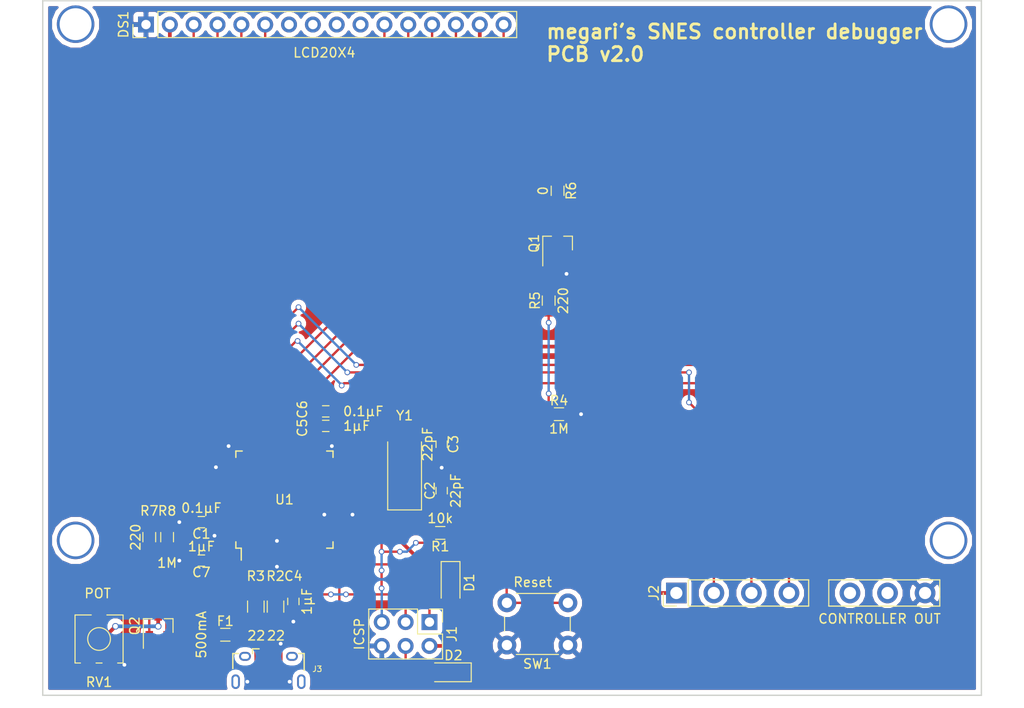
<source format=kicad_pcb>
(kicad_pcb (version 4) (host pcbnew 4.0.7-e1-6374~58~ubuntu16.04.1)

  (general
    (links 79)
    (no_connects 0)
    (area 78.924999 86.924999 179.075001 161.075001)
    (thickness 0.8)
    (drawings 5)
    (tracks 289)
    (zones 0)
    (modules 32)
    (nets 36)
  )

  (page A4)
  (layers
    (0 F.Cu mixed)
    (31 B.Cu mixed)
    (32 B.Adhes user)
    (33 F.Adhes user)
    (34 B.Paste user)
    (35 F.Paste user)
    (36 B.SilkS user)
    (37 F.SilkS user)
    (38 B.Mask user)
    (39 F.Mask user)
    (40 Dwgs.User user)
    (41 Cmts.User user)
    (42 Eco1.User user)
    (43 Eco2.User user)
    (44 Edge.Cuts user)
    (45 Margin user)
    (46 B.CrtYd user)
    (47 F.CrtYd user)
    (48 B.Fab user)
    (49 F.Fab user)
  )

  (setup
    (last_trace_width 0.25)
    (trace_clearance 0.2)
    (zone_clearance 0.508)
    (zone_45_only no)
    (trace_min 0.2)
    (segment_width 0.2)
    (edge_width 0.15)
    (via_size 0.6)
    (via_drill 0.4)
    (via_min_size 0.4)
    (via_min_drill 0.3)
    (uvia_size 0.3)
    (uvia_drill 0.1)
    (uvias_allowed no)
    (uvia_min_size 0.2)
    (uvia_min_drill 0.1)
    (pcb_text_width 0.3)
    (pcb_text_size 1.5 1.5)
    (mod_edge_width 0.15)
    (mod_text_size 1 1)
    (mod_text_width 0.15)
    (pad_size 1.524 1.524)
    (pad_drill 0.762)
    (pad_to_mask_clearance 0.2)
    (aux_axis_origin 79 87)
    (grid_origin 127 119)
    (visible_elements FFFFFFFF)
    (pcbplotparams
      (layerselection 0x010f0_80000001)
      (usegerberextensions false)
      (excludeedgelayer true)
      (linewidth 0.100000)
      (plotframeref false)
      (viasonmask false)
      (mode 1)
      (useauxorigin false)
      (hpglpennumber 1)
      (hpglpenspeed 20)
      (hpglpendiameter 15)
      (hpglpenoverlay 2)
      (psnegative false)
      (psa4output false)
      (plotreference true)
      (plotvalue true)
      (plotinvisibletext false)
      (padsonsilk false)
      (subtractmaskfromsilk false)
      (outputformat 1)
      (mirror false)
      (drillshape 0)
      (scaleselection 1)
      (outputdirectory gerber/))
  )

  (net 0 "")
  (net 1 "Net-(C1-Pad1)")
  (net 2 Earth)
  (net 3 "Net-(C2-Pad1)")
  (net 4 "Net-(C3-Pad1)")
  (net 5 "Net-(C4-Pad1)")
  (net 6 UVCC)
  (net 7 "Net-(DS1-Pad3)")
  (net 8 LCD_RS)
  (net 9 LCD_RW)
  (net 10 LCD_E)
  (net 11 LCD_D4)
  (net 12 LCD_D5)
  (net 13 LCD_D6)
  (net 14 LCD_D7)
  (net 15 MISO)
  (net 16 SCLK)
  (net 17 MOSI)
  (net 18 RESET)
  (net 19 DATA_IN)
  (net 20 LATCH_OUT)
  (net 21 CLK_OUT)
  (net 22 "Net-(J3-Pad2)")
  (net 23 "Net-(J3-Pad3)")
  (net 24 D+)
  (net 25 D-)
  (net 26 VCC)
  (net 27 IVCC)
  (net 28 "Net-(F1-Pad2)")
  (net 29 "Net-(DS1-Pad16)")
  (net 30 "Net-(Q1-Pad1)")
  (net 31 "Net-(Q1-Pad3)")
  (net 32 "Net-(Q2-Pad1)")
  (net 33 LCD_LED)
  (net 34 LCD_PWR)
  (net 35 "Net-(DS1-Pad2)")

  (net_class Default "This is the default net class."
    (clearance 0.2)
    (trace_width 0.25)
    (via_dia 0.6)
    (via_drill 0.4)
    (uvia_dia 0.3)
    (uvia_drill 0.1)
    (add_net CLK_OUT)
    (add_net DATA_IN)
    (add_net LATCH_OUT)
    (add_net LCD_D4)
    (add_net LCD_D5)
    (add_net LCD_D6)
    (add_net LCD_D7)
    (add_net LCD_E)
    (add_net LCD_LED)
    (add_net LCD_PWR)
    (add_net LCD_RS)
    (add_net LCD_RW)
    (add_net MISO)
    (add_net MOSI)
    (add_net "Net-(C1-Pad1)")
    (add_net "Net-(C2-Pad1)")
    (add_net "Net-(C3-Pad1)")
    (add_net "Net-(C4-Pad1)")
    (add_net "Net-(DS1-Pad16)")
    (add_net "Net-(DS1-Pad3)")
    (add_net "Net-(J3-Pad2)")
    (add_net "Net-(J3-Pad3)")
    (add_net "Net-(Q1-Pad1)")
    (add_net "Net-(Q1-Pad3)")
    (add_net "Net-(Q2-Pad1)")
    (add_net RESET)
    (add_net SCLK)
  )

  (net_class GND ""
    (clearance 0.2)
    (trace_width 0.25)
    (via_dia 0.6)
    (via_drill 0.4)
    (uvia_dia 0.3)
    (uvia_drill 0.1)
    (add_net Earth)
  )

  (net_class Power ""
    (clearance 0.2)
    (trace_width 0.4)
    (via_dia 0.7)
    (via_drill 0.5)
    (uvia_dia 0.3)
    (uvia_drill 0.1)
    (add_net IVCC)
    (add_net "Net-(DS1-Pad2)")
    (add_net "Net-(F1-Pad2)")
    (add_net UVCC)
    (add_net VCC)
  )

  (net_class USB ""
    (clearance 0.2)
    (trace_width 0.25)
    (via_dia 0.6)
    (via_drill 0.4)
    (uvia_dia 0.3)
    (uvia_drill 0.1)
    (add_net D+)
    (add_net D-)
  )

  (module Megaris_fixed_footprints:MountingHole_3.4mm (layer F.Cu) (tedit 59A5DEED) (tstamp 59A60313)
    (at 175.5 144.5)
    (descr "Mounting Hole 3.5mm")
    (tags "mounting hole 3.5mm")
    (fp_text reference H4 (at 0 -4.5) (layer F.SilkS) hide
      (effects (font (size 1 1) (thickness 0.15)))
    )
    (fp_text value MountingHole_3.4mm (at 0 4.5) (layer F.Fab)
      (effects (font (size 1 1) (thickness 0.15)))
    )
    (fp_circle (center 0 0) (end 2 0) (layer Cmts.User) (width 0.15))
    (fp_circle (center 0 0) (end 2.25 0) (layer F.CrtYd) (width 0.05))
    (pad 1 thru_hole circle (at 0 0) (size 4 4) (drill 3.4) (layers *.Cu *.Mask))
  )

  (module Megaris_fixed_footprints:MountingHole_3.4mm (layer F.Cu) (tedit 59A5DA91) (tstamp 59A60183)
    (at 82.5 144.5)
    (descr "Mounting Hole 3.5mm")
    (tags "mounting hole 3.5mm")
    (fp_text reference H3 (at 0 -4.5) (layer F.SilkS) hide
      (effects (font (size 1 1) (thickness 0.15)))
    )
    (fp_text value MountingHole_3.4mm (at 0 4.5) (layer F.Fab)
      (effects (font (size 1 1) (thickness 0.15)))
    )
    (fp_circle (center 0 0) (end 2 0) (layer Cmts.User) (width 0.15))
    (fp_circle (center 0 0) (end 2.25 0) (layer F.CrtYd) (width 0.05))
    (pad 1 thru_hole circle (at 0 0) (size 4 4) (drill 3.4) (layers *.Cu *.Mask))
  )

  (module Megaris_fixed_footprints:MountingHole_3.4mm (layer F.Cu) (tedit 59A5D909) (tstamp 59A60131)
    (at 175.5 89.5)
    (descr "Mounting Hole 3.5mm")
    (tags "mounting hole 3.5mm")
    (fp_text reference H2 (at 0 -4.5) (layer F.SilkS) hide
      (effects (font (size 1 1) (thickness 0.15)))
    )
    (fp_text value MountingHole_3.4mm (at 0 4.5) (layer F.Fab)
      (effects (font (size 1 1) (thickness 0.15)))
    )
    (fp_circle (center 0 0) (end 2 0) (layer Cmts.User) (width 0.15))
    (fp_circle (center 0 0) (end 2.25 0) (layer F.CrtYd) (width 0.05))
    (pad 1 thru_hole circle (at 0 0) (size 4 4) (drill 3.4) (layers *.Cu *.Mask))
  )

  (module Pin_Headers:Pin_Header_Straight_2x03_Pitch2.54mm (layer F.Cu) (tedit 5979F4D1) (tstamp 591E03ED)
    (at 120.2 153.2 270)
    (descr "Through hole straight pin header, 2x03, 2.54mm pitch, double rows")
    (tags "Through hole pin header THT 2x03 2.54mm double row")
    (path /591BC56F)
    (fp_text reference J1 (at 1.27 -2.39 270) (layer F.SilkS)
      (effects (font (size 1 1) (thickness 0.15)))
    )
    (fp_text value ICSP (at 1.27 7.47 270) (layer F.SilkS)
      (effects (font (size 1 1) (thickness 0.15)))
    )
    (fp_line (start -1.27 -1.27) (end -1.27 6.35) (layer F.Fab) (width 0.1))
    (fp_line (start -1.27 6.35) (end 3.81 6.35) (layer F.Fab) (width 0.1))
    (fp_line (start 3.81 6.35) (end 3.81 -1.27) (layer F.Fab) (width 0.1))
    (fp_line (start 3.81 -1.27) (end -1.27 -1.27) (layer F.Fab) (width 0.1))
    (fp_line (start -1.39 1.27) (end -1.39 6.47) (layer F.SilkS) (width 0.12))
    (fp_line (start -1.39 6.47) (end 3.93 6.47) (layer F.SilkS) (width 0.12))
    (fp_line (start 3.93 6.47) (end 3.93 -1.39) (layer F.SilkS) (width 0.12))
    (fp_line (start 3.93 -1.39) (end 1.27 -1.39) (layer F.SilkS) (width 0.12))
    (fp_line (start 1.27 -1.39) (end 1.27 1.27) (layer F.SilkS) (width 0.12))
    (fp_line (start 1.27 1.27) (end -1.39 1.27) (layer F.SilkS) (width 0.12))
    (fp_line (start -1.39 0) (end -1.39 -1.39) (layer F.SilkS) (width 0.12))
    (fp_line (start -1.39 -1.39) (end 0 -1.39) (layer F.SilkS) (width 0.12))
    (fp_line (start -1.6 -1.6) (end -1.6 6.6) (layer F.CrtYd) (width 0.05))
    (fp_line (start -1.6 6.6) (end 4.1 6.6) (layer F.CrtYd) (width 0.05))
    (fp_line (start 4.1 6.6) (end 4.1 -1.6) (layer F.CrtYd) (width 0.05))
    (fp_line (start 4.1 -1.6) (end -1.6 -1.6) (layer F.CrtYd) (width 0.05))
    (pad 1 thru_hole rect (at 0 0 270) (size 1.7 1.7) (drill 1) (layers *.Cu *.Mask)
      (net 15 MISO))
    (pad 2 thru_hole oval (at 2.54 0 270) (size 1.7 1.7) (drill 1) (layers *.Cu *.Mask)
      (net 27 IVCC))
    (pad 3 thru_hole oval (at 0 2.54 270) (size 1.7 1.7) (drill 1) (layers *.Cu *.Mask)
      (net 16 SCLK))
    (pad 4 thru_hole oval (at 2.54 2.54 270) (size 1.7 1.7) (drill 1) (layers *.Cu *.Mask)
      (net 17 MOSI))
    (pad 5 thru_hole oval (at 0 5.08 270) (size 1.7 1.7) (drill 1) (layers *.Cu *.Mask)
      (net 18 RESET))
    (pad 6 thru_hole oval (at 2.54 5.08 270) (size 1.7 1.7) (drill 1) (layers *.Cu *.Mask)
      (net 2 Earth))
    (model Pin_Headers.3dshapes/Pin_Header_Straight_2x03_Pitch2.54mm.wrl
      (at (xyz 0.05 -0.1 0))
      (scale (xyz 1 1 1))
      (rotate (xyz 0 0 90))
    )
  )

  (module Housings_QFP:TQFP-44_10x10mm_Pitch0.8mm (layer F.Cu) (tedit 5986FC6B) (tstamp 591E046D)
    (at 104.75 140.15 90)
    (descr "44-Lead Plastic Thin Quad Flatpack (PT) - 10x10x1.0 mm Body [TQFP] (see Microchip Packaging Specification 00000049BS.pdf)")
    (tags "QFP 0.8")
    (path /5919C3A0)
    (attr smd)
    (fp_text reference U1 (at 0 0 180) (layer F.SilkS)
      (effects (font (size 1 1) (thickness 0.15)))
    )
    (fp_text value ATmega32U4 (at 0 7.45 90) (layer F.Fab)
      (effects (font (size 1 1) (thickness 0.15)))
    )
    (fp_text user %R (at 0 0 180) (layer F.Fab)
      (effects (font (size 1 1) (thickness 0.15)))
    )
    (fp_line (start -4 -5) (end 5 -5) (layer F.Fab) (width 0.15))
    (fp_line (start 5 -5) (end 5 5) (layer F.Fab) (width 0.15))
    (fp_line (start 5 5) (end -5 5) (layer F.Fab) (width 0.15))
    (fp_line (start -5 5) (end -5 -4) (layer F.Fab) (width 0.15))
    (fp_line (start -5 -4) (end -4 -5) (layer F.Fab) (width 0.15))
    (fp_line (start -6.7 -6.7) (end -6.7 6.7) (layer F.CrtYd) (width 0.05))
    (fp_line (start 6.7 -6.7) (end 6.7 6.7) (layer F.CrtYd) (width 0.05))
    (fp_line (start -6.7 -6.7) (end 6.7 -6.7) (layer F.CrtYd) (width 0.05))
    (fp_line (start -6.7 6.7) (end 6.7 6.7) (layer F.CrtYd) (width 0.05))
    (fp_line (start -5.175 -5.175) (end -5.175 -4.6) (layer F.SilkS) (width 0.15))
    (fp_line (start 5.175 -5.175) (end 5.175 -4.5) (layer F.SilkS) (width 0.15))
    (fp_line (start 5.175 5.175) (end 5.175 4.5) (layer F.SilkS) (width 0.15))
    (fp_line (start -5.175 5.175) (end -5.175 4.5) (layer F.SilkS) (width 0.15))
    (fp_line (start -5.175 -5.175) (end -4.5 -5.175) (layer F.SilkS) (width 0.15))
    (fp_line (start -5.175 5.175) (end -4.5 5.175) (layer F.SilkS) (width 0.15))
    (fp_line (start 5.175 5.175) (end 4.5 5.175) (layer F.SilkS) (width 0.15))
    (fp_line (start 5.175 -5.175) (end 4.5 -5.175) (layer F.SilkS) (width 0.15))
    (fp_line (start -5.175 -4.6) (end -6.45 -4.6) (layer F.SilkS) (width 0.15))
    (pad 1 smd rect (at -5.7 -4 90) (size 1.5 0.55) (layers F.Cu F.Paste F.Mask))
    (pad 2 smd rect (at -5.7 -3.2 90) (size 1.5 0.55) (layers F.Cu F.Paste F.Mask)
      (net 6 UVCC))
    (pad 3 smd rect (at -5.7 -2.4 90) (size 1.5 0.55) (layers F.Cu F.Paste F.Mask)
      (net 25 D-))
    (pad 4 smd rect (at -5.7 -1.6 90) (size 1.5 0.55) (layers F.Cu F.Paste F.Mask)
      (net 24 D+))
    (pad 5 smd rect (at -5.7 -0.8 90) (size 1.5 0.55) (layers F.Cu F.Paste F.Mask)
      (net 2 Earth))
    (pad 6 smd rect (at -5.7 0 90) (size 1.5 0.55) (layers F.Cu F.Paste F.Mask)
      (net 5 "Net-(C4-Pad1)"))
    (pad 7 smd rect (at -5.7 0.8 90) (size 1.5 0.55) (layers F.Cu F.Paste F.Mask)
      (net 6 UVCC))
    (pad 8 smd rect (at -5.7 1.6 90) (size 1.5 0.55) (layers F.Cu F.Paste F.Mask))
    (pad 9 smd rect (at -5.7 2.4 90) (size 1.5 0.55) (layers F.Cu F.Paste F.Mask)
      (net 16 SCLK))
    (pad 10 smd rect (at -5.7 3.2 90) (size 1.5 0.55) (layers F.Cu F.Paste F.Mask)
      (net 17 MOSI))
    (pad 11 smd rect (at -5.7 4 90) (size 1.5 0.55) (layers F.Cu F.Paste F.Mask)
      (net 15 MISO))
    (pad 12 smd rect (at -4 5.7 180) (size 1.5 0.55) (layers F.Cu F.Paste F.Mask))
    (pad 13 smd rect (at -3.2 5.7 180) (size 1.5 0.55) (layers F.Cu F.Paste F.Mask)
      (net 18 RESET))
    (pad 14 smd rect (at -2.4 5.7 180) (size 1.5 0.55) (layers F.Cu F.Paste F.Mask)
      (net 26 VCC))
    (pad 15 smd rect (at -1.6 5.7 180) (size 1.5 0.55) (layers F.Cu F.Paste F.Mask)
      (net 2 Earth))
    (pad 16 smd rect (at -0.8 5.7 180) (size 1.5 0.55) (layers F.Cu F.Paste F.Mask)
      (net 3 "Net-(C2-Pad1)"))
    (pad 17 smd rect (at 0 5.7 180) (size 1.5 0.55) (layers F.Cu F.Paste F.Mask)
      (net 4 "Net-(C3-Pad1)"))
    (pad 18 smd rect (at 0.8 5.7 180) (size 1.5 0.55) (layers F.Cu F.Paste F.Mask)
      (net 33 LCD_LED))
    (pad 19 smd rect (at 1.6 5.7 180) (size 1.5 0.55) (layers F.Cu F.Paste F.Mask))
    (pad 20 smd rect (at 2.4 5.7 180) (size 1.5 0.55) (layers F.Cu F.Paste F.Mask))
    (pad 21 smd rect (at 3.2 5.7 180) (size 1.5 0.55) (layers F.Cu F.Paste F.Mask))
    (pad 22 smd rect (at 4 5.7 180) (size 1.5 0.55) (layers F.Cu F.Paste F.Mask))
    (pad 23 smd rect (at 5.7 4 90) (size 1.5 0.55) (layers F.Cu F.Paste F.Mask)
      (net 2 Earth))
    (pad 24 smd rect (at 5.7 3.2 90) (size 1.5 0.55) (layers F.Cu F.Paste F.Mask)
      (net 26 VCC))
    (pad 25 smd rect (at 5.7 2.4 90) (size 1.5 0.55) (layers F.Cu F.Paste F.Mask)
      (net 14 LCD_D7))
    (pad 26 smd rect (at 5.7 1.6 90) (size 1.5 0.55) (layers F.Cu F.Paste F.Mask)
      (net 13 LCD_D6))
    (pad 27 smd rect (at 5.7 0.8 90) (size 1.5 0.55) (layers F.Cu F.Paste F.Mask)
      (net 12 LCD_D5))
    (pad 28 smd rect (at 5.7 0 90) (size 1.5 0.55) (layers F.Cu F.Paste F.Mask)
      (net 11 LCD_D4))
    (pad 29 smd rect (at 5.7 -0.8 90) (size 1.5 0.55) (layers F.Cu F.Paste F.Mask)
      (net 20 LATCH_OUT))
    (pad 30 smd rect (at 5.7 -1.6 90) (size 1.5 0.55) (layers F.Cu F.Paste F.Mask))
    (pad 31 smd rect (at 5.7 -2.4 90) (size 1.5 0.55) (layers F.Cu F.Paste F.Mask)
      (net 21 CLK_OUT))
    (pad 32 smd rect (at 5.7 -3.2 90) (size 1.5 0.55) (layers F.Cu F.Paste F.Mask)
      (net 19 DATA_IN))
    (pad 33 smd rect (at 5.7 -4 90) (size 1.5 0.55) (layers F.Cu F.Paste F.Mask)
      (net 2 Earth))
    (pad 34 smd rect (at 4 -5.7 180) (size 1.5 0.55) (layers F.Cu F.Paste F.Mask)
      (net 26 VCC))
    (pad 35 smd rect (at 3.2 -5.7 180) (size 1.5 0.55) (layers F.Cu F.Paste F.Mask)
      (net 2 Earth))
    (pad 36 smd rect (at 2.4 -5.7 180) (size 1.5 0.55) (layers F.Cu F.Paste F.Mask)
      (net 10 LCD_E))
    (pad 37 smd rect (at 1.6 -5.7 180) (size 1.5 0.55) (layers F.Cu F.Paste F.Mask)
      (net 9 LCD_RW))
    (pad 38 smd rect (at 0.8 -5.7 180) (size 1.5 0.55) (layers F.Cu F.Paste F.Mask)
      (net 8 LCD_RS))
    (pad 39 smd rect (at 0 -5.7 180) (size 1.5 0.55) (layers F.Cu F.Paste F.Mask))
    (pad 40 smd rect (at -0.8 -5.7 180) (size 1.5 0.55) (layers F.Cu F.Paste F.Mask)
      (net 34 LCD_PWR))
    (pad 41 smd rect (at -1.6 -5.7 180) (size 1.5 0.55) (layers F.Cu F.Paste F.Mask))
    (pad 42 smd rect (at -2.4 -5.7 180) (size 1.5 0.55) (layers F.Cu F.Paste F.Mask)
      (net 1 "Net-(C1-Pad1)"))
    (pad 43 smd rect (at -3.2 -5.7 180) (size 1.5 0.55) (layers F.Cu F.Paste F.Mask)
      (net 2 Earth))
    (pad 44 smd rect (at -4 -5.7 180) (size 1.5 0.55) (layers F.Cu F.Paste F.Mask)
      (net 26 VCC))
    (model Housings_QFP.3dshapes/TQFP-44_10x10mm_Pitch0.8mm.wrl
      (at (xyz 0 0 0))
      (scale (xyz 1 1 1))
      (rotate (xyz 0 0 0))
    )
  )

  (module Capacitors_SMD:C_0603_HandSoldering (layer F.Cu) (tedit 593066D5) (tstamp 591E03BD)
    (at 95.9 142.55 180)
    (descr "Capacitor SMD 0603, hand soldering")
    (tags "capacitor 0603")
    (path /591C798D)
    (attr smd)
    (fp_text reference C1 (at 0 -1.25 180) (layer F.SilkS)
      (effects (font (size 1 1) (thickness 0.15)))
    )
    (fp_text value 0.1µF (at 0 1.5 180) (layer F.SilkS)
      (effects (font (size 1 1) (thickness 0.15)))
    )
    (fp_text user %R (at 0 -1.25 180) (layer F.Fab)
      (effects (font (size 1 1) (thickness 0.15)))
    )
    (fp_line (start -0.8 0.4) (end -0.8 -0.4) (layer F.Fab) (width 0.1))
    (fp_line (start 0.8 0.4) (end -0.8 0.4) (layer F.Fab) (width 0.1))
    (fp_line (start 0.8 -0.4) (end 0.8 0.4) (layer F.Fab) (width 0.1))
    (fp_line (start -0.8 -0.4) (end 0.8 -0.4) (layer F.Fab) (width 0.1))
    (fp_line (start -0.35 -0.6) (end 0.35 -0.6) (layer F.SilkS) (width 0.12))
    (fp_line (start 0.35 0.6) (end -0.35 0.6) (layer F.SilkS) (width 0.12))
    (fp_line (start -1.8 -0.65) (end 1.8 -0.65) (layer F.CrtYd) (width 0.05))
    (fp_line (start -1.8 -0.65) (end -1.8 0.65) (layer F.CrtYd) (width 0.05))
    (fp_line (start 1.8 0.65) (end 1.8 -0.65) (layer F.CrtYd) (width 0.05))
    (fp_line (start 1.8 0.65) (end -1.8 0.65) (layer F.CrtYd) (width 0.05))
    (pad 1 smd rect (at -0.95 0 180) (size 1.2 0.75) (layers F.Cu F.Paste F.Mask)
      (net 1 "Net-(C1-Pad1)"))
    (pad 2 smd rect (at 0.95 0 180) (size 1.2 0.75) (layers F.Cu F.Paste F.Mask)
      (net 2 Earth))
    (model Capacitors_SMD.3dshapes/C_0603.wrl
      (at (xyz 0 0 0))
      (scale (xyz 1 1 1))
      (rotate (xyz 0 0 0))
    )
  )

  (module Capacitors_SMD:C_0603_HandSoldering (layer F.Cu) (tedit 593075CD) (tstamp 591E03C3)
    (at 121.5 139.2 90)
    (descr "Capacitor SMD 0603, hand soldering")
    (tags "capacitor 0603")
    (path /591C64AD)
    (attr smd)
    (fp_text reference C2 (at 0 -1.25 90) (layer F.SilkS)
      (effects (font (size 1 1) (thickness 0.15)))
    )
    (fp_text value 22pF (at 0 1.5 90) (layer F.SilkS)
      (effects (font (size 1 1) (thickness 0.15)))
    )
    (fp_text user %R (at 0 -1.25 90) (layer F.Fab)
      (effects (font (size 1 1) (thickness 0.15)))
    )
    (fp_line (start -0.8 0.4) (end -0.8 -0.4) (layer F.Fab) (width 0.1))
    (fp_line (start 0.8 0.4) (end -0.8 0.4) (layer F.Fab) (width 0.1))
    (fp_line (start 0.8 -0.4) (end 0.8 0.4) (layer F.Fab) (width 0.1))
    (fp_line (start -0.8 -0.4) (end 0.8 -0.4) (layer F.Fab) (width 0.1))
    (fp_line (start -0.35 -0.6) (end 0.35 -0.6) (layer F.SilkS) (width 0.12))
    (fp_line (start 0.35 0.6) (end -0.35 0.6) (layer F.SilkS) (width 0.12))
    (fp_line (start -1.8 -0.65) (end 1.8 -0.65) (layer F.CrtYd) (width 0.05))
    (fp_line (start -1.8 -0.65) (end -1.8 0.65) (layer F.CrtYd) (width 0.05))
    (fp_line (start 1.8 0.65) (end 1.8 -0.65) (layer F.CrtYd) (width 0.05))
    (fp_line (start 1.8 0.65) (end -1.8 0.65) (layer F.CrtYd) (width 0.05))
    (pad 1 smd rect (at -0.95 0 90) (size 1.2 0.75) (layers F.Cu F.Paste F.Mask)
      (net 3 "Net-(C2-Pad1)"))
    (pad 2 smd rect (at 0.95 0 90) (size 1.2 0.75) (layers F.Cu F.Paste F.Mask)
      (net 2 Earth))
    (model Capacitors_SMD.3dshapes/C_0603.wrl
      (at (xyz 0 0 0))
      (scale (xyz 1 1 1))
      (rotate (xyz 0 0 0))
    )
  )

  (module Capacitors_SMD:C_0603_HandSoldering (layer F.Cu) (tedit 593075B7) (tstamp 591E03C9)
    (at 121.5 134.25 270)
    (descr "Capacitor SMD 0603, hand soldering")
    (tags "capacitor 0603")
    (path /591C650A)
    (attr smd)
    (fp_text reference C3 (at 0 -1.25 270) (layer F.SilkS)
      (effects (font (size 1 1) (thickness 0.15)))
    )
    (fp_text value 22pF (at 0 1.5 270) (layer F.SilkS)
      (effects (font (size 1 1) (thickness 0.15)))
    )
    (fp_text user %R (at 0 -1.25 270) (layer F.Fab)
      (effects (font (size 1 1) (thickness 0.15)))
    )
    (fp_line (start -0.8 0.4) (end -0.8 -0.4) (layer F.Fab) (width 0.1))
    (fp_line (start 0.8 0.4) (end -0.8 0.4) (layer F.Fab) (width 0.1))
    (fp_line (start 0.8 -0.4) (end 0.8 0.4) (layer F.Fab) (width 0.1))
    (fp_line (start -0.8 -0.4) (end 0.8 -0.4) (layer F.Fab) (width 0.1))
    (fp_line (start -0.35 -0.6) (end 0.35 -0.6) (layer F.SilkS) (width 0.12))
    (fp_line (start 0.35 0.6) (end -0.35 0.6) (layer F.SilkS) (width 0.12))
    (fp_line (start -1.8 -0.65) (end 1.8 -0.65) (layer F.CrtYd) (width 0.05))
    (fp_line (start -1.8 -0.65) (end -1.8 0.65) (layer F.CrtYd) (width 0.05))
    (fp_line (start 1.8 0.65) (end 1.8 -0.65) (layer F.CrtYd) (width 0.05))
    (fp_line (start 1.8 0.65) (end -1.8 0.65) (layer F.CrtYd) (width 0.05))
    (pad 1 smd rect (at -0.95 0 270) (size 1.2 0.75) (layers F.Cu F.Paste F.Mask)
      (net 4 "Net-(C3-Pad1)"))
    (pad 2 smd rect (at 0.95 0 270) (size 1.2 0.75) (layers F.Cu F.Paste F.Mask)
      (net 2 Earth))
    (model Capacitors_SMD.3dshapes/C_0603.wrl
      (at (xyz 0 0 0))
      (scale (xyz 1 1 1))
      (rotate (xyz 0 0 0))
    )
  )

  (module Capacitors_SMD:C_0603_HandSoldering (layer F.Cu) (tedit 5986F22A) (tstamp 591E03CF)
    (at 105.7 151 270)
    (descr "Capacitor SMD 0603, hand soldering")
    (tags "capacitor 0603")
    (path /591CC03D)
    (attr smd)
    (fp_text reference C4 (at -2.7 0 360) (layer F.SilkS)
      (effects (font (size 1 1) (thickness 0.15)))
    )
    (fp_text value 1µF (at 0 -1.45 270) (layer F.SilkS)
      (effects (font (size 1 1) (thickness 0.15)))
    )
    (fp_text user %R (at -2.7 0 360) (layer F.Fab)
      (effects (font (size 1 1) (thickness 0.15)))
    )
    (fp_line (start -0.8 0.4) (end -0.8 -0.4) (layer F.Fab) (width 0.1))
    (fp_line (start 0.8 0.4) (end -0.8 0.4) (layer F.Fab) (width 0.1))
    (fp_line (start 0.8 -0.4) (end 0.8 0.4) (layer F.Fab) (width 0.1))
    (fp_line (start -0.8 -0.4) (end 0.8 -0.4) (layer F.Fab) (width 0.1))
    (fp_line (start -0.35 -0.6) (end 0.35 -0.6) (layer F.SilkS) (width 0.12))
    (fp_line (start 0.35 0.6) (end -0.35 0.6) (layer F.SilkS) (width 0.12))
    (fp_line (start -1.8 -0.65) (end 1.8 -0.65) (layer F.CrtYd) (width 0.05))
    (fp_line (start -1.8 -0.65) (end -1.8 0.65) (layer F.CrtYd) (width 0.05))
    (fp_line (start 1.8 0.65) (end 1.8 -0.65) (layer F.CrtYd) (width 0.05))
    (fp_line (start 1.8 0.65) (end -1.8 0.65) (layer F.CrtYd) (width 0.05))
    (pad 1 smd rect (at -0.95 0 270) (size 1.2 0.75) (layers F.Cu F.Paste F.Mask)
      (net 5 "Net-(C4-Pad1)"))
    (pad 2 smd rect (at 0.95 0 270) (size 1.2 0.75) (layers F.Cu F.Paste F.Mask)
      (net 2 Earth))
    (model Capacitors_SMD.3dshapes/C_0603.wrl
      (at (xyz 0 0 0))
      (scale (xyz 1 1 1))
      (rotate (xyz 0 0 0))
    )
  )

  (module Megaris_fixed_footprints:Conn_USBmicro-B_Amphenol_10118194-0001LF (layer F.Cu) (tedit 5979F7B8) (tstamp 591E0407)
    (at 103.05 159.55)
    (path /591C956F)
    (solder_mask_margin 0.05)
    (fp_text reference J3 (at 5.2 -1.35) (layer F.SilkS)
      (effects (font (size 0.6 0.6) (thickness 0.1)))
    )
    (fp_text value MICRO_USB (at 0 0) (layer F.Fab)
      (effects (font (size 0.6 0.5) (thickness 0.1)))
    )
    (fp_line (start -1 -3.5) (end -1.7 -3.5) (layer F.SilkS) (width 0.15))
    (fp_line (start -1.7 -3.5) (end -1.7 -3) (layer F.SilkS) (width 0.15))
    (fp_line (start 3.8 -1.2) (end 3.8 -3) (layer F.SilkS) (width 0.15))
    (fp_line (start 3.8 -3) (end 3.2 -3) (layer F.SilkS) (width 0.15))
    (fp_line (start -3.8 -1.4) (end -3.8 -3) (layer F.SilkS) (width 0.15))
    (fp_line (start -3.8 -3) (end -3.2 -3) (layer F.SilkS) (width 0.15))
    (fp_line (start -2.8 -3.6) (end -3.2 -3.2) (layer F.CrtYd) (width 0.05))
    (fp_line (start -3.2 -3.2) (end -4 -3.2) (layer F.CrtYd) (width 0.05))
    (fp_line (start -4 -3.2) (end -4 -1.2) (layer F.CrtYd) (width 0.05))
    (fp_line (start -4 -1.2) (end -4.4 -0.8) (layer F.CrtYd) (width 0.05))
    (fp_line (start -4.4 -0.8) (end -4.4 0.8) (layer F.CrtYd) (width 0.05))
    (fp_line (start -4.4 0.8) (end -4 1.2) (layer F.CrtYd) (width 0.05))
    (fp_line (start -4 1.2) (end -4 1.6) (layer F.CrtYd) (width 0.05))
    (fp_line (start -4 1.6) (end -4.4 2) (layer F.CrtYd) (width 0.05))
    (fp_line (start -4.4 2) (end -4.4 2.8) (layer F.CrtYd) (width 0.05))
    (fp_line (start -4.4 2.8) (end 4.4 2.8) (layer F.CrtYd) (width 0.05))
    (fp_line (start 4.4 2.8) (end 4.4 2) (layer F.CrtYd) (width 0.05))
    (fp_line (start 4.4 2) (end 4 1.6) (layer F.CrtYd) (width 0.05))
    (fp_line (start 4 1.6) (end 4 1.2) (layer F.CrtYd) (width 0.05))
    (fp_line (start 4 1.2) (end 4.4 0.8) (layer F.CrtYd) (width 0.05))
    (fp_line (start 4.4 0.8) (end 4.4 -0.8) (layer F.CrtYd) (width 0.05))
    (fp_line (start 4.4 -0.8) (end 4 -1.2) (layer F.CrtYd) (width 0.05))
    (fp_line (start 4 -1.2) (end 4 -3.2) (layer F.CrtYd) (width 0.05))
    (fp_line (start 4 -3.2) (end 3.2 -3.2) (layer F.CrtYd) (width 0.05))
    (fp_line (start 3.2 -3.2) (end 2.8 -3.6) (layer F.CrtYd) (width 0.05))
    (fp_line (start 2.8 -3.6) (end -2.8 -3.6) (layer F.CrtYd) (width 0.05))
    (fp_line (start 3.7 2.05) (end 3.7 -2.95) (layer F.Fab) (width 0.05))
    (fp_line (start -4.1 2.55) (end 4.1 2.55) (layer F.Fab) (width 0.05))
    (fp_line (start -3.7 -2.95) (end -3.7 2.05) (layer F.Fab) (width 0.05))
    (fp_line (start 4.1 2.55) (end 4.1 2.05) (layer F.Fab) (width 0.05))
    (fp_line (start 4.1 2.05) (end 3.7 2.05) (layer F.Fab) (width 0.05))
    (fp_line (start -4.1 2.55) (end -4.1 2.05) (layer F.Fab) (width 0.05))
    (fp_line (start -4.1 2.05) (end -3.7 2.05) (layer F.Fab) (width 0.05))
    (fp_line (start 3.7 -2.95) (end -3.7 -2.95) (layer F.Fab) (width 0.05))
    (fp_text user %R (at -1.5 -1.7) (layer Eco1.User)
      (effects (font (size 0.3 0.3) (thickness 0.03)))
    )
    (fp_line (start 5 2.1) (end -5 2.1) (layer Cmts.User) (width 0.05))
    (pad "" thru_hole oval (at 3.5 0) (size 0.89 1.55) (drill oval 0.5 1.15) (layers *.Cu *.Mask F.Paste))
    (pad 6 smd rect (at 1 0) (size 1.5 1.55) (layers F.Cu F.Paste F.Mask)
      (net 2 Earth))
    (pad "" thru_hole oval (at 2.5 -2.7) (size 1.25 0.95) (drill oval 0.85 0.55) (layers *.Cu *.Mask))
    (pad "" thru_hole oval (at -3.5 0) (size 0.89 1.55) (drill oval 0.5 1.15) (layers *.Cu *.Mask F.Paste))
    (pad 6 smd rect (at -1 0) (size 1.5 1.55) (layers F.Cu F.Paste F.Mask)
      (net 2 Earth))
    (pad 1 smd rect (at -1.3 -2.7) (size 0.4 1.35) (layers F.Cu F.Paste F.Mask)
      (net 28 "Net-(F1-Pad2)"))
    (pad 2 smd rect (at -0.65 -2.7) (size 0.4 1.35) (layers F.Cu F.Paste F.Mask)
      (net 22 "Net-(J3-Pad2)"))
    (pad 3 smd rect (at 0 -2.7) (size 0.4 1.35) (layers F.Cu F.Paste F.Mask)
      (net 23 "Net-(J3-Pad3)"))
    (pad 4 smd rect (at 0.65 -2.7) (size 0.4 1.35) (layers F.Cu F.Paste F.Mask))
    (pad 5 smd rect (at 1.3 -2.7) (size 0.4 1.35) (layers F.Cu F.Paste F.Mask)
      (net 2 Earth))
    (pad "" thru_hole oval (at -2.5 -2.7) (size 1.25 0.95) (drill oval 0.85 0.55) (layers *.Cu *.Mask))
  )

  (module Resistors_SMD:R_0603_HandSoldering (layer F.Cu) (tedit 59307601) (tstamp 591E040D)
    (at 121.35 143.7 180)
    (descr "Resistor SMD 0603, hand soldering")
    (tags "resistor 0603")
    (path /591C6B76)
    (attr smd)
    (fp_text reference R1 (at 0 -1.45 180) (layer F.SilkS)
      (effects (font (size 1 1) (thickness 0.15)))
    )
    (fp_text value 10k (at 0 1.55 180) (layer F.SilkS)
      (effects (font (size 1 1) (thickness 0.15)))
    )
    (fp_text user %R (at 0 -1.45 180) (layer F.Fab)
      (effects (font (size 1 1) (thickness 0.15)))
    )
    (fp_line (start -0.8 0.4) (end -0.8 -0.4) (layer F.Fab) (width 0.1))
    (fp_line (start 0.8 0.4) (end -0.8 0.4) (layer F.Fab) (width 0.1))
    (fp_line (start 0.8 -0.4) (end 0.8 0.4) (layer F.Fab) (width 0.1))
    (fp_line (start -0.8 -0.4) (end 0.8 -0.4) (layer F.Fab) (width 0.1))
    (fp_line (start 0.5 0.68) (end -0.5 0.68) (layer F.SilkS) (width 0.12))
    (fp_line (start -0.5 -0.68) (end 0.5 -0.68) (layer F.SilkS) (width 0.12))
    (fp_line (start -1.96 -0.7) (end 1.95 -0.7) (layer F.CrtYd) (width 0.05))
    (fp_line (start -1.96 -0.7) (end -1.96 0.7) (layer F.CrtYd) (width 0.05))
    (fp_line (start 1.95 0.7) (end 1.95 -0.7) (layer F.CrtYd) (width 0.05))
    (fp_line (start 1.95 0.7) (end -1.96 0.7) (layer F.CrtYd) (width 0.05))
    (pad 1 smd rect (at -1.1 0 180) (size 1.2 0.9) (layers F.Cu F.Paste F.Mask)
      (net 26 VCC))
    (pad 2 smd rect (at 1.1 0 180) (size 1.2 0.9) (layers F.Cu F.Paste F.Mask)
      (net 18 RESET))
    (model Resistors_SMD.3dshapes/R_0603.wrl
      (at (xyz 0 0 0))
      (scale (xyz 1 1 1))
      (rotate (xyz 0 0 0))
    )
  )

  (module Resistors_SMD:R_0805_HandSoldering (layer F.Cu) (tedit 5986F2BA) (tstamp 591E0413)
    (at 103.8 151.55 90)
    (descr "Resistor SMD 0805, hand soldering")
    (tags "resistor 0805")
    (path /591C87EF)
    (attr smd)
    (fp_text reference R2 (at 3.25 0 180) (layer F.SilkS)
      (effects (font (size 1 1) (thickness 0.15)))
    )
    (fp_text value 22 (at -3.1 0.05 180) (layer F.SilkS)
      (effects (font (size 1 1) (thickness 0.15)))
    )
    (fp_text user %R (at 3.25 0 180) (layer F.Fab)
      (effects (font (size 1 1) (thickness 0.15)))
    )
    (fp_line (start -1 0.62) (end -1 -0.62) (layer F.Fab) (width 0.1))
    (fp_line (start 1 0.62) (end -1 0.62) (layer F.Fab) (width 0.1))
    (fp_line (start 1 -0.62) (end 1 0.62) (layer F.Fab) (width 0.1))
    (fp_line (start -1 -0.62) (end 1 -0.62) (layer F.Fab) (width 0.1))
    (fp_line (start 0.6 0.88) (end -0.6 0.88) (layer F.SilkS) (width 0.12))
    (fp_line (start -0.6 -0.88) (end 0.6 -0.88) (layer F.SilkS) (width 0.12))
    (fp_line (start -2.35 -0.9) (end 2.35 -0.9) (layer F.CrtYd) (width 0.05))
    (fp_line (start -2.35 -0.9) (end -2.35 0.9) (layer F.CrtYd) (width 0.05))
    (fp_line (start 2.35 0.9) (end 2.35 -0.9) (layer F.CrtYd) (width 0.05))
    (fp_line (start 2.35 0.9) (end -2.35 0.9) (layer F.CrtYd) (width 0.05))
    (pad 1 smd rect (at -1.35 0 90) (size 1.5 1.3) (layers F.Cu F.Paste F.Mask)
      (net 23 "Net-(J3-Pad3)"))
    (pad 2 smd rect (at 1.35 0 90) (size 1.5 1.3) (layers F.Cu F.Paste F.Mask)
      (net 24 D+))
    (model Resistors_SMD.3dshapes/R_0805.wrl
      (at (xyz 0 0 0))
      (scale (xyz 1 1 1))
      (rotate (xyz 0 0 0))
    )
  )

  (module Resistors_SMD:R_0805_HandSoldering (layer F.Cu) (tedit 5986F2DB) (tstamp 591E0419)
    (at 101.7 151.55 90)
    (descr "Resistor SMD 0805, hand soldering")
    (tags "resistor 0805")
    (path /591C8997)
    (attr smd)
    (fp_text reference R3 (at 3.25 0 180) (layer F.SilkS)
      (effects (font (size 1 1) (thickness 0.15)))
    )
    (fp_text value 22 (at -3.1 0.05 180) (layer F.SilkS)
      (effects (font (size 1 1) (thickness 0.15)))
    )
    (fp_text user %R (at 3.25 0 180) (layer F.Fab)
      (effects (font (size 1 1) (thickness 0.15)))
    )
    (fp_line (start -1 0.62) (end -1 -0.62) (layer F.Fab) (width 0.1))
    (fp_line (start 1 0.62) (end -1 0.62) (layer F.Fab) (width 0.1))
    (fp_line (start 1 -0.62) (end 1 0.62) (layer F.Fab) (width 0.1))
    (fp_line (start -1 -0.62) (end 1 -0.62) (layer F.Fab) (width 0.1))
    (fp_line (start 0.6 0.88) (end -0.6 0.88) (layer F.SilkS) (width 0.12))
    (fp_line (start -0.6 -0.88) (end 0.6 -0.88) (layer F.SilkS) (width 0.12))
    (fp_line (start -2.35 -0.9) (end 2.35 -0.9) (layer F.CrtYd) (width 0.05))
    (fp_line (start -2.35 -0.9) (end -2.35 0.9) (layer F.CrtYd) (width 0.05))
    (fp_line (start 2.35 0.9) (end 2.35 -0.9) (layer F.CrtYd) (width 0.05))
    (fp_line (start 2.35 0.9) (end -2.35 0.9) (layer F.CrtYd) (width 0.05))
    (pad 1 smd rect (at -1.35 0 90) (size 1.5 1.3) (layers F.Cu F.Paste F.Mask)
      (net 22 "Net-(J3-Pad2)"))
    (pad 2 smd rect (at 1.35 0 90) (size 1.5 1.3) (layers F.Cu F.Paste F.Mask)
      (net 25 D-))
    (model Resistors_SMD.3dshapes/R_0805.wrl
      (at (xyz 0 0 0))
      (scale (xyz 1 1 1))
      (rotate (xyz 0 0 0))
    )
  )

  (module Megaris_fixed_footprints:Potentiometer_Trimmer_Vishay_TS53YL (layer F.Cu) (tedit 5979F879) (tstamp 591E043D)
    (at 85 155 270)
    (descr "Spindle Trimmer Potentiometer, Vishay TS53YL, https://www.bourns.com/pdfs/3224.pdf")
    (tags "Spindle Trimmer Potentiometer   Vishay TS53YL")
    (path /591B92F6)
    (attr smd)
    (fp_text reference RV1 (at 4.6 0 360) (layer F.SilkS)
      (effects (font (size 1 1) (thickness 0.15)))
    )
    (fp_text value POT (at -4.85 0.15 360) (layer F.SilkS)
      (effects (font (size 1 1) (thickness 0.15)))
    )
    (fp_line (start -2.5 -2.5) (end -2.5 2.5) (layer F.Fab) (width 0.1))
    (fp_line (start -2.5 2.5) (end 2.5 2.5) (layer F.Fab) (width 0.1))
    (fp_line (start 2.5 2.5) (end 2.5 -2.5) (layer F.Fab) (width 0.1))
    (fp_line (start 2.5 -2.5) (end -2.5 -2.5) (layer F.Fab) (width 0.1))
    (fp_line (start -0.92 -0.06) (end -0.06 -0.06) (layer F.Fab) (width 0.1))
    (fp_line (start -0.06 -0.06) (end -0.06 -0.92) (layer F.Fab) (width 0.1))
    (fp_line (start -0.06 -0.92) (end 0.06 -0.92) (layer F.Fab) (width 0.1))
    (fp_line (start 0.06 -0.92) (end 0.06 -0.06) (layer F.Fab) (width 0.1))
    (fp_line (start 0.06 -0.06) (end 0.92 -0.06) (layer F.Fab) (width 0.1))
    (fp_line (start 0.92 -0.06) (end 0.92 0.06) (layer F.Fab) (width 0.1))
    (fp_line (start 0.92 0.06) (end 0.06 0.06) (layer F.Fab) (width 0.1))
    (fp_line (start 0.06 0.06) (end 0.06 0.92) (layer F.Fab) (width 0.1))
    (fp_line (start 0.06 0.92) (end -0.06 0.92) (layer F.Fab) (width 0.1))
    (fp_line (start -0.06 0.92) (end -0.06 0.06) (layer F.Fab) (width 0.1))
    (fp_line (start -0.06 0.06) (end -0.92 0.06) (layer F.Fab) (width 0.1))
    (fp_line (start -0.92 0.06) (end -0.92 -0.06) (layer F.Fab) (width 0.1))
    (fp_line (start -2.56 -2.56) (end 2.56 -2.56) (layer F.SilkS) (width 0.12))
    (fp_line (start -2.56 2.56) (end 2.56 2.56) (layer F.SilkS) (width 0.12))
    (fp_line (start -2.56 -2.56) (end -2.56 -0.83) (layer F.SilkS) (width 0.12))
    (fp_line (start -2.56 0.83) (end -2.56 2.56) (layer F.SilkS) (width 0.12))
    (fp_line (start 2.56 -2.56) (end 2.56 -1.98) (layer F.SilkS) (width 0.12))
    (fp_line (start 2.56 -0.32) (end 2.56 0.32) (layer F.SilkS) (width 0.12))
    (fp_line (start 2.56 1.98) (end 2.56 2.56) (layer F.SilkS) (width 0.12))
    (fp_line (start -4.03 -2.75) (end -4.03 2.75) (layer F.CrtYd) (width 0.05))
    (fp_line (start -4.03 2.75) (end 3.67 2.75) (layer F.CrtYd) (width 0.05))
    (fp_line (start 3.67 2.75) (end 3.67 -2.75) (layer F.CrtYd) (width 0.05))
    (fp_line (start 3.67 -2.75) (end -4.03 -2.75) (layer F.CrtYd) (width 0.05))
    (fp_circle (center 0 0) (end 1.15 0) (layer F.Fab) (width 0.1))
    (fp_circle (center 0 0) (end 1.21 0) (layer F.SilkS) (width 0.12))
    (pad 1 smd rect (at 2.75 -1.15 270) (size 1.3 1.3) (layers F.Cu F.Mask)
      (net 2 Earth))
    (pad 2 smd rect (at -2.75 0 270) (size 1.3 2) (layers F.Cu F.Mask)
      (net 7 "Net-(DS1-Pad3)"))
    (pad 3 smd rect (at 2.75 1.15 270) (size 1.3 1.3) (layers F.Cu F.Mask)
      (net 35 "Net-(DS1-Pad2)"))
    (model Potentiometers.3dshapes/Potentiometer_Trimmer_Vishay_TS53YL.wrl
      (at (xyz 0.04 0 0))
      (scale (xyz 0.39 0.39 0.39))
      (rotate (xyz 0 0 0))
    )
  )

  (module SNES_Controller_Port:SNES_controller_port (layer F.Cu) (tedit 59DFC575) (tstamp 591E03F8)
    (at 146.5 150.1 90)
    (descr "SNES controller port")
    (tags "Through hole pin header THT 1x07 2.54mm single row")
    (path /591C5A5F)
    (fp_text reference J2 (at 0 -2.39 90) (layer F.SilkS)
      (effects (font (size 1 1) (thickness 0.15)))
    )
    (fp_text value "CONTROLLER OUT" (at -2.75 21.65 180) (layer F.SilkS)
      (effects (font (size 1 1) (thickness 0.15)))
    )
    (fp_line (start -1.27 27.94) (end 1.27 27.94) (layer F.Fab) (width 0.1))
    (fp_line (start 1.27 27.94) (end 1.27 16.367) (layer F.Fab) (width 0.1016))
    (fp_line (start 1.27 16.367) (end -1.27 16.367) (layer F.Fab) (width 0.1))
    (fp_line (start -1.27 16.367) (end -1.27 27.94) (layer F.Fab) (width 0.1016))
    (fp_line (start -1.397 28.067) (end 1.397 28.067) (layer F.SilkS) (width 0.127))
    (fp_line (start 1.39 16.24) (end -1.39 16.24) (layer F.SilkS) (width 0.12))
    (fp_line (start 1.397 28.067) (end 1.397 16.24) (layer F.SilkS) (width 0.127))
    (fp_line (start -1.397 16.24) (end -1.397 28.067) (layer F.SilkS) (width 0.127))
    (fp_line (start -1.27 -1.27) (end -1.27 13.97) (layer F.Fab) (width 0.1016))
    (fp_line (start -1.27 13.97) (end 1.27 13.97) (layer F.Fab) (width 0.1))
    (fp_line (start 1.27 13.97) (end 1.27 -1.27) (layer F.Fab) (width 0.1016))
    (fp_line (start 1.27 -1.27) (end -1.27 -1.27) (layer F.Fab) (width 0.1))
    (fp_line (start -1.397 1.27) (end -1.397 14.097) (layer F.SilkS) (width 0.127))
    (fp_line (start -1.397 14.097) (end 1.397 14.097) (layer F.SilkS) (width 0.127))
    (fp_line (start 1.397 14.097) (end 1.397 1.27) (layer F.SilkS) (width 0.127))
    (fp_line (start 1.39 1.27) (end -1.39 1.27) (layer F.SilkS) (width 0.12))
    (fp_line (start -1.39 0) (end -1.39 -1.39) (layer F.SilkS) (width 0.12))
    (fp_line (start -1.39 -1.39) (end 0 -1.39) (layer F.SilkS) (width 0.12))
    (fp_line (start -1.6 -1.6) (end -1.6 28.23) (layer F.CrtYd) (width 0.05))
    (fp_line (start -1.6 28.23) (end 1.6 28.23) (layer F.CrtYd) (width 0.05))
    (fp_line (start 1.6 28.23) (end 1.6 -1.6) (layer F.CrtYd) (width 0.05))
    (fp_line (start 1.6 -1.6) (end -1.6 -1.6) (layer F.CrtYd) (width 0.05))
    (pad 4 thru_hole circle (at 0 12 90) (size 2.2 2.2) (drill 1.3) (layers *.Cu *.Mask)
      (net 19 DATA_IN))
    (pad 3 thru_hole circle (at 0 8 90) (size 2.2 2.2) (drill 1.3) (layers *.Cu *.Mask)
      (net 20 LATCH_OUT))
    (pad 2 thru_hole circle (at 0 4 90) (size 2.2 2.2) (drill 1.3) (layers *.Cu *.Mask)
      (net 21 CLK_OUT))
    (pad 6 thru_hole circle (at 0 22.5 90) (size 2.2 2.2) (drill 1.3) (layers *.Cu *.Mask))
    (pad 5 thru_hole circle (at 0 18.5 90) (size 2.2 2.2) (drill 1.3) (layers *.Cu *.Mask))
    (pad 1 thru_hole rect (at 0 0 90) (size 2.2 2.2) (drill 1.3) (layers *.Cu *.Mask)
      (net 26 VCC))
    (pad 7 thru_hole circle (at 0 26.5 90) (size 2.2 2.2) (drill 1.3) (layers *.Cu *.Mask)
      (net 2 Earth))
    (model Pin_Headers.3dshapes/Pin_Header_Straight_1x04_Pitch2.54mm.wrl
      (at (xyz 0 -0.2375 0))
      (scale (xyz 1.574803 1 1))
      (rotate (xyz 0 0 90))
    )
    (model Pin_Headers.3dshapes/Pin_Header_Straight_1x03_Pitch2.54mm.wrl
      (at (xyz 0 -0.885 0))
      (scale (xyz 1.574803 1 1))
      (rotate (xyz 0 0 90))
    )
  )

  (module Diodes_SMD:D_SOD-123 (layer F.Cu) (tedit 5986E11D) (tstamp 591FB088)
    (at 122.45 149 270)
    (descr SOD-123)
    (tags SOD-123)
    (path /591FB650)
    (attr smd)
    (fp_text reference D1 (at 0 -2 270) (layer F.SilkS)
      (effects (font (size 1 1) (thickness 0.15)))
    )
    (fp_text value MBR0520 (at 0 2.1 270) (layer F.Fab) hide
      (effects (font (size 1 1) (thickness 0.15)))
    )
    (fp_line (start -2.25 -1) (end -2.25 1) (layer F.SilkS) (width 0.12))
    (fp_line (start 0.25 0) (end 0.75 0) (layer F.Fab) (width 0.1))
    (fp_line (start 0.25 0.4) (end -0.35 0) (layer F.Fab) (width 0.1))
    (fp_line (start 0.25 -0.4) (end 0.25 0.4) (layer F.Fab) (width 0.1))
    (fp_line (start -0.35 0) (end 0.25 -0.4) (layer F.Fab) (width 0.1))
    (fp_line (start -0.35 0) (end -0.35 0.55) (layer F.Fab) (width 0.1))
    (fp_line (start -0.35 0) (end -0.35 -0.55) (layer F.Fab) (width 0.1))
    (fp_line (start -0.75 0) (end -0.35 0) (layer F.Fab) (width 0.1))
    (fp_line (start -1.4 0.9) (end -1.4 -0.9) (layer F.Fab) (width 0.1))
    (fp_line (start 1.4 0.9) (end -1.4 0.9) (layer F.Fab) (width 0.1))
    (fp_line (start 1.4 -0.9) (end 1.4 0.9) (layer F.Fab) (width 0.1))
    (fp_line (start -1.4 -0.9) (end 1.4 -0.9) (layer F.Fab) (width 0.1))
    (fp_line (start -2.35 -1.15) (end 2.35 -1.15) (layer F.CrtYd) (width 0.05))
    (fp_line (start 2.35 -1.15) (end 2.35 1.15) (layer F.CrtYd) (width 0.05))
    (fp_line (start 2.35 1.15) (end -2.35 1.15) (layer F.CrtYd) (width 0.05))
    (fp_line (start -2.35 -1.15) (end -2.35 1.15) (layer F.CrtYd) (width 0.05))
    (fp_line (start -2.25 1) (end 1.65 1) (layer F.SilkS) (width 0.12))
    (fp_line (start -2.25 -1) (end 1.65 -1) (layer F.SilkS) (width 0.12))
    (pad 1 smd rect (at -1.65 0 270) (size 0.9 1.2) (layers F.Cu F.Paste F.Mask)
      (net 26 VCC))
    (pad 2 smd rect (at 1.65 0 270) (size 0.9 1.2) (layers F.Cu F.Paste F.Mask)
      (net 27 IVCC))
    (model ${KISYS3DMOD}/Diodes_SMD.3dshapes/D_SOD-123.wrl
      (at (xyz 0 0 0))
      (scale (xyz 1 1 1))
      (rotate (xyz 0 0 0))
    )
  )

  (module Diodes_SMD:D_SOD-123 (layer F.Cu) (tedit 5986F01A) (tstamp 591FB08E)
    (at 122.4 158.55 180)
    (descr SOD-123)
    (tags SOD-123)
    (path /591FB9FA)
    (attr smd)
    (fp_text reference D2 (at -0.35 1.8 180) (layer F.SilkS)
      (effects (font (size 1 1) (thickness 0.15)))
    )
    (fp_text value MBR0520 (at 0 2.1 180) (layer F.Fab) hide
      (effects (font (size 1 1) (thickness 0.15)))
    )
    (fp_line (start -2.25 -1) (end -2.25 1) (layer F.SilkS) (width 0.12))
    (fp_line (start 0.25 0) (end 0.75 0) (layer F.Fab) (width 0.1))
    (fp_line (start 0.25 0.4) (end -0.35 0) (layer F.Fab) (width 0.1))
    (fp_line (start 0.25 -0.4) (end 0.25 0.4) (layer F.Fab) (width 0.1))
    (fp_line (start -0.35 0) (end 0.25 -0.4) (layer F.Fab) (width 0.1))
    (fp_line (start -0.35 0) (end -0.35 0.55) (layer F.Fab) (width 0.1))
    (fp_line (start -0.35 0) (end -0.35 -0.55) (layer F.Fab) (width 0.1))
    (fp_line (start -0.75 0) (end -0.35 0) (layer F.Fab) (width 0.1))
    (fp_line (start -1.4 0.9) (end -1.4 -0.9) (layer F.Fab) (width 0.1))
    (fp_line (start 1.4 0.9) (end -1.4 0.9) (layer F.Fab) (width 0.1))
    (fp_line (start 1.4 -0.9) (end 1.4 0.9) (layer F.Fab) (width 0.1))
    (fp_line (start -1.4 -0.9) (end 1.4 -0.9) (layer F.Fab) (width 0.1))
    (fp_line (start -2.35 -1.15) (end 2.35 -1.15) (layer F.CrtYd) (width 0.05))
    (fp_line (start 2.35 -1.15) (end 2.35 1.15) (layer F.CrtYd) (width 0.05))
    (fp_line (start 2.35 1.15) (end -2.35 1.15) (layer F.CrtYd) (width 0.05))
    (fp_line (start -2.35 -1.15) (end -2.35 1.15) (layer F.CrtYd) (width 0.05))
    (fp_line (start -2.25 1) (end 1.65 1) (layer F.SilkS) (width 0.12))
    (fp_line (start -2.25 -1) (end 1.65 -1) (layer F.SilkS) (width 0.12))
    (pad 1 smd rect (at -1.65 0 180) (size 0.9 1.2) (layers F.Cu F.Paste F.Mask)
      (net 26 VCC))
    (pad 2 smd rect (at 1.65 0 180) (size 0.9 1.2) (layers F.Cu F.Paste F.Mask)
      (net 6 UVCC))
    (model ${KISYS3DMOD}/Diodes_SMD.3dshapes/D_SOD-123.wrl
      (at (xyz 0 0 0))
      (scale (xyz 1 1 1))
      (rotate (xyz 0 0 0))
    )
  )

  (module Resistors_SMD:R_0603_HandSoldering (layer F.Cu) (tedit 598A019C) (tstamp 591FB094)
    (at 98.45 154.55)
    (descr "Resistor SMD 0603, hand soldering")
    (tags "resistor 0603")
    (path /591F832C)
    (attr smd)
    (fp_text reference F1 (at 0 -1.45) (layer F.SilkS)
      (effects (font (size 1 1) (thickness 0.15)))
    )
    (fp_text value 500mA (at -2.55 0 90) (layer F.SilkS)
      (effects (font (size 1 1) (thickness 0.15)))
    )
    (fp_text user %R (at 0 -1.45) (layer F.Fab)
      (effects (font (size 1 1) (thickness 0.15)))
    )
    (fp_line (start -0.8 0.4) (end -0.8 -0.4) (layer F.Fab) (width 0.1))
    (fp_line (start 0.8 0.4) (end -0.8 0.4) (layer F.Fab) (width 0.1))
    (fp_line (start 0.8 -0.4) (end 0.8 0.4) (layer F.Fab) (width 0.1))
    (fp_line (start -0.8 -0.4) (end 0.8 -0.4) (layer F.Fab) (width 0.1))
    (fp_line (start 0.5 0.68) (end -0.5 0.68) (layer F.SilkS) (width 0.12))
    (fp_line (start -0.5 -0.68) (end 0.5 -0.68) (layer F.SilkS) (width 0.12))
    (fp_line (start -1.96 -0.7) (end 1.95 -0.7) (layer F.CrtYd) (width 0.05))
    (fp_line (start -1.96 -0.7) (end -1.96 0.7) (layer F.CrtYd) (width 0.05))
    (fp_line (start 1.95 0.7) (end 1.95 -0.7) (layer F.CrtYd) (width 0.05))
    (fp_line (start 1.95 0.7) (end -1.96 0.7) (layer F.CrtYd) (width 0.05))
    (pad 1 smd rect (at -1.1 0) (size 1.2 0.9) (layers F.Cu F.Paste F.Mask)
      (net 6 UVCC))
    (pad 2 smd rect (at 1.1 0) (size 1.2 0.9) (layers F.Cu F.Paste F.Mask)
      (net 28 "Net-(F1-Pad2)"))
    (model Resistors_SMD.3dshapes/R_0603.wrl
      (at (xyz 0 0 0))
      (scale (xyz 1 1 1))
      (rotate (xyz 0 0 0))
    )
  )

  (module Buttons_Switches_THT:SW_PUSH_6mm (layer F.Cu) (tedit 59DFC55A) (tstamp 591FB09C)
    (at 134.95 155.65 180)
    (descr https://www.omron.com/ecb/products/pdf/en-b3f.pdf)
    (tags "tact sw push 6mm")
    (path /591F8680)
    (fp_text reference SW1 (at 3.25 -2 180) (layer F.SilkS)
      (effects (font (size 1 1) (thickness 0.15)))
    )
    (fp_text value Reset (at 3.75 6.7 180) (layer F.SilkS)
      (effects (font (size 1 1) (thickness 0.15)))
    )
    (fp_line (start 3.25 -0.75) (end 6.25 -0.75) (layer F.Fab) (width 0.1))
    (fp_line (start 6.25 -0.75) (end 6.25 5.25) (layer F.Fab) (width 0.1))
    (fp_line (start 6.25 5.25) (end 0.25 5.25) (layer F.Fab) (width 0.1))
    (fp_line (start 0.25 5.25) (end 0.25 -0.75) (layer F.Fab) (width 0.1))
    (fp_line (start 0.25 -0.75) (end 3.25 -0.75) (layer F.Fab) (width 0.1))
    (fp_line (start 7.75 6) (end 8 6) (layer F.CrtYd) (width 0.05))
    (fp_line (start 8 6) (end 8 5.75) (layer F.CrtYd) (width 0.05))
    (fp_line (start 7.75 -1.5) (end 8 -1.5) (layer F.CrtYd) (width 0.05))
    (fp_line (start 8 -1.5) (end 8 -1.25) (layer F.CrtYd) (width 0.05))
    (fp_line (start -1.5 -1.25) (end -1.5 -1.5) (layer F.CrtYd) (width 0.05))
    (fp_line (start -1.5 -1.5) (end -1.25 -1.5) (layer F.CrtYd) (width 0.05))
    (fp_line (start -1.5 5.75) (end -1.5 6) (layer F.CrtYd) (width 0.05))
    (fp_line (start -1.5 6) (end -1.25 6) (layer F.CrtYd) (width 0.05))
    (fp_line (start -1.25 -1.5) (end 7.75 -1.5) (layer F.CrtYd) (width 0.05))
    (fp_line (start -1.5 5.75) (end -1.5 -1.25) (layer F.CrtYd) (width 0.05))
    (fp_line (start 7.75 6) (end -1.25 6) (layer F.CrtYd) (width 0.05))
    (fp_line (start 8 -1.25) (end 8 5.75) (layer F.CrtYd) (width 0.05))
    (fp_line (start 1 5.5) (end 5.5 5.5) (layer F.SilkS) (width 0.12))
    (fp_line (start -0.25 1.5) (end -0.25 3) (layer F.SilkS) (width 0.12))
    (fp_line (start 5.5 -1) (end 1 -1) (layer F.SilkS) (width 0.12))
    (fp_line (start 6.75 3) (end 6.75 1.5) (layer F.SilkS) (width 0.12))
    (fp_circle (center 3.25 2.25) (end 1.25 2.5) (layer F.Fab) (width 0.1))
    (pad 2 thru_hole circle (at 0 4.5 270) (size 2 2) (drill 1.1) (layers *.Cu *.Mask)
      (net 18 RESET))
    (pad 1 thru_hole circle (at 0 0 270) (size 2 2) (drill 1.1) (layers *.Cu *.Mask)
      (net 2 Earth))
    (pad 2 thru_hole circle (at 6.5 4.5 270) (size 2 2) (drill 1.1) (layers *.Cu *.Mask)
      (net 18 RESET))
    (pad 1 thru_hole circle (at 6.5 0 270) (size 2 2) (drill 1.1) (layers *.Cu *.Mask)
      (net 2 Earth))
    (model Buttons_Switches_THT.3dshapes/SW_PUSH_6mm.wrl
      (at (xyz 0.005 0 0))
      (scale (xyz 0.3937 0.3937 0.3937))
      (rotate (xyz 0 0 0))
    )
  )

  (module Capacitors_SMD:C_0603_HandSoldering (layer F.Cu) (tedit 5986FC39) (tstamp 59306A48)
    (at 109.15 132.3)
    (descr "Capacitor SMD 0603, hand soldering")
    (tags "capacitor 0603")
    (path /5930241B)
    (attr smd)
    (fp_text reference C5 (at -2.5 0.2 90) (layer F.SilkS)
      (effects (font (size 1 1) (thickness 0.15)))
    )
    (fp_text value 1µF (at 3.3 0) (layer F.SilkS)
      (effects (font (size 1 1) (thickness 0.15)))
    )
    (fp_text user %R (at -2.5 0.2 90) (layer F.Fab)
      (effects (font (size 1 1) (thickness 0.15)))
    )
    (fp_line (start -0.8 0.4) (end -0.8 -0.4) (layer F.Fab) (width 0.1))
    (fp_line (start 0.8 0.4) (end -0.8 0.4) (layer F.Fab) (width 0.1))
    (fp_line (start 0.8 -0.4) (end 0.8 0.4) (layer F.Fab) (width 0.1))
    (fp_line (start -0.8 -0.4) (end 0.8 -0.4) (layer F.Fab) (width 0.1))
    (fp_line (start -0.35 -0.6) (end 0.35 -0.6) (layer F.SilkS) (width 0.12))
    (fp_line (start 0.35 0.6) (end -0.35 0.6) (layer F.SilkS) (width 0.12))
    (fp_line (start -1.8 -0.65) (end 1.8 -0.65) (layer F.CrtYd) (width 0.05))
    (fp_line (start -1.8 -0.65) (end -1.8 0.65) (layer F.CrtYd) (width 0.05))
    (fp_line (start 1.8 0.65) (end 1.8 -0.65) (layer F.CrtYd) (width 0.05))
    (fp_line (start 1.8 0.65) (end -1.8 0.65) (layer F.CrtYd) (width 0.05))
    (pad 1 smd rect (at -0.95 0) (size 1.2 0.75) (layers F.Cu F.Paste F.Mask)
      (net 26 VCC))
    (pad 2 smd rect (at 0.95 0) (size 1.2 0.75) (layers F.Cu F.Paste F.Mask)
      (net 2 Earth))
    (model Capacitors_SMD.3dshapes/C_0603.wrl
      (at (xyz 0 0 0))
      (scale (xyz 1 1 1))
      (rotate (xyz 0 0 0))
    )
  )

  (module Capacitors_SMD:C_0603_HandSoldering (layer F.Cu) (tedit 5986FC17) (tstamp 59306A4E)
    (at 109.15 130.75)
    (descr "Capacitor SMD 0603, hand soldering")
    (tags "capacitor 0603")
    (path /5930259D)
    (attr smd)
    (fp_text reference C6 (at -2.5 -0.2 90) (layer F.SilkS)
      (effects (font (size 1 1) (thickness 0.15)))
    )
    (fp_text value 0.1µF (at 4 0) (layer F.SilkS)
      (effects (font (size 1 1) (thickness 0.15)))
    )
    (fp_text user %R (at -2.5 -0.2 90) (layer F.Fab)
      (effects (font (size 1 1) (thickness 0.15)))
    )
    (fp_line (start -0.8 0.4) (end -0.8 -0.4) (layer F.Fab) (width 0.1))
    (fp_line (start 0.8 0.4) (end -0.8 0.4) (layer F.Fab) (width 0.1))
    (fp_line (start 0.8 -0.4) (end 0.8 0.4) (layer F.Fab) (width 0.1))
    (fp_line (start -0.8 -0.4) (end 0.8 -0.4) (layer F.Fab) (width 0.1))
    (fp_line (start -0.35 -0.6) (end 0.35 -0.6) (layer F.SilkS) (width 0.12))
    (fp_line (start 0.35 0.6) (end -0.35 0.6) (layer F.SilkS) (width 0.12))
    (fp_line (start -1.8 -0.65) (end 1.8 -0.65) (layer F.CrtYd) (width 0.05))
    (fp_line (start -1.8 -0.65) (end -1.8 0.65) (layer F.CrtYd) (width 0.05))
    (fp_line (start 1.8 0.65) (end 1.8 -0.65) (layer F.CrtYd) (width 0.05))
    (fp_line (start 1.8 0.65) (end -1.8 0.65) (layer F.CrtYd) (width 0.05))
    (pad 1 smd rect (at -0.95 0) (size 1.2 0.75) (layers F.Cu F.Paste F.Mask)
      (net 26 VCC))
    (pad 2 smd rect (at 0.95 0) (size 1.2 0.75) (layers F.Cu F.Paste F.Mask)
      (net 2 Earth))
    (model Capacitors_SMD.3dshapes/C_0603.wrl
      (at (xyz 0 0 0))
      (scale (xyz 1 1 1))
      (rotate (xyz 0 0 0))
    )
  )

  (module Capacitors_SMD:C_0603_HandSoldering (layer F.Cu) (tedit 59307677) (tstamp 59306A54)
    (at 95.9 146.65 180)
    (descr "Capacitor SMD 0603, hand soldering")
    (tags "capacitor 0603")
    (path /59301D5B)
    (attr smd)
    (fp_text reference C7 (at 0 -1.25 180) (layer F.SilkS)
      (effects (font (size 1 1) (thickness 0.15)))
    )
    (fp_text value 1µF (at 0 1.5 180) (layer F.SilkS)
      (effects (font (size 1 1) (thickness 0.15)))
    )
    (fp_text user %R (at 0 -1.25 180) (layer F.Fab)
      (effects (font (size 1 1) (thickness 0.15)))
    )
    (fp_line (start -0.8 0.4) (end -0.8 -0.4) (layer F.Fab) (width 0.1))
    (fp_line (start 0.8 0.4) (end -0.8 0.4) (layer F.Fab) (width 0.1))
    (fp_line (start 0.8 -0.4) (end 0.8 0.4) (layer F.Fab) (width 0.1))
    (fp_line (start -0.8 -0.4) (end 0.8 -0.4) (layer F.Fab) (width 0.1))
    (fp_line (start -0.35 -0.6) (end 0.35 -0.6) (layer F.SilkS) (width 0.12))
    (fp_line (start 0.35 0.6) (end -0.35 0.6) (layer F.SilkS) (width 0.12))
    (fp_line (start -1.8 -0.65) (end 1.8 -0.65) (layer F.CrtYd) (width 0.05))
    (fp_line (start -1.8 -0.65) (end -1.8 0.65) (layer F.CrtYd) (width 0.05))
    (fp_line (start 1.8 0.65) (end 1.8 -0.65) (layer F.CrtYd) (width 0.05))
    (fp_line (start 1.8 0.65) (end -1.8 0.65) (layer F.CrtYd) (width 0.05))
    (pad 1 smd rect (at -0.95 0 180) (size 1.2 0.75) (layers F.Cu F.Paste F.Mask)
      (net 26 VCC))
    (pad 2 smd rect (at 0.95 0 180) (size 1.2 0.75) (layers F.Cu F.Paste F.Mask)
      (net 2 Earth))
    (model Capacitors_SMD.3dshapes/C_0603.wrl
      (at (xyz 0 0 0))
      (scale (xyz 1 1 1))
      (rotate (xyz 0 0 0))
    )
  )

  (module Crystals:Crystal_SMD_5032-2pin_5.0x3.2mm_HandSoldering (layer F.Cu) (tedit 5984B544) (tstamp 59307D4B)
    (at 117.55 136.7 90)
    (descr "SMD Crystal SERIES SMD2520/2 http://www.icbase.com/File/PDF/HKC/HKC00061008.pdf, hand-soldering, 5.0x3.2mm^2 package")
    (tags "SMD SMT crystal hand-soldering")
    (path /591BE397)
    (attr smd)
    (fp_text reference Y1 (at 5.5 0 180) (layer F.SilkS)
      (effects (font (size 1 1) (thickness 0.15)))
    )
    (fp_text value 16MHz (at -5.55 0 180) (layer F.Fab)
      (effects (font (size 1 1) (thickness 0.15)))
    )
    (fp_circle (center 0 0) (end 0.4 0) (layer F.Adhes) (width 0.1))
    (fp_circle (center 0 0) (end 0.333333 0) (layer F.Adhes) (width 0.133333))
    (fp_circle (center 0 0) (end 0.213333 0) (layer F.Adhes) (width 0.133333))
    (fp_circle (center 0 0) (end 0.093333 0) (layer F.Adhes) (width 0.186667))
    (fp_line (start -2.3 -1.6) (end 2.3 -1.6) (layer F.Fab) (width 0.1))
    (fp_line (start 2.3 -1.6) (end 2.5 -1.4) (layer F.Fab) (width 0.1))
    (fp_line (start 2.5 -1.4) (end 2.5 1.4) (layer F.Fab) (width 0.1))
    (fp_line (start 2.5 1.4) (end 2.3 1.6) (layer F.Fab) (width 0.1))
    (fp_line (start 2.3 1.6) (end -2.3 1.6) (layer F.Fab) (width 0.1))
    (fp_line (start -2.3 1.6) (end -2.5 1.4) (layer F.Fab) (width 0.1))
    (fp_line (start -2.5 1.4) (end -2.5 -1.4) (layer F.Fab) (width 0.1))
    (fp_line (start -2.5 -1.4) (end -2.3 -1.6) (layer F.Fab) (width 0.1))
    (fp_line (start -2.5 0.6) (end -1.5 1.6) (layer F.Fab) (width 0.1))
    (fp_line (start 2.7 -1.8) (end -4.55 -1.8) (layer F.SilkS) (width 0.12))
    (fp_line (start -4.55 -1.8) (end -4.55 1.8) (layer F.SilkS) (width 0.12))
    (fp_line (start -4.55 1.8) (end 2.7 1.8) (layer F.SilkS) (width 0.12))
    (fp_line (start -4.6 -1.9) (end -4.6 1.9) (layer F.CrtYd) (width 0.05))
    (fp_line (start -4.6 1.9) (end 4.6 1.9) (layer F.CrtYd) (width 0.05))
    (fp_line (start 4.6 1.9) (end 4.6 -1.9) (layer F.CrtYd) (width 0.05))
    (fp_line (start 4.6 -1.9) (end -4.6 -1.9) (layer F.CrtYd) (width 0.05))
    (pad 1 smd rect (at -2.6 0 90) (size 3.5 2.4) (layers F.Cu F.Mask)
      (net 3 "Net-(C2-Pad1)"))
    (pad 2 smd rect (at 2.6 0 90) (size 3.5 2.4) (layers F.Cu F.Mask)
      (net 4 "Net-(C3-Pad1)"))
    (model Crystals.3dshapes/Crystal_SMD_5032-2pin_5.0x3.2mm_HandSoldering.wrl
      (at (xyz 0 0 0))
      (scale (xyz 0.393701 0.393701 0.393701))
      (rotate (xyz 0 0 0))
    )
  )

  (module Resistors_SMD:R_0603_HandSoldering (layer F.Cu) (tedit 598CD46C) (tstamp 598D0A76)
    (at 134 131.05)
    (descr "Resistor SMD 0603, hand soldering")
    (tags "resistor 0603")
    (path /598C9414)
    (attr smd)
    (fp_text reference R4 (at 0 -1.45) (layer F.SilkS)
      (effects (font (size 1 1) (thickness 0.15)))
    )
    (fp_text value 1M (at 0 1.55) (layer F.SilkS)
      (effects (font (size 1 1) (thickness 0.15)))
    )
    (fp_text user %R (at 0 -1.45) (layer F.Fab)
      (effects (font (size 1 1) (thickness 0.15)))
    )
    (fp_line (start -0.8 0.4) (end -0.8 -0.4) (layer F.Fab) (width 0.1))
    (fp_line (start 0.8 0.4) (end -0.8 0.4) (layer F.Fab) (width 0.1))
    (fp_line (start 0.8 -0.4) (end 0.8 0.4) (layer F.Fab) (width 0.1))
    (fp_line (start -0.8 -0.4) (end 0.8 -0.4) (layer F.Fab) (width 0.1))
    (fp_line (start 0.5 0.68) (end -0.5 0.68) (layer F.SilkS) (width 0.12))
    (fp_line (start -0.5 -0.68) (end 0.5 -0.68) (layer F.SilkS) (width 0.12))
    (fp_line (start -1.96 -0.7) (end 1.95 -0.7) (layer F.CrtYd) (width 0.05))
    (fp_line (start -1.96 -0.7) (end -1.96 0.7) (layer F.CrtYd) (width 0.05))
    (fp_line (start 1.95 0.7) (end 1.95 -0.7) (layer F.CrtYd) (width 0.05))
    (fp_line (start 1.95 0.7) (end -1.96 0.7) (layer F.CrtYd) (width 0.05))
    (pad 1 smd rect (at -1.1 0) (size 1.2 0.9) (layers F.Cu F.Paste F.Mask)
      (net 33 LCD_LED))
    (pad 2 smd rect (at 1.1 0) (size 1.2 0.9) (layers F.Cu F.Paste F.Mask)
      (net 2 Earth))
    (model Resistors_SMD.3dshapes/R_0603.wrl
      (at (xyz 0 0 0))
      (scale (xyz 1 1 1))
      (rotate (xyz 0 0 0))
    )
  )

  (module Resistors_SMD:R_0603_HandSoldering (layer F.Cu) (tedit 598CD391) (tstamp 598D0A87)
    (at 132.9 118.95 90)
    (descr "Resistor SMD 0603, hand soldering")
    (tags "resistor 0603")
    (path /598B82E3)
    (attr smd)
    (fp_text reference R5 (at 0 -1.45 90) (layer F.SilkS)
      (effects (font (size 1 1) (thickness 0.15)))
    )
    (fp_text value 220 (at 0 1.55 90) (layer F.SilkS)
      (effects (font (size 1 1) (thickness 0.15)))
    )
    (fp_text user %R (at 0 -1.45 90) (layer F.Fab)
      (effects (font (size 1 1) (thickness 0.15)))
    )
    (fp_line (start -0.8 0.4) (end -0.8 -0.4) (layer F.Fab) (width 0.1))
    (fp_line (start 0.8 0.4) (end -0.8 0.4) (layer F.Fab) (width 0.1))
    (fp_line (start 0.8 -0.4) (end 0.8 0.4) (layer F.Fab) (width 0.1))
    (fp_line (start -0.8 -0.4) (end 0.8 -0.4) (layer F.Fab) (width 0.1))
    (fp_line (start 0.5 0.68) (end -0.5 0.68) (layer F.SilkS) (width 0.12))
    (fp_line (start -0.5 -0.68) (end 0.5 -0.68) (layer F.SilkS) (width 0.12))
    (fp_line (start -1.96 -0.7) (end 1.95 -0.7) (layer F.CrtYd) (width 0.05))
    (fp_line (start -1.96 -0.7) (end -1.96 0.7) (layer F.CrtYd) (width 0.05))
    (fp_line (start 1.95 0.7) (end 1.95 -0.7) (layer F.CrtYd) (width 0.05))
    (fp_line (start 1.95 0.7) (end -1.96 0.7) (layer F.CrtYd) (width 0.05))
    (pad 1 smd rect (at -1.1 0 90) (size 1.2 0.9) (layers F.Cu F.Paste F.Mask)
      (net 33 LCD_LED))
    (pad 2 smd rect (at 1.1 0 90) (size 1.2 0.9) (layers F.Cu F.Paste F.Mask)
      (net 30 "Net-(Q1-Pad1)"))
    (model Resistors_SMD.3dshapes/R_0603.wrl
      (at (xyz 0 0 0))
      (scale (xyz 1 1 1))
      (rotate (xyz 0 0 0))
    )
  )

  (module Resistors_SMD:R_0603_HandSoldering (layer F.Cu) (tedit 598CD23A) (tstamp 598D0A98)
    (at 133.85 107.25 270)
    (descr "Resistor SMD 0603, hand soldering")
    (tags "resistor 0603")
    (path /598B7C95)
    (attr smd)
    (fp_text reference R6 (at 0 -1.45 270) (layer F.SilkS)
      (effects (font (size 1 1) (thickness 0.15)))
    )
    (fp_text value 0 (at 0 1.55 270) (layer F.SilkS)
      (effects (font (size 1 1) (thickness 0.15)))
    )
    (fp_text user %R (at 0 -1.45 270) (layer F.Fab)
      (effects (font (size 1 1) (thickness 0.15)))
    )
    (fp_line (start -0.8 0.4) (end -0.8 -0.4) (layer F.Fab) (width 0.1))
    (fp_line (start 0.8 0.4) (end -0.8 0.4) (layer F.Fab) (width 0.1))
    (fp_line (start 0.8 -0.4) (end 0.8 0.4) (layer F.Fab) (width 0.1))
    (fp_line (start -0.8 -0.4) (end 0.8 -0.4) (layer F.Fab) (width 0.1))
    (fp_line (start 0.5 0.68) (end -0.5 0.68) (layer F.SilkS) (width 0.12))
    (fp_line (start -0.5 -0.68) (end 0.5 -0.68) (layer F.SilkS) (width 0.12))
    (fp_line (start -1.96 -0.7) (end 1.95 -0.7) (layer F.CrtYd) (width 0.05))
    (fp_line (start -1.96 -0.7) (end -1.96 0.7) (layer F.CrtYd) (width 0.05))
    (fp_line (start 1.95 0.7) (end 1.95 -0.7) (layer F.CrtYd) (width 0.05))
    (fp_line (start 1.95 0.7) (end -1.96 0.7) (layer F.CrtYd) (width 0.05))
    (pad 1 smd rect (at -1.1 0 270) (size 1.2 0.9) (layers F.Cu F.Paste F.Mask)
      (net 29 "Net-(DS1-Pad16)"))
    (pad 2 smd rect (at 1.1 0 270) (size 1.2 0.9) (layers F.Cu F.Paste F.Mask)
      (net 31 "Net-(Q1-Pad3)"))
    (model Resistors_SMD.3dshapes/R_0603.wrl
      (at (xyz 0 0 0))
      (scale (xyz 1 1 1))
      (rotate (xyz 0 0 0))
    )
  )

  (module Resistors_SMD:R_0603_HandSoldering (layer F.Cu) (tedit 59A5DD0A) (tstamp 598D0AA9)
    (at 90.35 144.15 270)
    (descr "Resistor SMD 0603, hand soldering")
    (tags "resistor 0603")
    (path /598CA9F1)
    (attr smd)
    (fp_text reference R7 (at -2.8 0 360) (layer F.SilkS)
      (effects (font (size 1 1) (thickness 0.15)))
    )
    (fp_text value 220 (at 0 1.45 450) (layer F.SilkS)
      (effects (font (size 1 1) (thickness 0.15)))
    )
    (fp_text user %R (at -2.8 0 360) (layer F.Fab)
      (effects (font (size 1 1) (thickness 0.15)))
    )
    (fp_line (start -0.8 0.4) (end -0.8 -0.4) (layer F.Fab) (width 0.1))
    (fp_line (start 0.8 0.4) (end -0.8 0.4) (layer F.Fab) (width 0.1))
    (fp_line (start 0.8 -0.4) (end 0.8 0.4) (layer F.Fab) (width 0.1))
    (fp_line (start -0.8 -0.4) (end 0.8 -0.4) (layer F.Fab) (width 0.1))
    (fp_line (start 0.5 0.68) (end -0.5 0.68) (layer F.SilkS) (width 0.12))
    (fp_line (start -0.5 -0.68) (end 0.5 -0.68) (layer F.SilkS) (width 0.12))
    (fp_line (start -1.96 -0.7) (end 1.95 -0.7) (layer F.CrtYd) (width 0.05))
    (fp_line (start -1.96 -0.7) (end -1.96 0.7) (layer F.CrtYd) (width 0.05))
    (fp_line (start 1.95 0.7) (end 1.95 -0.7) (layer F.CrtYd) (width 0.05))
    (fp_line (start 1.95 0.7) (end -1.96 0.7) (layer F.CrtYd) (width 0.05))
    (pad 1 smd rect (at -1.1 0 270) (size 1.2 0.9) (layers F.Cu F.Paste F.Mask)
      (net 34 LCD_PWR))
    (pad 2 smd rect (at 1.1 0 270) (size 1.2 0.9) (layers F.Cu F.Paste F.Mask)
      (net 32 "Net-(Q2-Pad1)"))
    (model Resistors_SMD.3dshapes/R_0603.wrl
      (at (xyz 0 0 0))
      (scale (xyz 1 1 1))
      (rotate (xyz 0 0 0))
    )
  )

  (module Resistors_SMD:R_0603_HandSoldering (layer F.Cu) (tedit 59A5DCF0) (tstamp 598D0ABA)
    (at 92.25 144.15 270)
    (descr "Resistor SMD 0603, hand soldering")
    (tags "resistor 0603")
    (path /59933CC8)
    (attr smd)
    (fp_text reference R8 (at -2.8 0 540) (layer F.SilkS)
      (effects (font (size 1 1) (thickness 0.15)))
    )
    (fp_text value 1M (at 2.75 0 360) (layer F.SilkS)
      (effects (font (size 1 1) (thickness 0.15)))
    )
    (fp_text user %R (at -2.8 0 360) (layer F.Fab)
      (effects (font (size 1 1) (thickness 0.15)))
    )
    (fp_line (start -0.8 0.4) (end -0.8 -0.4) (layer F.Fab) (width 0.1))
    (fp_line (start 0.8 0.4) (end -0.8 0.4) (layer F.Fab) (width 0.1))
    (fp_line (start 0.8 -0.4) (end 0.8 0.4) (layer F.Fab) (width 0.1))
    (fp_line (start -0.8 -0.4) (end 0.8 -0.4) (layer F.Fab) (width 0.1))
    (fp_line (start 0.5 0.68) (end -0.5 0.68) (layer F.SilkS) (width 0.12))
    (fp_line (start -0.5 -0.68) (end 0.5 -0.68) (layer F.SilkS) (width 0.12))
    (fp_line (start -1.96 -0.7) (end 1.95 -0.7) (layer F.CrtYd) (width 0.05))
    (fp_line (start -1.96 -0.7) (end -1.96 0.7) (layer F.CrtYd) (width 0.05))
    (fp_line (start 1.95 0.7) (end 1.95 -0.7) (layer F.CrtYd) (width 0.05))
    (fp_line (start 1.95 0.7) (end -1.96 0.7) (layer F.CrtYd) (width 0.05))
    (pad 1 smd rect (at -1.1 0 270) (size 1.2 0.9) (layers F.Cu F.Paste F.Mask)
      (net 34 LCD_PWR))
    (pad 2 smd rect (at 1.1 0 270) (size 1.2 0.9) (layers F.Cu F.Paste F.Mask)
      (net 26 VCC))
    (model Resistors_SMD.3dshapes/R_0603.wrl
      (at (xyz 0 0 0))
      (scale (xyz 1 1 1))
      (rotate (xyz 0 0 0))
    )
  )

  (module TO_SOT_Packages_SMD:SOT-23_Handsoldering (layer F.Cu) (tedit 583F3954) (tstamp 59939359)
    (at 133.85 112.85 90)
    (descr "SOT-23, Handsoldering")
    (tags SOT-23)
    (path /599310CF)
    (attr smd)
    (fp_text reference Q1 (at 0 -2.5 90) (layer F.SilkS)
      (effects (font (size 1 1) (thickness 0.15)))
    )
    (fp_text value DMG2302UK-7 (at 0 2.5 90) (layer F.Fab)
      (effects (font (size 1 1) (thickness 0.15)))
    )
    (fp_line (start 0.76 1.58) (end 0.76 0.65) (layer F.SilkS) (width 0.12))
    (fp_line (start 0.76 -1.58) (end 0.76 -0.65) (layer F.SilkS) (width 0.12))
    (fp_line (start -2.7 -1.75) (end 2.7 -1.75) (layer F.CrtYd) (width 0.05))
    (fp_line (start 2.7 -1.75) (end 2.7 1.75) (layer F.CrtYd) (width 0.05))
    (fp_line (start 2.7 1.75) (end -2.7 1.75) (layer F.CrtYd) (width 0.05))
    (fp_line (start -2.7 1.75) (end -2.7 -1.75) (layer F.CrtYd) (width 0.05))
    (fp_line (start 0.76 -1.58) (end -2.4 -1.58) (layer F.SilkS) (width 0.12))
    (fp_line (start -0.7 -0.95) (end -0.7 1.5) (layer F.Fab) (width 0.1))
    (fp_line (start -0.15 -1.52) (end 0.7 -1.52) (layer F.Fab) (width 0.1))
    (fp_line (start -0.7 -0.95) (end -0.15 -1.52) (layer F.Fab) (width 0.1))
    (fp_line (start 0.7 -1.52) (end 0.7 1.52) (layer F.Fab) (width 0.1))
    (fp_line (start -0.7 1.52) (end 0.7 1.52) (layer F.Fab) (width 0.1))
    (fp_line (start 0.76 1.58) (end -0.7 1.58) (layer F.SilkS) (width 0.12))
    (pad 1 smd rect (at -1.5 -0.95 90) (size 1.9 0.8) (layers F.Cu F.Paste F.Mask)
      (net 30 "Net-(Q1-Pad1)"))
    (pad 2 smd rect (at -1.5 0.95 90) (size 1.9 0.8) (layers F.Cu F.Paste F.Mask)
      (net 2 Earth))
    (pad 3 smd rect (at 1.5 0 90) (size 1.9 0.8) (layers F.Cu F.Paste F.Mask)
      (net 31 "Net-(Q1-Pad3)"))
    (model TO_SOT_Packages_SMD.3dshapes\SOT-23_Handsoldering.wrl
      (at (xyz 0 0 0))
      (scale (xyz 1 1 1))
      (rotate (xyz 0 0 90))
    )
  )

  (module TO_SOT_Packages_SMD:SOT-23_Handsoldering (layer F.Cu) (tedit 583F3954) (tstamp 5993936C)
    (at 91.3 153.6 90)
    (descr "SOT-23, Handsoldering")
    (tags SOT-23)
    (path /599309B5)
    (attr smd)
    (fp_text reference Q2 (at 0 -2.5 90) (layer F.SilkS)
      (effects (font (size 1 1) (thickness 0.15)))
    )
    (fp_text value DMP2215L-7 (at 0 2.5 90) (layer F.Fab)
      (effects (font (size 1 1) (thickness 0.15)))
    )
    (fp_line (start 0.76 1.58) (end 0.76 0.65) (layer F.SilkS) (width 0.12))
    (fp_line (start 0.76 -1.58) (end 0.76 -0.65) (layer F.SilkS) (width 0.12))
    (fp_line (start -2.7 -1.75) (end 2.7 -1.75) (layer F.CrtYd) (width 0.05))
    (fp_line (start 2.7 -1.75) (end 2.7 1.75) (layer F.CrtYd) (width 0.05))
    (fp_line (start 2.7 1.75) (end -2.7 1.75) (layer F.CrtYd) (width 0.05))
    (fp_line (start -2.7 1.75) (end -2.7 -1.75) (layer F.CrtYd) (width 0.05))
    (fp_line (start 0.76 -1.58) (end -2.4 -1.58) (layer F.SilkS) (width 0.12))
    (fp_line (start -0.7 -0.95) (end -0.7 1.5) (layer F.Fab) (width 0.1))
    (fp_line (start -0.15 -1.52) (end 0.7 -1.52) (layer F.Fab) (width 0.1))
    (fp_line (start -0.7 -0.95) (end -0.15 -1.52) (layer F.Fab) (width 0.1))
    (fp_line (start 0.7 -1.52) (end 0.7 1.52) (layer F.Fab) (width 0.1))
    (fp_line (start -0.7 1.52) (end 0.7 1.52) (layer F.Fab) (width 0.1))
    (fp_line (start 0.76 1.58) (end -0.7 1.58) (layer F.SilkS) (width 0.12))
    (pad 1 smd rect (at -1.5 -0.95 90) (size 1.9 0.8) (layers F.Cu F.Paste F.Mask)
      (net 32 "Net-(Q2-Pad1)"))
    (pad 2 smd rect (at -1.5 0.95 90) (size 1.9 0.8) (layers F.Cu F.Paste F.Mask)
      (net 26 VCC))
    (pad 3 smd rect (at 1.5 0 90) (size 1.9 0.8) (layers F.Cu F.Paste F.Mask)
      (net 35 "Net-(DS1-Pad2)"))
    (model TO_SOT_Packages_SMD.3dshapes\SOT-23_Handsoldering.wrl
      (at (xyz 0 0 0))
      (scale (xyz 1 1 1))
      (rotate (xyz 0 0 90))
    )
  )

  (module Megaris_fixed_footprints:LCD_2004_Pitch2.54mm locked (layer F.Cu) (tedit 59A5E0E4) (tstamp 599B2DF8)
    (at 90 89.54 90)
    (descr "Through hole straight pin header, 1x16, 2.54mm pitch, single row")
    (tags "Through hole pin header THT 1x16 2.54mm single row")
    (path /5919C64C)
    (fp_text reference DS1 (at 0 -2.39 90) (layer F.SilkS)
      (effects (font (size 1 1) (thickness 0.15)))
    )
    (fp_text value LCD20X4 (at -3 19 180) (layer F.SilkS)
      (effects (font (size 1 1) (thickness 0.15)))
    )
    (fp_line (start 2.54 -10) (end -57.46 -10) (layer F.CrtYd) (width 0.15))
    (fp_line (start -57.46 -10) (end -57.46 88) (layer F.CrtYd) (width 0.15))
    (fp_line (start -57.46 88) (end 2.54 88) (layer F.CrtYd) (width 0.15))
    (fp_line (start 2.54 88) (end 2.54 -10) (layer F.CrtYd) (width 0.15))
    (fp_line (start -1.27 -1.27) (end -1.27 39.37) (layer F.Fab) (width 0.1))
    (fp_line (start -1.27 39.37) (end 1.27 39.37) (layer F.Fab) (width 0.1))
    (fp_line (start 1.27 39.37) (end 1.27 -1.27) (layer F.Fab) (width 0.1))
    (fp_line (start 1.27 -1.27) (end -1.27 -1.27) (layer F.Fab) (width 0.1))
    (fp_line (start -1.39 1.27) (end -1.39 39.49) (layer F.SilkS) (width 0.12))
    (fp_line (start -1.39 39.49) (end 1.39 39.49) (layer F.SilkS) (width 0.12))
    (fp_line (start 1.39 39.49) (end 1.39 1.27) (layer F.SilkS) (width 0.12))
    (fp_line (start 1.39 1.27) (end -1.39 1.27) (layer F.SilkS) (width 0.12))
    (fp_line (start -1.39 0) (end -1.39 -1.39) (layer F.SilkS) (width 0.12))
    (fp_line (start -1.39 -1.39) (end 0 -1.39) (layer F.SilkS) (width 0.12))
    (fp_line (start -1.6 -1.6) (end -1.6 39.7) (layer F.CrtYd) (width 0.05))
    (fp_line (start -1.6 39.7) (end 1.6 39.7) (layer F.CrtYd) (width 0.05))
    (fp_line (start 1.6 39.7) (end 1.6 -1.6) (layer F.CrtYd) (width 0.05))
    (fp_line (start 1.6 -1.6) (end -1.6 -1.6) (layer F.CrtYd) (width 0.05))
    (pad 1 thru_hole rect (at 0 0 90) (size 1.7 1.7) (drill 1) (layers *.Cu *.Mask)
      (net 2 Earth))
    (pad 2 thru_hole oval (at 0 2.54 90) (size 1.7 1.7) (drill 1) (layers *.Cu *.Mask)
      (net 35 "Net-(DS1-Pad2)"))
    (pad 3 thru_hole oval (at 0 5.08 90) (size 1.7 1.7) (drill 1) (layers *.Cu *.Mask)
      (net 7 "Net-(DS1-Pad3)"))
    (pad 4 thru_hole oval (at 0 7.62 90) (size 1.7 1.7) (drill 1) (layers *.Cu *.Mask)
      (net 8 LCD_RS))
    (pad 5 thru_hole oval (at 0 10.16 90) (size 1.7 1.7) (drill 1) (layers *.Cu *.Mask)
      (net 9 LCD_RW))
    (pad 6 thru_hole oval (at 0 12.7 90) (size 1.7 1.7) (drill 1) (layers *.Cu *.Mask)
      (net 10 LCD_E))
    (pad 7 thru_hole oval (at 0 15.24 90) (size 1.7 1.7) (drill 1) (layers *.Cu *.Mask))
    (pad 8 thru_hole oval (at 0 17.78 90) (size 1.7 1.7) (drill 1) (layers *.Cu *.Mask))
    (pad 9 thru_hole oval (at 0 20.32 90) (size 1.7 1.7) (drill 1) (layers *.Cu *.Mask))
    (pad 10 thru_hole oval (at 0 22.86 90) (size 1.7 1.7) (drill 1) (layers *.Cu *.Mask))
    (pad 11 thru_hole oval (at 0 25.4 90) (size 1.7 1.7) (drill 1) (layers *.Cu *.Mask)
      (net 11 LCD_D4))
    (pad 12 thru_hole oval (at 0 27.94 90) (size 1.7 1.7) (drill 1) (layers *.Cu *.Mask)
      (net 12 LCD_D5))
    (pad 13 thru_hole oval (at 0 30.48 90) (size 1.7 1.7) (drill 1) (layers *.Cu *.Mask)
      (net 13 LCD_D6))
    (pad 14 thru_hole oval (at 0 33.02 90) (size 1.7 1.7) (drill 1) (layers *.Cu *.Mask)
      (net 14 LCD_D7))
    (pad 15 thru_hole oval (at 0 35.56 90) (size 1.7 1.7) (drill 1) (layers *.Cu *.Mask)
      (net 26 VCC))
    (pad 16 thru_hole oval (at 0 38.1 90) (size 1.7 1.7) (drill 1) (layers *.Cu *.Mask)
      (net 29 "Net-(DS1-Pad16)"))
    (model unused_3d.3dshapes/Connectors.female_pcb_pin.female_pcb_pin_16.wrl
      (at (xyz 0 -0.75 0))
      (scale (xyz 1 1 1))
      (rotate (xyz 0 0 90))
    )
  )

  (module Megaris_fixed_footprints:MountingHole_3.4mm (layer F.Cu) (tedit 59A5D919) (tstamp 59A6010D)
    (at 82.5 89.5)
    (descr "Mounting Hole 3.5mm")
    (tags "mounting hole 3.5mm")
    (fp_text reference H1 (at 0 -4.5) (layer F.SilkS) hide
      (effects (font (size 1 1) (thickness 0.15)))
    )
    (fp_text value MountingHole_3.4mm (at 0 4.5) (layer F.Fab)
      (effects (font (size 1 1) (thickness 0.15)))
    )
    (fp_circle (center 0 0) (end 2 0) (layer Cmts.User) (width 0.15))
    (fp_circle (center 0 0) (end 2.25 0) (layer F.CrtYd) (width 0.05))
    (pad 1 thru_hole circle (at 0 0) (size 4 4) (drill 3.4) (layers *.Cu *.Mask))
  )

  (gr_text "megari's SNES controller debugger\nPCB v2.0" (at 132.5 91.5) (layer F.SilkS)
    (effects (font (size 1.5 1.5) (thickness 0.3)) (justify left))
  )
  (gr_line (start 79 87) (end 179 87) (angle 90) (layer Edge.Cuts) (width 0.15))
  (gr_line (start 79 161) (end 79 87) (angle 90) (layer Edge.Cuts) (width 0.15))
  (gr_line (start 179 161) (end 79 161) (angle 90) (layer Edge.Cuts) (width 0.15))
  (gr_line (start 179 87) (end 179 161) (angle 90) (layer Edge.Cuts) (width 0.15))

  (segment (start 99.05 142.55) (end 96.85 142.55) (width 0.25) (layer F.Cu) (net 1))
  (segment (start 134.8 114.35) (end 134.8 116.1) (width 0.25) (layer F.Cu) (net 2))
  (via (at 134.8 116.1) (size 0.6) (drill 0.4) (layers F.Cu B.Cu) (net 2))
  (segment (start 135.1 131.05) (end 136.35 131.05) (width 0.25) (layer F.Cu) (net 2))
  (via (at 136.35 131.05) (size 0.6) (drill 0.4) (layers F.Cu B.Cu) (net 2))
  (segment (start 105.7 151.95) (end 105.7 153.15) (width 0.25) (layer F.Cu) (net 2))
  (via (at 105.7 153.15) (size 0.6) (drill 0.4) (layers F.Cu B.Cu) (net 2))
  (segment (start 110.45 141.75) (end 109 141.75) (width 0.25) (layer F.Cu) (net 2))
  (via (at 109 141.75) (size 0.6) (drill 0.4) (layers F.Cu B.Cu) (net 2))
  (segment (start 103.95 145.85) (end 103.95 144.55) (width 0.25) (layer F.Cu) (net 2))
  (via (at 103.95 144.55) (size 0.6) (drill 0.4) (layers F.Cu B.Cu) (net 2))
  (via (at 103.95 147.3) (size 0.6) (drill 0.4) (layers F.Cu B.Cu) (net 2))
  (segment (start 103.95 145.85) (end 103.95 147.3) (width 0.25) (layer F.Cu) (net 2))
  (via (at 93.55 142.55) (size 0.6) (drill 0.4) (layers F.Cu B.Cu) (net 2))
  (segment (start 94.95 142.55) (end 93.55 142.55) (width 0.25) (layer F.Cu) (net 2))
  (via (at 93.55 146.65) (size 0.6) (drill 0.4) (layers F.Cu B.Cu) (net 2))
  (segment (start 94.95 146.65) (end 93.55 146.65) (width 0.25) (layer F.Cu) (net 2))
  (segment (start 100.75 134.45) (end 98.8 134.45) (width 0.25) (layer F.Cu) (net 2))
  (via (at 98.8 134.45) (size 0.6) (drill 0.4) (layers F.Cu B.Cu) (net 2))
  (segment (start 86.15 157.75) (end 87.7 157.75) (width 0.25) (layer F.Cu) (net 2))
  (via (at 87.7 157.75) (size 0.6) (drill 0.4) (layers F.Cu B.Cu) (net 2))
  (segment (start 102.05 159.55) (end 100.8 159.55) (width 0.25) (layer F.Cu) (net 2))
  (via (at 100.8 159.55) (size 0.6) (drill 0.4) (layers F.Cu B.Cu) (net 2))
  (segment (start 104.35 156.85) (end 104.35 155.5) (width 0.25) (layer F.Cu) (net 2))
  (via (at 104.35 155.5) (size 0.6) (drill 0.4) (layers F.Cu B.Cu) (net 2))
  (segment (start 99.05 136.95) (end 97.7 136.95) (width 0.25) (layer F.Cu) (net 2))
  (segment (start 97.7 136.95) (end 97.45 136.7) (width 0.25) (layer F.Cu) (net 2) (tstamp 5986EBA8))
  (via (at 97.45 136.7) (size 0.6) (drill 0.4) (layers F.Cu B.Cu) (net 2))
  (segment (start 121.5 135.2) (end 121.5 136.75) (width 0.25) (layer F.Cu) (net 2))
  (via (at 121.5 136.75) (size 0.6) (drill 0.4) (layers F.Cu B.Cu) (net 2))
  (segment (start 121.5 136.75) (end 121.5 138.25) (width 0.25) (layer F.Cu) (net 2))
  (segment (start 104.05 159.55) (end 105.3 159.55) (width 0.25) (layer F.Cu) (net 2))
  (via (at 105.3 159.55) (size 0.6) (drill 0.4) (layers F.Cu B.Cu) (net 2))
  (segment (start 108.75 134.45) (end 109.8 134.45) (width 0.25) (layer F.Cu) (net 2))
  (via (at 109.8 134.45) (size 0.6) (drill 0.4) (layers F.Cu B.Cu) (net 2))
  (segment (start 99.05 143.35) (end 97.95 143.35) (width 0.25) (layer F.Cu) (net 2))
  (segment (start 97.95 143.35) (end 97.3 144) (width 0.25) (layer F.Cu) (net 2) (tstamp 5984CF69))
  (via (at 97.3 144) (size 0.6) (drill 0.4) (layers F.Cu B.Cu) (net 2))
  (segment (start 110.45 141.75) (end 112 141.75) (width 0.25) (layer F.Cu) (net 2))
  (via (at 112 141.75) (size 0.6) (drill 0.4) (layers F.Cu B.Cu) (net 2))
  (segment (start 117.55 139.3) (end 119.35 139.3) (width 0.25) (layer F.Cu) (net 3))
  (segment (start 120.2 140.15) (end 121.5 140.15) (width 0.25) (layer F.Cu) (net 3) (tstamp 59866298))
  (segment (start 119.35 139.3) (end 120.2 140.15) (width 0.25) (layer F.Cu) (net 3) (tstamp 59866297))
  (segment (start 117.55 139.3) (end 115.3 139.3) (width 0.25) (layer F.Cu) (net 3))
  (segment (start 115.3 139.3) (end 113.65 140.95) (width 0.25) (layer F.Cu) (net 3) (tstamp 59866203))
  (segment (start 113.65 140.95) (end 110.45 140.95) (width 0.25) (layer F.Cu) (net 3) (tstamp 5986620D))
  (segment (start 117.55 134.1) (end 119.2 134.1) (width 0.25) (layer F.Cu) (net 4))
  (segment (start 120 133.3) (end 121.5 133.3) (width 0.25) (layer F.Cu) (net 4) (tstamp 59866294))
  (segment (start 119.2 134.1) (end 120 133.3) (width 0.25) (layer F.Cu) (net 4) (tstamp 59866293))
  (segment (start 117.55 134.1) (end 115.75 134.1) (width 0.25) (layer F.Cu) (net 4))
  (segment (start 113.8 140.15) (end 110.45 140.15) (width 0.25) (layer F.Cu) (net 4) (tstamp 5984B4EF))
  (segment (start 115.1 138.85) (end 113.8 140.15) (width 0.25) (layer F.Cu) (net 4) (tstamp 598661EE))
  (segment (start 115.1 134.75) (end 115.1 138.85) (width 0.25) (layer F.Cu) (net 4) (tstamp 598661EA))
  (segment (start 115.75 134.1) (end 115.1 134.75) (width 0.25) (layer F.Cu) (net 4) (tstamp 598661D8))
  (segment (start 104.75 145.85) (end 104.75 148.05) (width 0.25) (layer F.Cu) (net 5))
  (segment (start 105.7 149) (end 105.7 150.05) (width 0.25) (layer F.Cu) (net 5) (tstamp 59866595))
  (segment (start 104.75 148.05) (end 105.7 149) (width 0.25) (layer F.Cu) (net 5) (tstamp 59866590))
  (segment (start 101.55 145.85) (end 101.55 144.45) (width 0.4) (layer F.Cu) (net 6))
  (segment (start 105.55 144.35) (end 105.55 145.85) (width 0.4) (layer F.Cu) (net 6) (tstamp 5988860B))
  (segment (start 104.95 143.75) (end 105.55 144.35) (width 0.4) (layer F.Cu) (net 6) (tstamp 59888609))
  (segment (start 102.25 143.75) (end 104.95 143.75) (width 0.4) (layer F.Cu) (net 6) (tstamp 59888607))
  (segment (start 101.55 144.45) (end 102.25 143.75) (width 0.4) (layer F.Cu) (net 6) (tstamp 598885FF))
  (segment (start 97.35 154.55) (end 97.35 157.5) (width 0.4) (layer F.Cu) (net 6))
  (segment (start 111.2 158.55) (end 120.75 158.55) (width 0.4) (layer F.Cu) (net 6) (tstamp 5986E76A))
  (segment (start 110.7 158.05) (end 111.2 158.55) (width 0.4) (layer F.Cu) (net 6) (tstamp 5986E766))
  (segment (start 97.9 158.05) (end 110.7 158.05) (width 0.4) (layer F.Cu) (net 6) (tstamp 5986E759))
  (segment (start 97.35 157.5) (end 97.9 158.05) (width 0.4) (layer F.Cu) (net 6) (tstamp 5986E756))
  (segment (start 97.35 154.55) (end 97.35 150.2) (width 0.4) (layer F.Cu) (net 6))
  (segment (start 101.55 147.65) (end 101.55 145.85) (width 0.4) (layer F.Cu) (net 6) (tstamp 5986E044))
  (segment (start 100.75 148.45) (end 101.55 147.65) (width 0.4) (layer F.Cu) (net 6) (tstamp 5986E042))
  (segment (start 99.1 148.45) (end 100.75 148.45) (width 0.4) (layer F.Cu) (net 6) (tstamp 5986E040))
  (segment (start 97.35 150.2) (end 99.1 148.45) (width 0.4) (layer F.Cu) (net 6) (tstamp 5986E033))
  (segment (start 97.35 154.55) (end 96.9 154.55) (width 0.25) (layer F.Cu) (net 6))
  (segment (start 85 152.25) (end 85 150.2) (width 0.25) (layer F.Cu) (net 7))
  (segment (start 85 117.95) (end 95.08 107.87) (width 0.25) (layer F.Cu) (net 7) (tstamp 591E37BF))
  (segment (start 95.08 107.87) (end 95.08 89.54) (width 0.25) (layer F.Cu) (net 7))
  (segment (start 85 137.5) (end 85 117.95) (width 0.25) (layer F.Cu) (net 7) (tstamp 59A601ED))
  (segment (start 87.8 140.3) (end 85 137.5) (width 0.25) (layer F.Cu) (net 7) (tstamp 59A601EB))
  (segment (start 87.8 147.4) (end 87.8 140.3) (width 0.25) (layer F.Cu) (net 7) (tstamp 59A601E9))
  (segment (start 85 150.2) (end 87.8 147.4) (width 0.25) (layer F.Cu) (net 7) (tstamp 59A601E7))
  (segment (start 97.62 89.54) (end 97.62 111.38) (width 0.25) (layer F.Cu) (net 8))
  (segment (start 95.35 139.35) (end 92.45 136.45) (width 0.25) (layer F.Cu) (net 8) (tstamp 5986DF74))
  (segment (start 92.45 136.45) (end 92.45 116.55) (width 0.25) (layer F.Cu) (net 8) (tstamp 5986DF78))
  (segment (start 92.45 116.55) (end 97.62 111.38) (width 0.25) (layer F.Cu) (net 8) (tstamp 5986DF7D))
  (segment (start 95.35 139.35) (end 99.05 139.35) (width 0.25) (layer F.Cu) (net 8))
  (segment (start 100.16 89.54) (end 100.16 111.59) (width 0.25) (layer F.Cu) (net 9))
  (segment (start 96.25 138.55) (end 94.35 136.65) (width 0.25) (layer F.Cu) (net 9) (tstamp 5986DF56))
  (segment (start 94.35 136.65) (end 94.35 117.4) (width 0.25) (layer F.Cu) (net 9) (tstamp 5986DF5C))
  (segment (start 94.35 117.4) (end 100.16 111.59) (width 0.25) (layer F.Cu) (net 9) (tstamp 5986DF63))
  (segment (start 96.25 138.55) (end 99.05 138.55) (width 0.25) (layer F.Cu) (net 9))
  (segment (start 102.7 89.54) (end 102.7 111.9) (width 0.25) (layer F.Cu) (net 10))
  (segment (start 96.85 137.75) (end 96.45 137.35) (width 0.25) (layer F.Cu) (net 10) (tstamp 5986DF30))
  (segment (start 96.45 137.35) (end 96.45 118.15) (width 0.25) (layer F.Cu) (net 10) (tstamp 5986DF3E))
  (segment (start 96.45 118.15) (end 102.7 111.9) (width 0.25) (layer F.Cu) (net 10) (tstamp 5986DF48))
  (segment (start 96.85 137.75) (end 99.05 137.75) (width 0.25) (layer F.Cu) (net 10))
  (segment (start 115.4 89.54) (end 115.4 115.65) (width 0.25) (layer F.Cu) (net 11))
  (segment (start 104.75 126.3) (end 115.4 115.65) (width 0.25) (layer F.Cu) (net 11) (tstamp 59867CF9))
  (segment (start 104.75 126.3) (end 104.75 134.45) (width 0.25) (layer F.Cu) (net 11))
  (segment (start 117.94 89.54) (end 117.94 115.06) (width 0.25) (layer F.Cu) (net 12))
  (segment (start 105.55 127.45) (end 117.94 115.06) (width 0.25) (layer F.Cu) (net 12) (tstamp 59867CE2))
  (segment (start 105.55 127.45) (end 105.55 134.45) (width 0.25) (layer F.Cu) (net 12))
  (segment (start 120.48 89.54) (end 120.48 114.17) (width 0.25) (layer F.Cu) (net 13))
  (segment (start 106.35 128.3) (end 120.48 114.17) (width 0.25) (layer F.Cu) (net 13) (tstamp 59867CBB))
  (segment (start 106.35 128.3) (end 106.35 134.45) (width 0.25) (layer F.Cu) (net 13))
  (segment (start 123.02 89.54) (end 123.02 113.48) (width 0.25) (layer F.Cu) (net 14))
  (segment (start 107.15 129.35) (end 123.02 113.48) (width 0.25) (layer F.Cu) (net 14) (tstamp 59867C95))
  (segment (start 107.15 129.35) (end 107.15 134.45) (width 0.25) (layer F.Cu) (net 14))
  (segment (start 123.05 90.03) (end 123.02 90) (width 0.25) (layer F.Cu) (net 14) (tstamp 591E38D0))
  (segment (start 120.2 153.2) (end 120.2 149.6) (width 0.25) (layer F.Cu) (net 15))
  (segment (start 108.75 146.75) (end 108.75 145.85) (width 0.25) (layer F.Cu) (net 15) (tstamp 59866528))
  (segment (start 109.05 147.05) (end 108.75 146.75) (width 0.25) (layer F.Cu) (net 15) (tstamp 59866526))
  (segment (start 117.65 147.05) (end 109.05 147.05) (width 0.25) (layer F.Cu) (net 15) (tstamp 5986651F))
  (segment (start 120.2 149.6) (end 117.65 147.05) (width 0.25) (layer F.Cu) (net 15) (tstamp 5986650E))
  (segment (start 117.66 153.2) (end 117.66 151.11) (width 0.25) (layer F.Cu) (net 16))
  (via (at 109.7 150.25) (size 0.6) (drill 0.4) (layers F.Cu B.Cu) (net 16))
  (segment (start 109.7 150.25) (end 108.4 150.25) (width 0.25) (layer F.Cu) (net 16) (tstamp 59866633))
  (segment (start 108.4 150.25) (end 107.15 149) (width 0.25) (layer F.Cu) (net 16) (tstamp 59866634))
  (segment (start 107.15 149) (end 107.15 145.85) (width 0.25) (layer F.Cu) (net 16) (tstamp 59866637))
  (segment (start 111.3 150.25) (end 109.7 150.25) (width 0.25) (layer B.Cu) (net 16) (tstamp 598888F4))
  (via (at 111.3 150.25) (size 0.6) (drill 0.4) (layers F.Cu B.Cu) (net 16))
  (segment (start 116.8 150.25) (end 111.3 150.25) (width 0.25) (layer F.Cu) (net 16) (tstamp 598888E4))
  (segment (start 117.66 151.11) (end 116.8 150.25) (width 0.25) (layer F.Cu) (net 16) (tstamp 598888C8))
  (segment (start 117.66 155.74) (end 117.66 157.44) (width 0.25) (layer F.Cu) (net 17))
  (segment (start 107.95 147.05) (end 107.95 145.85) (width 0.25) (layer F.Cu) (net 17) (tstamp 598666A3))
  (segment (start 108.55 147.65) (end 107.95 147.05) (width 0.25) (layer F.Cu) (net 17) (tstamp 598666A2))
  (segment (start 109.3 147.65) (end 108.55 147.65) (width 0.25) (layer F.Cu) (net 17) (tstamp 598666A1))
  (segment (start 110.6 148.95) (end 109.3 147.65) (width 0.25) (layer F.Cu) (net 17) (tstamp 5986667A))
  (segment (start 110.6 156) (end 110.6 148.95) (width 0.25) (layer F.Cu) (net 17) (tstamp 5986666D))
  (segment (start 112.5 157.9) (end 110.6 156) (width 0.25) (layer F.Cu) (net 17) (tstamp 59866669))
  (segment (start 117.2 157.9) (end 112.5 157.9) (width 0.25) (layer F.Cu) (net 17) (tstamp 5986665E))
  (segment (start 117.66 157.44) (end 117.2 157.9) (width 0.25) (layer F.Cu) (net 17) (tstamp 59866649))
  (segment (start 128.425 151.125) (end 128.425 147.825) (width 0.25) (layer F.Cu) (net 18))
  (segment (start 123.4 142.8) (end 120.5 142.8) (width 0.25) (layer F.Cu) (net 18))
  (segment (start 123.45 142.85) (end 128.425 147.825) (width 0.25) (layer F.Cu) (net 18) (tstamp 5986E2FB))
  (segment (start 123.4 142.8) (end 123.45 142.85) (width 0.25) (layer F.Cu) (net 18) (tstamp 59866D70))
  (segment (start 120.25 143.05) (end 120.25 143.7) (width 0.25) (layer F.Cu) (net 18) (tstamp 5986E40C))
  (segment (start 120.5 142.8) (end 120.25 143.05) (width 0.25) (layer F.Cu) (net 18) (tstamp 5986E404))
  (segment (start 128.425 151.125) (end 128.45 151.15) (width 0.25) (layer F.Cu) (net 18) (tstamp 59AC0FF4))
  (segment (start 128.45 151.15) (end 134.95 151.15) (width 0.25) (layer F.Cu) (net 18))
  (segment (start 128.475 151.125) (end 128.45 151.15) (width 0.25) (layer F.Cu) (net 18) (tstamp 59AC0FD3))
  (segment (start 117.8 145.7) (end 117.05 145.7) (width 0.25) (layer B.Cu) (net 18))
  (segment (start 120.25 144.4) (end 119.9 144.75) (width 0.25) (layer F.Cu) (net 18) (tstamp 5986E433))
  (segment (start 119.9 144.75) (end 118.75 144.75) (width 0.25) (layer F.Cu) (net 18) (tstamp 5986E43E))
  (segment (start 118.75 144.75) (end 117.8 145.7) (width 0.25) (layer B.Cu) (net 18) (tstamp 5986E32A))
  (via (at 118.75 144.75) (size 0.6) (drill 0.4) (layers F.Cu B.Cu) (net 18))
  (segment (start 120.25 143.7) (end 120.25 144.4) (width 0.25) (layer F.Cu) (net 18))
  (segment (start 117.05 145.7) (end 115.1 145.7) (width 0.25) (layer F.Cu) (net 18) (tstamp 59888A42))
  (via (at 117.05 145.7) (size 0.6) (drill 0.4) (layers F.Cu B.Cu) (net 18))
  (segment (start 115.12 153.2) (end 115.12 149.62) (width 0.25) (layer B.Cu) (net 18))
  (segment (start 115.12 149.62) (end 115.1 149.6) (width 0.25) (layer B.Cu) (net 18) (tstamp 59888968))
  (via (at 115.1 149.6) (size 0.6) (drill 0.4) (layers F.Cu B.Cu) (net 18))
  (segment (start 115.1 149.6) (end 115.1 147.7) (width 0.25) (layer F.Cu) (net 18) (tstamp 59888983))
  (via (at 115.1 147.7) (size 0.6) (drill 0.4) (layers F.Cu B.Cu) (net 18))
  (segment (start 115.1 147.7) (end 115.1 145.7) (width 0.25) (layer B.Cu) (net 18) (tstamp 598889A9))
  (segment (start 115.12 145.72) (end 115.1 145.7) (width 0.25) (layer B.Cu) (net 18) (tstamp 598666F8))
  (via (at 115.1 145.7) (size 0.6) (drill 0.4) (layers F.Cu B.Cu) (net 18))
  (segment (start 114.05 143.35) (end 110.45 143.35) (width 0.25) (layer F.Cu) (net 18) (tstamp 59866713))
  (segment (start 115.1 144.4) (end 114.05 143.35) (width 0.25) (layer F.Cu) (net 18) (tstamp 59866705))
  (segment (start 115.1 145.7) (end 115.1 144.4) (width 0.25) (layer F.Cu) (net 18) (tstamp 59866704))
  (segment (start 101.55 134.45) (end 101.55 124.35) (width 0.25) (layer F.Cu) (net 19))
  (segment (start 158.5 130.7) (end 158.5 150.1) (width 0.25) (layer F.Cu) (net 19) (tstamp 5986EDB4))
  (segment (start 153.6 125.8) (end 158.5 130.7) (width 0.25) (layer F.Cu) (net 19) (tstamp 5986EDA0))
  (segment (start 112.4 125.8) (end 153.6 125.8) (width 0.25) (layer F.Cu) (net 19) (tstamp 5986ED9F))
  (via (at 112.4 125.8) (size 0.6) (drill 0.4) (layers F.Cu B.Cu) (net 19))
  (segment (start 106.25 119.65) (end 112.4 125.8) (width 0.25) (layer B.Cu) (net 19) (tstamp 5986ED94))
  (via (at 106.25 119.65) (size 0.6) (drill 0.4) (layers F.Cu B.Cu) (net 19))
  (segment (start 101.55 124.35) (end 106.25 119.65) (width 0.25) (layer F.Cu) (net 19) (tstamp 5986ED77))
  (segment (start 149.95 127.75) (end 154.5 132.3) (width 0.25) (layer F.Cu) (net 20))
  (segment (start 103.95 125.3) (end 106 123.25) (width 0.25) (layer F.Cu) (net 20) (tstamp 5986EBD8))
  (segment (start 106 123.25) (end 106.15 123.25) (width 0.25) (layer F.Cu) (net 20) (tstamp 5986EBE0))
  (via (at 106.15 123.25) (size 0.6) (drill 0.4) (layers F.Cu B.Cu) (net 20))
  (segment (start 106.15 123.25) (end 110.85 127.95) (width 0.25) (layer B.Cu) (net 20) (tstamp 5986EBF7))
  (segment (start 110.85 127.95) (end 110.85 128) (width 0.25) (layer B.Cu) (net 20) (tstamp 5986EBF8))
  (via (at 110.85 128) (size 0.6) (drill 0.4) (layers F.Cu B.Cu) (net 20))
  (segment (start 110.85 128) (end 111.1 127.75) (width 0.25) (layer F.Cu) (net 20) (tstamp 5986EC13))
  (segment (start 111.1 127.75) (end 149.95 127.75) (width 0.25) (layer F.Cu) (net 20) (tstamp 5986EC14))
  (segment (start 103.95 134.45) (end 103.95 125.3) (width 0.25) (layer F.Cu) (net 20))
  (segment (start 154.5 132.3) (end 154.5 150.1) (width 0.25) (layer F.Cu) (net 20) (tstamp 5986ED2D))
  (segment (start 111.45 126.6) (end 147.85 126.6) (width 0.25) (layer F.Cu) (net 21))
  (segment (start 102.35 125.3) (end 106.25 121.4) (width 0.25) (layer F.Cu) (net 21) (tstamp 5986EC39))
  (via (at 106.25 121.4) (size 0.6) (drill 0.4) (layers F.Cu B.Cu) (net 21))
  (segment (start 106.25 121.4) (end 111.45 126.6) (width 0.25) (layer B.Cu) (net 21) (tstamp 5986EC4B))
  (via (at 111.45 126.6) (size 0.6) (drill 0.4) (layers F.Cu B.Cu) (net 21))
  (segment (start 102.35 134.45) (end 102.35 125.3) (width 0.25) (layer F.Cu) (net 21))
  (segment (start 150.5 132.45) (end 150.5 150.1) (width 0.25) (layer F.Cu) (net 21) (tstamp 59887676))
  (segment (start 147.85 129.8) (end 150.5 132.45) (width 0.25) (layer F.Cu) (net 21) (tstamp 59887675))
  (via (at 147.85 129.8) (size 0.6) (drill 0.4) (layers F.Cu B.Cu) (net 21))
  (segment (start 147.85 126.6) (end 147.85 129.8) (width 0.25) (layer B.Cu) (net 21) (tstamp 5988766B))
  (via (at 147.85 126.6) (size 0.6) (drill 0.4) (layers F.Cu B.Cu) (net 21))
  (segment (start 101.7 152.9) (end 101.7 154.15) (width 0.25) (layer F.Cu) (net 22))
  (segment (start 102.4 154.85) (end 102.4 156.85) (width 0.25) (layer F.Cu) (net 22) (tstamp 59864E70))
  (segment (start 101.7 154.15) (end 102.4 154.85) (width 0.25) (layer F.Cu) (net 22) (tstamp 59864E5D))
  (segment (start 103.8 152.9) (end 103.8 154.15) (width 0.25) (layer F.Cu) (net 23))
  (segment (start 103.05 154.9) (end 103.05 156.85) (width 0.25) (layer F.Cu) (net 23) (tstamp 59864EB2))
  (segment (start 103.8 154.15) (end 103.05 154.9) (width 0.25) (layer F.Cu) (net 23) (tstamp 59864E9E))
  (segment (start 103.8 150.2) (end 103.8 149) (width 0.25) (layer F.Cu) (net 24))
  (segment (start 103.15 148.35) (end 103.15 145.85) (width 0.25) (layer F.Cu) (net 24) (tstamp 59864F20))
  (segment (start 103.8 149) (end 103.15 148.35) (width 0.25) (layer F.Cu) (net 24) (tstamp 59864F1B))
  (segment (start 101.7 150.2) (end 101.7 149) (width 0.25) (layer F.Cu) (net 25))
  (segment (start 102.35 148.35) (end 102.35 145.85) (width 0.25) (layer F.Cu) (net 25) (tstamp 59864F15))
  (segment (start 101.7 149) (end 102.35 148.35) (width 0.25) (layer F.Cu) (net 25) (tstamp 59864EFE))
  (segment (start 102.45 145.95) (end 102.35 145.85) (width 0.25) (layer F.Cu) (net 25) (tstamp 5984AD07))
  (segment (start 141 156.65) (end 156.25 156.65) (width 0.4) (layer F.Cu) (net 26))
  (segment (start 161.3 151.6) (end 161.3 129.45) (width 0.4) (layer F.Cu) (net 26) (tstamp 5986EEB1))
  (segment (start 161.3 129.45) (end 155.7 123.85) (width 0.4) (layer F.Cu) (net 26) (tstamp 5986EEBB))
  (segment (start 155.7 123.85) (end 130.05 123.85) (width 0.4) (layer F.Cu) (net 26) (tstamp 5986EEC0))
  (segment (start 130.05 123.85) (end 125.56 119.36) (width 0.4) (layer F.Cu) (net 26) (tstamp 5986EEC6))
  (segment (start 125.56 119.36) (end 125.56 89.54) (width 0.4) (layer F.Cu) (net 26))
  (segment (start 156.25 156.65) (end 161.3 151.6) (width 0.4) (layer F.Cu) (net 26) (tstamp 59AC0FED))
  (segment (start 124.05 158.55) (end 139.2 158.55) (width 0.4) (layer F.Cu) (net 26))
  (segment (start 143.1 150.1) (end 146.5 150.1) (width 0.4) (layer F.Cu) (net 26) (tstamp 59AC0FE7))
  (segment (start 141 152.2) (end 143.1 150.1) (width 0.4) (layer F.Cu) (net 26) (tstamp 59AC0FE6))
  (segment (start 141 156.75) (end 141 156.65) (width 0.4) (layer F.Cu) (net 26) (tstamp 59AC0FE4))
  (segment (start 141 156.65) (end 141 152.2) (width 0.4) (layer F.Cu) (net 26) (tstamp 59AC0FEB))
  (segment (start 139.2 158.55) (end 141 156.75) (width 0.4) (layer F.Cu) (net 26) (tstamp 59AC0FE2))
  (segment (start 92.25 145.25) (end 92.25 155.1) (width 0.4) (layer F.Cu) (net 26))
  (segment (start 96.85 146.65) (end 96.85 145.9) (width 0.4) (layer F.Cu) (net 26))
  (segment (start 96.2 145.25) (end 92.25 145.25) (width 0.4) (layer F.Cu) (net 26) (tstamp 599B1C25))
  (segment (start 96.85 145.9) (end 96.2 145.25) (width 0.4) (layer F.Cu) (net 26) (tstamp 599B1C24))
  (segment (start 107.95 136.15) (end 107.95 141.8) (width 0.4) (layer F.Cu) (net 26))
  (segment (start 108.7 142.55) (end 110.45 142.55) (width 0.4) (layer F.Cu) (net 26) (tstamp 598885A8))
  (segment (start 107.95 141.8) (end 108.7 142.55) (width 0.4) (layer F.Cu) (net 26) (tstamp 5988858C))
  (segment (start 100.55 136.15) (end 107.95 136.15) (width 0.4) (layer F.Cu) (net 26))
  (segment (start 107.95 136.15) (end 107.95 134.45) (width 0.4) (layer F.Cu) (net 26) (tstamp 59888540))
  (segment (start 100.55 143.65) (end 100.55 136.15) (width 0.4) (layer F.Cu) (net 26))
  (segment (start 100.05 144.15) (end 100.55 143.65) (width 0.4) (layer F.Cu) (net 26) (tstamp 5984DBAD))
  (segment (start 99.05 144.15) (end 100.05 144.15) (width 0.4) (layer F.Cu) (net 26))
  (segment (start 100.55 136.15) (end 99.05 136.15) (width 0.4) (layer F.Cu) (net 26) (tstamp 5988851E))
  (segment (start 124.05 158.55) (end 124.05 154.3) (width 0.4) (layer F.Cu) (net 26))
  (segment (start 124.05 154.3) (end 124.05 147.9) (width 0.4) (layer F.Cu) (net 26) (tstamp 5986E81F))
  (segment (start 123.5 147.35) (end 122.45 147.35) (width 0.4) (layer F.Cu) (net 26) (tstamp 5986E794))
  (segment (start 124.05 147.9) (end 123.5 147.35) (width 0.4) (layer F.Cu) (net 26) (tstamp 5986E788))
  (segment (start 122.45 147.35) (end 122.45 143.7) (width 0.4) (layer F.Cu) (net 26))
  (segment (start 110.45 142.55) (end 115.1 142.55) (width 0.4) (layer F.Cu) (net 26))
  (segment (start 119.9 147.35) (end 122.45 147.35) (width 0.4) (layer F.Cu) (net 26) (tstamp 5986E357))
  (segment (start 115.1 142.55) (end 119.9 147.35) (width 0.4) (layer F.Cu) (net 26) (tstamp 5986E34E))
  (segment (start 108.2 132.3) (end 108.2 130.75) (width 0.4) (layer F.Cu) (net 26))
  (segment (start 107.95 134.45) (end 107.95 132.55) (width 0.4) (layer F.Cu) (net 26))
  (segment (start 107.95 132.55) (end 108.2 132.3) (width 0.4) (layer F.Cu) (net 26) (tstamp 5985A95D))
  (segment (start 96.85 146.65) (end 97.75 146.65) (width 0.4) (layer F.Cu) (net 26))
  (segment (start 99.05 145.35) (end 99.05 144.15) (width 0.4) (layer F.Cu) (net 26) (tstamp 5984B985))
  (segment (start 97.75 146.65) (end 99.05 145.35) (width 0.4) (layer F.Cu) (net 26) (tstamp 5984B984))
  (segment (start 125.56 90) (end 125.5 90) (width 0.4) (layer F.Cu) (net 26))
  (segment (start 120.2 155.74) (end 121.76 155.74) (width 0.4) (layer F.Cu) (net 27))
  (segment (start 122.45 155.05) (end 122.45 150.65) (width 0.4) (layer F.Cu) (net 27) (tstamp 5986E295))
  (segment (start 121.76 155.74) (end 122.45 155.05) (width 0.4) (layer F.Cu) (net 27) (tstamp 5986E294))
  (segment (start 101.75 156.85) (end 101.75 155.5) (width 0.4) (layer F.Cu) (net 28))
  (segment (start 100.8 154.55) (end 99.55 154.55) (width 0.4) (layer F.Cu) (net 28) (tstamp 591FB5C3))
  (segment (start 101.75 155.5) (end 100.8 154.55) (width 0.4) (layer F.Cu) (net 28) (tstamp 591FB5C1))
  (segment (start 128.1 89.54) (end 128.1 98.65) (width 0.25) (layer F.Cu) (net 29))
  (segment (start 133.85 104.4) (end 128.1 98.65) (width 0.25) (layer F.Cu) (net 29) (tstamp 598D0EE3))
  (segment (start 133.85 104.4) (end 133.85 106.15) (width 0.25) (layer F.Cu) (net 29) (status 10))
  (segment (start 132.9 117.85) (end 132.9 113.85) (width 0.25) (layer F.Cu) (net 30) (status 20))
  (segment (start 133.85 111.85) (end 133.85 108.35) (width 0.25) (layer F.Cu) (net 31) (status 10))
  (segment (start 90.35 145.25) (end 90.35 155.1) (width 0.25) (layer F.Cu) (net 32))
  (segment (start 132.9 131.05) (end 132.9 128.85) (width 0.25) (layer F.Cu) (net 33))
  (segment (start 132.9 121.3) (end 132.9 120.05) (width 0.25) (layer F.Cu) (net 33) (tstamp 598D0EDC))
  (via (at 132.9 121.3) (size 0.6) (drill 0.4) (layers F.Cu B.Cu) (net 33))
  (segment (start 132.9 128.85) (end 132.9 121.3) (width 0.25) (layer B.Cu) (net 33) (tstamp 598D0ED9))
  (via (at 132.9 128.85) (size 0.6) (drill 0.4) (layers F.Cu B.Cu) (net 33))
  (segment (start 110.45 139.35) (end 112.8 139.35) (width 0.25) (layer F.Cu) (net 33))
  (segment (start 115.85 131.05) (end 132.9 131.05) (width 0.25) (layer F.Cu) (net 33) (tstamp 598D0DFA))
  (segment (start 113.7 133.2) (end 115.85 131.05) (width 0.25) (layer F.Cu) (net 33) (tstamp 598D0DF8))
  (segment (start 113.7 138.45) (end 113.7 133.2) (width 0.25) (layer F.Cu) (net 33) (tstamp 598D0DF7))
  (segment (start 112.8 139.35) (end 113.7 138.45) (width 0.25) (layer F.Cu) (net 33) (tstamp 598D0DF6))
  (segment (start 92.25 143.05) (end 90.35 143.05) (width 0.25) (layer F.Cu) (net 34))
  (segment (start 99.05 140.95) (end 93 140.95) (width 0.25) (layer F.Cu) (net 34))
  (segment (start 92.25 141.7) (end 92.25 143.05) (width 0.25) (layer F.Cu) (net 34) (tstamp 599B1C1E))
  (segment (start 93 140.95) (end 92.25 141.7) (width 0.25) (layer F.Cu) (net 34) (tstamp 599B1C1D))
  (segment (start 91.3 152.1) (end 91.3 153.65) (width 0.4) (layer F.Cu) (net 35))
  (segment (start 83.85 156.55) (end 83.85 157.75) (width 0.4) (layer F.Cu) (net 35) (tstamp 59A60351))
  (segment (start 86.75 153.65) (end 83.85 156.55) (width 0.4) (layer F.Cu) (net 35) (tstamp 59A60350))
  (via (at 86.75 153.65) (size 0.7) (drill 0.5) (layers F.Cu B.Cu) (net 35))
  (segment (start 91.3 153.65) (end 86.75 153.65) (width 0.4) (layer B.Cu) (net 35) (tstamp 59A6034D))
  (via (at 91.3 153.65) (size 0.7) (drill 0.5) (layers F.Cu B.Cu) (net 35))
  (segment (start 86.325 146.825) (end 86.325 142.175) (width 0.4) (layer F.Cu) (net 35))
  (segment (start 80.95 118.7) (end 92.54 107.11) (width 0.4) (layer F.Cu) (net 35) (tstamp 59A601E3))
  (segment (start 92.54 107.11) (end 92.54 89.54) (width 0.4) (layer F.Cu) (net 35))
  (segment (start 80.95 139.05) (end 80.95 118.7) (width 0.4) (layer F.Cu) (net 35) (tstamp 59A60333))
  (segment (start 82.4 140.5) (end 80.95 139.05) (width 0.4) (layer F.Cu) (net 35) (tstamp 59A60332))
  (segment (start 84.65 140.5) (end 82.4 140.5) (width 0.4) (layer F.Cu) (net 35) (tstamp 59A60330))
  (segment (start 86.325 142.175) (end 84.65 140.5) (width 0.4) (layer F.Cu) (net 35) (tstamp 59A6032E))
  (segment (start 80.9 156.35) (end 80.9 150.05) (width 0.4) (layer F.Cu) (net 35))
  (segment (start 82.3 157.75) (end 80.9 156.35) (width 0.4) (layer F.Cu) (net 35) (tstamp 59939757))
  (segment (start 83.85 157.75) (end 82.3 157.75) (width 0.4) (layer F.Cu) (net 35))
  (segment (start 85.05 148.1) (end 86.325 146.825) (width 0.4) (layer F.Cu) (net 35) (tstamp 59A601D7))
  (segment (start 86.325 146.825) (end 86.35 146.8) (width 0.4) (layer F.Cu) (net 35) (tstamp 59A6032C))
  (segment (start 82.85 148.1) (end 85.05 148.1) (width 0.4) (layer F.Cu) (net 35) (tstamp 59A601D5))
  (segment (start 80.9 150.05) (end 82.85 148.1) (width 0.4) (layer F.Cu) (net 35) (tstamp 59A601D4))

  (zone (net 2) (net_name Earth) (layer F.Cu) (tstamp 591E4E43) (hatch edge 0.508)
    (connect_pads (clearance 0.508))
    (min_thickness 0.254)
    (fill yes (arc_segments 16) (thermal_gap 0.508) (thermal_bridge_width 0.508))
    (polygon
      (pts
        (xy 179 161) (xy 79 161) (xy 79 87) (xy 179 87)
      )
    )
    (filled_polygon
      (pts
        (xy 80.267458 88.005443) (xy 79.865458 88.973567) (xy 79.864543 90.021834) (xy 80.264853 90.990658) (xy 81.005443 91.732542)
        (xy 81.973567 92.134542) (xy 83.021834 92.135457) (xy 83.990658 91.735147) (xy 84.732542 90.994557) (xy 85.134542 90.026433)
        (xy 85.134717 89.82575) (xy 88.515 89.82575) (xy 88.515 90.516309) (xy 88.611673 90.749698) (xy 88.790301 90.928327)
        (xy 89.02369 91.025) (xy 89.71425 91.025) (xy 89.873 90.86625) (xy 89.873 89.667) (xy 88.67375 89.667)
        (xy 88.515 89.82575) (xy 85.134717 89.82575) (xy 85.135457 88.978166) (xy 84.9642 88.563691) (xy 88.515 88.563691)
        (xy 88.515 89.25425) (xy 88.67375 89.413) (xy 89.873 89.413) (xy 89.873 88.21375) (xy 89.71425 88.055)
        (xy 89.02369 88.055) (xy 88.790301 88.151673) (xy 88.611673 88.330302) (xy 88.515 88.563691) (xy 84.9642 88.563691)
        (xy 84.735147 88.009342) (xy 84.436327 87.71) (xy 173.563417 87.71) (xy 173.267458 88.005443) (xy 172.865458 88.973567)
        (xy 172.864543 90.021834) (xy 173.264853 90.990658) (xy 174.005443 91.732542) (xy 174.973567 92.134542) (xy 176.021834 92.135457)
        (xy 176.990658 91.735147) (xy 177.732542 90.994557) (xy 178.134542 90.026433) (xy 178.135457 88.978166) (xy 177.735147 88.009342)
        (xy 177.436327 87.71) (xy 178.29 87.71) (xy 178.29 160.29) (xy 107.553941 160.29) (xy 107.63 159.907624)
        (xy 107.63 159.192376) (xy 107.568859 158.885) (xy 110.354132 158.885) (xy 110.609566 159.140434) (xy 110.88046 159.32144)
        (xy 111.2 159.385) (xy 119.696778 159.385) (xy 119.696838 159.385317) (xy 119.83591 159.601441) (xy 120.04811 159.746431)
        (xy 120.3 159.79744) (xy 121.2 159.79744) (xy 121.435317 159.753162) (xy 121.651441 159.61409) (xy 121.796431 159.40189)
        (xy 121.84744 159.15) (xy 121.84744 157.95) (xy 121.803162 157.714683) (xy 121.66409 157.498559) (xy 121.45189 157.353569)
        (xy 121.2 157.30256) (xy 120.3 157.30256) (xy 120.064683 157.346838) (xy 119.848559 157.48591) (xy 119.703569 157.69811)
        (xy 119.700149 157.715) (xy 118.365299 157.715) (xy 118.42 157.44) (xy 118.42 157.012954) (xy 118.710054 156.819147)
        (xy 118.93 156.489974) (xy 119.149946 156.819147) (xy 119.631715 157.141054) (xy 120.2 157.254093) (xy 120.768285 157.141054)
        (xy 121.250054 156.819147) (xy 121.413187 156.575) (xy 121.76 156.575) (xy 122.079541 156.511439) (xy 122.350434 156.330434)
        (xy 123.040434 155.640434) (xy 123.086268 155.571838) (xy 123.215 155.379178) (xy 123.215 157.443156) (xy 123.148559 157.48591)
        (xy 123.003569 157.69811) (xy 122.95256 157.95) (xy 122.95256 159.15) (xy 122.996838 159.385317) (xy 123.13591 159.601441)
        (xy 123.34811 159.746431) (xy 123.6 159.79744) (xy 124.5 159.79744) (xy 124.735317 159.753162) (xy 124.951441 159.61409)
        (xy 125.096431 159.40189) (xy 125.099851 159.385) (xy 139.2 159.385) (xy 139.519541 159.321439) (xy 139.790434 159.140434)
        (xy 141.445868 157.485) (xy 156.25 157.485) (xy 156.569541 157.421439) (xy 156.840434 157.240434) (xy 161.890434 152.190435)
        (xy 161.980937 152.054987) (xy 162.071439 151.919541) (xy 162.135 151.6) (xy 162.135 150.443599) (xy 163.264699 150.443599)
        (xy 163.528281 151.081515) (xy 164.015918 151.570004) (xy 164.653373 151.834699) (xy 165.343599 151.835301) (xy 165.981515 151.571719)
        (xy 166.470004 151.084082) (xy 166.734699 150.446627) (xy 166.734701 150.443599) (xy 167.264699 150.443599) (xy 167.528281 151.081515)
        (xy 168.015918 151.570004) (xy 168.653373 151.834699) (xy 169.343599 151.835301) (xy 169.981515 151.571719) (xy 170.228797 151.324868)
        (xy 171.954737 151.324868) (xy 172.065641 151.602099) (xy 172.711593 151.845323) (xy 173.401453 151.822836) (xy 173.934359 151.602099)
        (xy 174.045263 151.324868) (xy 173 150.279605) (xy 171.954737 151.324868) (xy 170.228797 151.324868) (xy 170.470004 151.084082)
        (xy 170.734699 150.446627) (xy 170.735252 149.811593) (xy 171.254677 149.811593) (xy 171.277164 150.501453) (xy 171.497901 151.034359)
        (xy 171.775132 151.145263) (xy 172.820395 150.1) (xy 173.179605 150.1) (xy 174.224868 151.145263) (xy 174.502099 151.034359)
        (xy 174.745323 150.388407) (xy 174.722836 149.698547) (xy 174.502099 149.165641) (xy 174.224868 149.054737) (xy 173.179605 150.1)
        (xy 172.820395 150.1) (xy 171.775132 149.054737) (xy 171.497901 149.165641) (xy 171.254677 149.811593) (xy 170.735252 149.811593)
        (xy 170.735301 149.756401) (xy 170.471719 149.118485) (xy 170.228791 148.875132) (xy 171.954737 148.875132) (xy 173 149.920395)
        (xy 174.045263 148.875132) (xy 173.934359 148.597901) (xy 173.288407 148.354677) (xy 172.598547 148.377164) (xy 172.065641 148.597901)
        (xy 171.954737 148.875132) (xy 170.228791 148.875132) (xy 169.984082 148.629996) (xy 169.346627 148.365301) (xy 168.656401 148.364699)
        (xy 168.018485 148.628281) (xy 167.529996 149.115918) (xy 167.265301 149.753373) (xy 167.264699 150.443599) (xy 166.734701 150.443599)
        (xy 166.735301 149.756401) (xy 166.471719 149.118485) (xy 165.984082 148.629996) (xy 165.346627 148.365301) (xy 164.656401 148.364699)
        (xy 164.018485 148.628281) (xy 163.529996 149.115918) (xy 163.265301 149.753373) (xy 163.264699 150.443599) (xy 162.135 150.443599)
        (xy 162.135 145.021834) (xy 172.864543 145.021834) (xy 173.264853 145.990658) (xy 174.005443 146.732542) (xy 174.973567 147.134542)
        (xy 176.021834 147.135457) (xy 176.990658 146.735147) (xy 177.732542 145.994557) (xy 178.134542 145.026433) (xy 178.135457 143.978166)
        (xy 177.735147 143.009342) (xy 176.994557 142.267458) (xy 176.026433 141.865458) (xy 174.978166 141.864543) (xy 174.009342 142.264853)
        (xy 173.267458 143.005443) (xy 172.865458 143.973567) (xy 172.864543 145.021834) (xy 162.135 145.021834) (xy 162.135 129.45)
        (xy 162.071439 129.130459) (xy 161.890434 128.859566) (xy 156.290434 123.259566) (xy 156.276117 123.25) (xy 156.019541 123.078561)
        (xy 155.7 123.015) (xy 130.395868 123.015) (xy 126.395 119.014132) (xy 126.395 90.762841) (xy 126.610054 90.619147)
        (xy 126.83 90.289974) (xy 127.049946 90.619147) (xy 127.34 90.812954) (xy 127.34 98.65) (xy 127.397852 98.940839)
        (xy 127.562599 99.187401) (xy 133.09 104.714802) (xy 133.09 104.994895) (xy 132.948559 105.08591) (xy 132.803569 105.29811)
        (xy 132.75256 105.55) (xy 132.75256 106.75) (xy 132.796838 106.985317) (xy 132.93591 107.201441) (xy 133.005711 107.249134)
        (xy 132.948559 107.28591) (xy 132.803569 107.49811) (xy 132.75256 107.75) (xy 132.75256 108.95) (xy 132.796838 109.185317)
        (xy 132.93591 109.401441) (xy 133.09 109.506726) (xy 133.09 109.877069) (xy 132.998559 109.93591) (xy 132.853569 110.14811)
        (xy 132.80256 110.4) (xy 132.80256 112.3) (xy 132.846838 112.535317) (xy 132.98591 112.751441) (xy 132.987548 112.75256)
        (xy 132.5 112.75256) (xy 132.264683 112.796838) (xy 132.048559 112.93591) (xy 131.903569 113.14811) (xy 131.85256 113.4)
        (xy 131.85256 115.3) (xy 131.896838 115.535317) (xy 132.03591 115.751441) (xy 132.14 115.822563) (xy 132.14 116.694895)
        (xy 131.998559 116.78591) (xy 131.853569 116.99811) (xy 131.80256 117.25) (xy 131.80256 118.45) (xy 131.846838 118.685317)
        (xy 131.98591 118.901441) (xy 132.055711 118.949134) (xy 131.998559 118.98591) (xy 131.853569 119.19811) (xy 131.80256 119.45)
        (xy 131.80256 120.65) (xy 131.846838 120.885317) (xy 131.976267 121.086456) (xy 131.965162 121.113201) (xy 131.964838 121.485167)
        (xy 132.106883 121.828943) (xy 132.369673 122.092192) (xy 132.713201 122.234838) (xy 133.085167 122.235162) (xy 133.428943 122.093117)
        (xy 133.692192 121.830327) (xy 133.834838 121.486799) (xy 133.835162 121.114833) (xy 133.822263 121.083616) (xy 133.946431 120.90189)
        (xy 133.99744 120.65) (xy 133.99744 119.45) (xy 133.953162 119.214683) (xy 133.81409 118.998559) (xy 133.744289 118.950866)
        (xy 133.801441 118.91409) (xy 133.946431 118.70189) (xy 133.99744 118.45) (xy 133.99744 117.25) (xy 133.953162 117.014683)
        (xy 133.81409 116.798559) (xy 133.66 116.693274) (xy 133.66 115.822931) (xy 133.751441 115.76409) (xy 133.84699 115.62425)
        (xy 133.861673 115.659698) (xy 134.040301 115.838327) (xy 134.27369 115.935) (xy 134.51425 115.935) (xy 134.673 115.77625)
        (xy 134.673 114.477) (xy 134.927 114.477) (xy 134.927 115.77625) (xy 135.08575 115.935) (xy 135.32631 115.935)
        (xy 135.559699 115.838327) (xy 135.738327 115.659698) (xy 135.835 115.426309) (xy 135.835 114.63575) (xy 135.67625 114.477)
        (xy 134.927 114.477) (xy 134.673 114.477) (xy 134.653 114.477) (xy 134.653 114.223) (xy 134.673 114.223)
        (xy 134.673 112.92375) (xy 134.927 112.92375) (xy 134.927 114.223) (xy 135.67625 114.223) (xy 135.835 114.06425)
        (xy 135.835 113.273691) (xy 135.738327 113.040302) (xy 135.559699 112.861673) (xy 135.32631 112.765) (xy 135.08575 112.765)
        (xy 134.927 112.92375) (xy 134.673 112.92375) (xy 134.586988 112.837738) (xy 134.701441 112.76409) (xy 134.846431 112.55189)
        (xy 134.89744 112.3) (xy 134.89744 110.4) (xy 134.853162 110.164683) (xy 134.71409 109.948559) (xy 134.61 109.877437)
        (xy 134.61 109.505105) (xy 134.751441 109.41409) (xy 134.896431 109.20189) (xy 134.94744 108.95) (xy 134.94744 107.75)
        (xy 134.903162 107.514683) (xy 134.76409 107.298559) (xy 134.694289 107.250866) (xy 134.751441 107.21409) (xy 134.896431 107.00189)
        (xy 134.94744 106.75) (xy 134.94744 105.55) (xy 134.903162 105.314683) (xy 134.76409 105.098559) (xy 134.61 104.993274)
        (xy 134.61 104.4) (xy 134.552148 104.109161) (xy 134.387401 103.862599) (xy 128.86 98.335198) (xy 128.86 90.812954)
        (xy 129.150054 90.619147) (xy 129.471961 90.137378) (xy 129.585 89.569093) (xy 129.585 89.510907) (xy 129.471961 88.942622)
        (xy 129.150054 88.460853) (xy 128.668285 88.138946) (xy 128.1 88.025907) (xy 127.531715 88.138946) (xy 127.049946 88.460853)
        (xy 126.83 88.790026) (xy 126.610054 88.460853) (xy 126.128285 88.138946) (xy 125.56 88.025907) (xy 124.991715 88.138946)
        (xy 124.509946 88.460853) (xy 124.29 88.790026) (xy 124.070054 88.460853) (xy 123.588285 88.138946) (xy 123.02 88.025907)
        (xy 122.451715 88.138946) (xy 121.969946 88.460853) (xy 121.75 88.790026) (xy 121.530054 88.460853) (xy 121.048285 88.138946)
        (xy 120.48 88.025907) (xy 119.911715 88.138946) (xy 119.429946 88.460853) (xy 119.21 88.790026) (xy 118.990054 88.460853)
        (xy 118.508285 88.138946) (xy 117.94 88.025907) (xy 117.371715 88.138946) (xy 116.889946 88.460853) (xy 116.67 88.790026)
        (xy 116.450054 88.460853) (xy 115.968285 88.138946) (xy 115.4 88.025907) (xy 114.831715 88.138946) (xy 114.349946 88.460853)
        (xy 114.13 88.790026) (xy 113.910054 88.460853) (xy 113.428285 88.138946) (xy 112.86 88.025907) (xy 112.291715 88.138946)
        (xy 111.809946 88.460853) (xy 111.59 88.790026) (xy 111.370054 88.460853) (xy 110.888285 88.138946) (xy 110.32 88.025907)
        (xy 109.751715 88.138946) (xy 109.269946 88.460853) (xy 109.05 88.790026) (xy 108.830054 88.460853) (xy 108.348285 88.138946)
        (xy 107.78 88.025907) (xy 107.211715 88.138946) (xy 106.729946 88.460853) (xy 106.51 88.790026) (xy 106.290054 88.460853)
        (xy 105.808285 88.138946) (xy 105.24 88.025907) (xy 104.671715 88.138946) (xy 104.189946 88.460853) (xy 103.97 88.790026)
        (xy 103.750054 88.460853) (xy 103.268285 88.138946) (xy 102.7 88.025907) (xy 102.131715 88.138946) (xy 101.649946 88.460853)
        (xy 101.43 88.790026) (xy 101.210054 88.460853) (xy 100.728285 88.138946) (xy 100.16 88.025907) (xy 99.591715 88.138946)
        (xy 99.109946 88.460853) (xy 98.89 88.790026) (xy 98.670054 88.460853) (xy 98.188285 88.138946) (xy 97.62 88.025907)
        (xy 97.051715 88.138946) (xy 96.569946 88.460853) (xy 96.35 88.790026) (xy 96.130054 88.460853) (xy 95.648285 88.138946)
        (xy 95.08 88.025907) (xy 94.511715 88.138946) (xy 94.029946 88.460853) (xy 93.81 88.790026) (xy 93.590054 88.460853)
        (xy 93.108285 88.138946) (xy 92.54 88.025907) (xy 91.971715 88.138946) (xy 91.489946 88.460853) (xy 91.460597 88.504777)
        (xy 91.388327 88.330302) (xy 91.209699 88.151673) (xy 90.97631 88.055) (xy 90.28575 88.055) (xy 90.127 88.21375)
        (xy 90.127 89.413) (xy 90.147 89.413) (xy 90.147 89.667) (xy 90.127 89.667) (xy 90.127 90.86625)
        (xy 90.28575 91.025) (xy 90.97631 91.025) (xy 91.209699 90.928327) (xy 91.388327 90.749698) (xy 91.460597 90.575223)
        (xy 91.489946 90.619147) (xy 91.705 90.762841) (xy 91.705 106.764132) (xy 80.359566 118.109566) (xy 80.178561 118.380459)
        (xy 80.115 118.7) (xy 80.115 139.05) (xy 80.178561 139.369541) (xy 80.349253 139.625) (xy 80.359566 139.640434)
        (xy 81.809566 141.090434) (xy 82.08046 141.27144) (xy 82.4 141.335) (xy 84.304132 141.335) (xy 85.49 142.520868)
        (xy 85.49 146.479132) (xy 84.704132 147.265) (xy 82.85 147.265) (xy 82.530459 147.328561) (xy 82.272012 147.50125)
        (xy 82.259566 147.509566) (xy 80.309566 149.459566) (xy 80.128561 149.730459) (xy 80.065 150.05) (xy 80.065 156.35)
        (xy 80.128561 156.669541) (xy 80.288941 156.909566) (xy 80.309566 156.940434) (xy 81.709566 158.340434) (xy 81.980459 158.521439)
        (xy 82.3 158.585) (xy 82.58737 158.585) (xy 82.596838 158.635317) (xy 82.73591 158.851441) (xy 82.94811 158.996431)
        (xy 83.2 159.04744) (xy 84.5 159.04744) (xy 84.735317 159.003162) (xy 84.951441 158.86409) (xy 84.997969 158.795994)
        (xy 85.140301 158.938327) (xy 85.37369 159.035) (xy 85.86425 159.035) (xy 86.023 158.87625) (xy 86.023 157.877)
        (xy 86.277 157.877) (xy 86.277 158.87625) (xy 86.43575 159.035) (xy 86.92631 159.035) (xy 87.159699 158.938327)
        (xy 87.338327 158.759698) (xy 87.435 158.526309) (xy 87.435 158.03575) (xy 87.27625 157.877) (xy 86.277 157.877)
        (xy 86.023 157.877) (xy 86.003 157.877) (xy 86.003 157.623) (xy 86.023 157.623) (xy 86.023 156.62375)
        (xy 86.277 156.62375) (xy 86.277 157.623) (xy 87.27625 157.623) (xy 87.435 157.46425) (xy 87.435 156.973691)
        (xy 87.338327 156.740302) (xy 87.159699 156.561673) (xy 86.92631 156.465) (xy 86.43575 156.465) (xy 86.277 156.62375)
        (xy 86.023 156.62375) (xy 85.86425 156.465) (xy 85.37369 156.465) (xy 85.140301 156.561673) (xy 84.999064 156.702911)
        (xy 84.96409 156.648559) (xy 84.945209 156.635659) (xy 86.946141 154.634727) (xy 87.307229 154.485529) (xy 87.584555 154.208686)
        (xy 87.734828 153.846788) (xy 87.73517 153.454931) (xy 87.585529 153.092771) (xy 87.308686 152.815445) (xy 86.946788 152.665172)
        (xy 86.64744 152.664911) (xy 86.64744 151.6) (xy 86.603162 151.364683) (xy 86.46409 151.148559) (xy 86.25189 151.003569)
        (xy 86 150.95256) (xy 85.76 150.95256) (xy 85.76 150.514802) (xy 88.337401 147.937401) (xy 88.502148 147.690839)
        (xy 88.56 147.4) (xy 88.56 140.3) (xy 88.502148 140.009161) (xy 88.337401 139.762599) (xy 85.76 137.185198)
        (xy 85.76 118.264802) (xy 95.617401 108.407401) (xy 95.782148 108.160839) (xy 95.84 107.87) (xy 95.84 90.812954)
        (xy 96.130054 90.619147) (xy 96.35 90.289974) (xy 96.569946 90.619147) (xy 96.86 90.812954) (xy 96.86 111.065198)
        (xy 91.912599 116.012599) (xy 91.747852 116.259161) (xy 91.69 116.55) (xy 91.69 136.45) (xy 91.747852 136.740839)
        (xy 91.912599 136.987401) (xy 94.812599 139.887401) (xy 95.05916 140.052148) (xy 95.35 140.11) (xy 97.65256 140.11)
        (xy 97.65256 140.19) (xy 93 140.19) (xy 92.70916 140.247852) (xy 92.462599 140.412599) (xy 91.712599 141.162599)
        (xy 91.547852 141.409161) (xy 91.49 141.7) (xy 91.49 141.894895) (xy 91.348559 141.98591) (xy 91.300866 142.055711)
        (xy 91.26409 141.998559) (xy 91.05189 141.853569) (xy 90.8 141.80256) (xy 89.9 141.80256) (xy 89.664683 141.846838)
        (xy 89.448559 141.98591) (xy 89.303569 142.19811) (xy 89.25256 142.45) (xy 89.25256 143.65) (xy 89.296838 143.885317)
        (xy 89.43591 144.101441) (xy 89.505711 144.149134) (xy 89.448559 144.18591) (xy 89.303569 144.39811) (xy 89.25256 144.65)
        (xy 89.25256 145.85) (xy 89.296838 146.085317) (xy 89.43591 146.301441) (xy 89.59 146.406726) (xy 89.59 153.627069)
        (xy 89.498559 153.68591) (xy 89.353569 153.89811) (xy 89.30256 154.15) (xy 89.30256 156.05) (xy 89.346838 156.285317)
        (xy 89.48591 156.501441) (xy 89.69811 156.646431) (xy 89.95 156.69744) (xy 90.75 156.69744) (xy 90.985317 156.653162)
        (xy 91.201441 156.51409) (xy 91.300633 156.368917) (xy 91.38591 156.501441) (xy 91.59811 156.646431) (xy 91.85 156.69744)
        (xy 92.65 156.69744) (xy 92.885317 156.653162) (xy 93.101441 156.51409) (xy 93.246431 156.30189) (xy 93.29744 156.05)
        (xy 93.29744 154.15) (xy 93.253162 153.914683) (xy 93.11409 153.698559) (xy 93.085 153.678683) (xy 93.085 146.93575)
        (xy 93.715 146.93575) (xy 93.715 147.15131) (xy 93.811673 147.384699) (xy 93.990302 147.563327) (xy 94.223691 147.66)
        (xy 94.66425 147.66) (xy 94.823 147.50125) (xy 94.823 146.777) (xy 93.87375 146.777) (xy 93.715 146.93575)
        (xy 93.085 146.93575) (xy 93.085 146.356844) (xy 93.151441 146.31409) (xy 93.296431 146.10189) (xy 93.299851 146.085)
        (xy 93.741381 146.085) (xy 93.715 146.14869) (xy 93.715 146.36425) (xy 93.87375 146.523) (xy 94.823 146.523)
        (xy 94.823 146.503) (xy 95.077 146.503) (xy 95.077 146.523) (xy 95.097 146.523) (xy 95.097 146.777)
        (xy 95.077 146.777) (xy 95.077 147.50125) (xy 95.23575 147.66) (xy 95.676309 147.66) (xy 95.909698 147.563327)
        (xy 95.911068 147.561957) (xy 95.99811 147.621431) (xy 96.25 147.67244) (xy 97.45 147.67244) (xy 97.685317 147.628162)
        (xy 97.901441 147.48909) (xy 97.928495 147.449495) (xy 98.069541 147.421439) (xy 98.340434 147.240434) (xy 99.640434 145.940434)
        (xy 99.82144 145.66954) (xy 99.82756 145.638772) (xy 99.82756 146.6) (xy 99.871838 146.835317) (xy 100.01091 147.051441)
        (xy 100.22311 147.196431) (xy 100.475 147.24744) (xy 100.715 147.24744) (xy 100.715 147.304132) (xy 100.404132 147.615)
        (xy 99.1 147.615) (xy 98.78046 147.67856) (xy 98.509566 147.859566) (xy 96.759566 149.609566) (xy 96.578561 149.880459)
        (xy 96.515 150.2) (xy 96.515 153.496778) (xy 96.514683 153.496838) (xy 96.298559 153.63591) (xy 96.153569 153.84811)
        (xy 96.10256 154.1) (xy 96.10256 155) (xy 96.146838 155.235317) (xy 96.28591 155.451441) (xy 96.49811 155.596431)
        (xy 96.515 155.599851) (xy 96.515 157.5) (xy 96.578561 157.819541) (xy 96.68404 157.977401) (xy 96.759566 158.090434)
        (xy 97.309566 158.640434) (xy 97.580459 158.821439) (xy 97.9 158.885) (xy 98.531141 158.885) (xy 98.47 159.192376)
        (xy 98.47 159.907624) (xy 98.546059 160.29) (xy 79.71 160.29) (xy 79.71 145.021834) (xy 79.864543 145.021834)
        (xy 80.264853 145.990658) (xy 81.005443 146.732542) (xy 81.973567 147.134542) (xy 83.021834 147.135457) (xy 83.990658 146.735147)
        (xy 84.732542 145.994557) (xy 85.134542 145.026433) (xy 85.135457 143.978166) (xy 84.735147 143.009342) (xy 83.994557 142.267458)
        (xy 83.026433 141.865458) (xy 81.978166 141.864543) (xy 81.009342 142.264853) (xy 80.267458 143.005443) (xy 79.865458 143.973567)
        (xy 79.864543 145.021834) (xy 79.71 145.021834) (xy 79.71 87.71) (xy 80.563417 87.71)
      )
    )
    (filled_polygon
      (pts
        (xy 100.665 159.26425) (xy 100.82375 159.423) (xy 101.923 159.423) (xy 101.923 159.403) (xy 102.177 159.403)
        (xy 102.177 159.423) (xy 103.923 159.423) (xy 103.923 159.403) (xy 104.177 159.403) (xy 104.177 159.423)
        (xy 105.27625 159.423) (xy 105.435 159.26425) (xy 105.435 158.885) (xy 105.531141 158.885) (xy 105.47 159.192376)
        (xy 105.47 159.907624) (xy 105.546059 160.29) (xy 105.435 160.29) (xy 105.435 159.83575) (xy 105.27625 159.677)
        (xy 104.177 159.677) (xy 104.177 159.697) (xy 103.923 159.697) (xy 103.923 159.677) (xy 102.177 159.677)
        (xy 102.177 159.697) (xy 101.923 159.697) (xy 101.923 159.677) (xy 100.82375 159.677) (xy 100.665 159.83575)
        (xy 100.665 160.29) (xy 100.553941 160.29) (xy 100.63 159.907624) (xy 100.63 159.192376) (xy 100.568859 158.885)
        (xy 100.665 158.885)
      )
    )
    (filled_polygon
      (pts
        (xy 124.509946 90.619147) (xy 124.725 90.762841) (xy 124.725 119.36) (xy 124.788561 119.679541) (xy 124.963155 119.940839)
        (xy 124.969566 119.950434) (xy 129.459566 124.440434) (xy 129.730459 124.621439) (xy 130.05 124.685) (xy 155.354132 124.685)
        (xy 160.465 129.795868) (xy 160.465 151.254131) (xy 155.904132 155.815) (xy 141.835 155.815) (xy 141.835 152.545868)
        (xy 143.445869 150.935) (xy 144.75256 150.935) (xy 144.75256 151.2) (xy 144.796838 151.435317) (xy 144.93591 151.651441)
        (xy 145.14811 151.796431) (xy 145.4 151.84744) (xy 147.6 151.84744) (xy 147.835317 151.803162) (xy 148.051441 151.66409)
        (xy 148.196431 151.45189) (xy 148.24744 151.2) (xy 148.24744 149) (xy 148.203162 148.764683) (xy 148.06409 148.548559)
        (xy 147.85189 148.403569) (xy 147.6 148.35256) (xy 145.4 148.35256) (xy 145.164683 148.396838) (xy 144.948559 148.53591)
        (xy 144.803569 148.74811) (xy 144.75256 149) (xy 144.75256 149.265) (xy 143.1 149.265) (xy 142.780459 149.328561)
        (xy 142.653786 149.413201) (xy 142.509565 149.509566) (xy 140.409566 151.609566) (xy 140.228561 151.880459) (xy 140.165 152.2)
        (xy 140.165 156.404132) (xy 138.854132 157.715) (xy 125.103222 157.715) (xy 125.103162 157.714683) (xy 124.96409 157.498559)
        (xy 124.885 157.444519) (xy 124.885 156.802532) (xy 127.477073 156.802532) (xy 127.575736 157.069387) (xy 128.185461 157.295908)
        (xy 128.83546 157.271856) (xy 129.324264 157.069387) (xy 129.422927 156.802532) (xy 133.977073 156.802532) (xy 134.075736 157.069387)
        (xy 134.685461 157.295908) (xy 135.33546 157.271856) (xy 135.824264 157.069387) (xy 135.922927 156.802532) (xy 134.95 155.829605)
        (xy 133.977073 156.802532) (xy 129.422927 156.802532) (xy 128.45 155.829605) (xy 127.477073 156.802532) (xy 124.885 156.802532)
        (xy 124.885 155.385461) (xy 126.804092 155.385461) (xy 126.828144 156.03546) (xy 127.030613 156.524264) (xy 127.297468 156.622927)
        (xy 128.270395 155.65) (xy 128.629605 155.65) (xy 129.602532 156.622927) (xy 129.869387 156.524264) (xy 130.095908 155.914539)
        (xy 130.076331 155.385461) (xy 133.304092 155.385461) (xy 133.328144 156.03546) (xy 133.530613 156.524264) (xy 133.797468 156.622927)
        (xy 134.770395 155.65) (xy 135.129605 155.65) (xy 136.102532 156.622927) (xy 136.369387 156.524264) (xy 136.595908 155.914539)
        (xy 136.571856 155.26454) (xy 136.369387 154.775736) (xy 136.102532 154.677073) (xy 135.129605 155.65) (xy 134.770395 155.65)
        (xy 133.797468 154.677073) (xy 133.530613 154.775736) (xy 133.304092 155.385461) (xy 130.076331 155.385461) (xy 130.071856 155.26454)
        (xy 129.869387 154.775736) (xy 129.602532 154.677073) (xy 128.629605 155.65) (xy 128.270395 155.65) (xy 127.297468 154.677073)
        (xy 127.030613 154.775736) (xy 126.804092 155.385461) (xy 124.885 155.385461) (xy 124.885 154.497468) (xy 127.477073 154.497468)
        (xy 128.45 155.470395) (xy 129.422927 154.497468) (xy 133.977073 154.497468) (xy 134.95 155.470395) (xy 135.922927 154.497468)
        (xy 135.824264 154.230613) (xy 135.214539 154.004092) (xy 134.56454 154.028144) (xy 134.075736 154.230613) (xy 133.977073 154.497468)
        (xy 129.422927 154.497468) (xy 129.324264 154.230613) (xy 128.714539 154.004092) (xy 128.06454 154.028144) (xy 127.575736 154.230613)
        (xy 127.477073 154.497468) (xy 124.885 154.497468) (xy 124.885 147.9) (xy 124.821439 147.580459) (xy 124.640434 147.309566)
        (xy 124.090434 146.759566) (xy 124.016253 146.71) (xy 123.819541 146.578561) (xy 123.565187 146.527967) (xy 123.51409 146.448559)
        (xy 123.30189 146.303569) (xy 123.285 146.300149) (xy 123.285 144.753222) (xy 123.285317 144.753162) (xy 123.501441 144.61409)
        (xy 123.646431 144.40189) (xy 123.693694 144.168496) (xy 127.665 148.139802) (xy 127.665 149.705283) (xy 127.525057 149.763106)
        (xy 127.064722 150.222637) (xy 126.815284 150.823352) (xy 126.814716 151.473795) (xy 127.063106 152.074943) (xy 127.522637 152.535278)
        (xy 128.123352 152.784716) (xy 128.773795 152.785284) (xy 129.374943 152.536894) (xy 129.835278 152.077363) (xy 129.904773 151.91)
        (xy 133.494953 151.91) (xy 133.563106 152.074943) (xy 134.022637 152.535278) (xy 134.623352 152.784716) (xy 135.273795 152.785284)
        (xy 135.874943 152.536894) (xy 136.335278 152.077363) (xy 136.584716 151.476648) (xy 136.585284 150.826205) (xy 136.336894 150.225057)
        (xy 135.877363 149.764722) (xy 135.276648 149.515284) (xy 134.626205 149.514716) (xy 134.025057 149.763106) (xy 133.564722 150.222637)
        (xy 133.495227 150.39) (xy 129.905047 150.39) (xy 129.836894 150.225057) (xy 129.377363 149.764722) (xy 129.185 149.684846)
        (xy 129.185 147.825) (xy 129.127148 147.534161) (xy 129.127148 147.53416) (xy 128.962401 147.287599) (xy 123.937401 142.262599)
        (xy 123.690839 142.097852) (xy 123.4 142.04) (xy 120.5 142.04) (xy 120.20916 142.097852) (xy 119.962599 142.262599)
        (xy 119.712599 142.512599) (xy 119.652489 142.60256) (xy 119.65 142.60256) (xy 119.414683 142.646838) (xy 119.198559 142.78591)
        (xy 119.053569 142.99811) (xy 119.00256 143.25) (xy 119.00256 143.842468) (xy 118.936799 143.815162) (xy 118.564833 143.814838)
        (xy 118.221057 143.956883) (xy 117.957808 144.219673) (xy 117.955676 144.224808) (xy 115.690434 141.959566) (xy 115.566865 141.877)
        (xy 115.419541 141.778561) (xy 115.1 141.715) (xy 111.835 141.715) (xy 111.835 141.71) (xy 113.65 141.71)
        (xy 113.940839 141.652148) (xy 114.187401 141.487401) (xy 115.614802 140.06) (xy 115.70256 140.06) (xy 115.70256 141.05)
        (xy 115.746838 141.285317) (xy 115.88591 141.501441) (xy 116.09811 141.646431) (xy 116.35 141.69744) (xy 118.75 141.69744)
        (xy 118.985317 141.653162) (xy 119.201441 141.51409) (xy 119.346431 141.30189) (xy 119.39744 141.05) (xy 119.39744 140.422242)
        (xy 119.662599 140.687401) (xy 119.909161 140.852148) (xy 120.2 140.91) (xy 120.507666 140.91) (xy 120.521838 140.985317)
        (xy 120.66091 141.201441) (xy 120.87311 141.346431) (xy 121.125 141.39744) (xy 121.875 141.39744) (xy 122.110317 141.353162)
        (xy 122.326441 141.21409) (xy 122.471431 141.00189) (xy 122.52244 140.75) (xy 122.52244 139.55) (xy 122.478162 139.314683)
        (xy 122.411671 139.211354) (xy 122.413327 139.209698) (xy 122.51 138.976309) (xy 122.51 138.53575) (xy 122.35125 138.377)
        (xy 121.627 138.377) (xy 121.627 138.397) (xy 121.373 138.397) (xy 121.373 138.377) (xy 120.64875 138.377)
        (xy 120.49 138.53575) (xy 120.49 138.976309) (xy 120.586673 139.209698) (xy 120.588043 139.211068) (xy 120.528569 139.29811)
        (xy 120.510776 139.385974) (xy 119.887401 138.762599) (xy 119.640839 138.597852) (xy 119.39744 138.549436) (xy 119.39744 137.55)
        (xy 119.39249 137.523691) (xy 120.49 137.523691) (xy 120.49 137.96425) (xy 120.64875 138.123) (xy 121.373 138.123)
        (xy 121.373 137.17375) (xy 121.627 137.17375) (xy 121.627 138.123) (xy 122.35125 138.123) (xy 122.51 137.96425)
        (xy 122.51 137.523691) (xy 122.413327 137.290302) (xy 122.234699 137.111673) (xy 122.00131 137.015) (xy 121.78575 137.015)
        (xy 121.627 137.17375) (xy 121.373 137.17375) (xy 121.21425 137.015) (xy 120.99869 137.015) (xy 120.765301 137.111673)
        (xy 120.586673 137.290302) (xy 120.49 137.523691) (xy 119.39249 137.523691) (xy 119.353162 137.314683) (xy 119.21409 137.098559)
        (xy 119.00189 136.953569) (xy 118.75 136.90256) (xy 116.35 136.90256) (xy 116.114683 136.946838) (xy 115.898559 137.08591)
        (xy 115.86 137.142343) (xy 115.86 136.261176) (xy 115.88591 136.301441) (xy 116.09811 136.446431) (xy 116.35 136.49744)
        (xy 118.75 136.49744) (xy 118.985317 136.453162) (xy 119.201441 136.31409) (xy 119.346431 136.10189) (xy 119.39744 135.85)
        (xy 119.39744 135.48575) (xy 120.49 135.48575) (xy 120.49 135.926309) (xy 120.586673 136.159698) (xy 120.765301 136.338327)
        (xy 120.99869 136.435) (xy 121.21425 136.435) (xy 121.373 136.27625) (xy 121.373 135.327) (xy 121.627 135.327)
        (xy 121.627 136.27625) (xy 121.78575 136.435) (xy 122.00131 136.435) (xy 122.234699 136.338327) (xy 122.413327 136.159698)
        (xy 122.51 135.926309) (xy 122.51 135.48575) (xy 122.35125 135.327) (xy 121.627 135.327) (xy 121.373 135.327)
        (xy 120.64875 135.327) (xy 120.49 135.48575) (xy 119.39744 135.48575) (xy 119.39744 134.820726) (xy 119.490839 134.802148)
        (xy 119.737401 134.637401) (xy 120.314802 134.06) (xy 120.507666 134.06) (xy 120.521838 134.135317) (xy 120.588329 134.238646)
        (xy 120.586673 134.240302) (xy 120.49 134.473691) (xy 120.49 134.91425) (xy 120.64875 135.073) (xy 121.373 135.073)
        (xy 121.373 135.053) (xy 121.627 135.053) (xy 121.627 135.073) (xy 122.35125 135.073) (xy 122.51 134.91425)
        (xy 122.51 134.473691) (xy 122.413327 134.240302) (xy 122.411957 134.238932) (xy 122.471431 134.15189) (xy 122.52244 133.9)
        (xy 122.52244 132.7) (xy 122.478162 132.464683) (xy 122.33909 132.248559) (xy 122.12689 132.103569) (xy 121.875 132.05256)
        (xy 121.125 132.05256) (xy 120.889683 132.096838) (xy 120.673559 132.23591) (xy 120.528569 132.44811) (xy 120.509961 132.54)
        (xy 120 132.54) (xy 119.709161 132.597852) (xy 119.462599 132.762599) (xy 119.39744 132.827758) (xy 119.39744 132.35)
        (xy 119.353162 132.114683) (xy 119.21409 131.898559) (xy 119.08448 131.81) (xy 131.744895 131.81) (xy 131.83591 131.951441)
        (xy 132.04811 132.096431) (xy 132.3 132.14744) (xy 133.5 132.14744) (xy 133.735317 132.103162) (xy 133.951441 131.96409)
        (xy 133.997969 131.895994) (xy 134.140302 132.038327) (xy 134.373691 132.135) (xy 134.81425 132.135) (xy 134.973 131.97625)
        (xy 134.973 131.177) (xy 135.227 131.177) (xy 135.227 131.97625) (xy 135.38575 132.135) (xy 135.826309 132.135)
        (xy 136.059698 132.038327) (xy 136.238327 131.859699) (xy 136.335 131.62631) (xy 136.335 131.33575) (xy 136.17625 131.177)
        (xy 135.227 131.177) (xy 134.973 131.177) (xy 134.953 131.177) (xy 134.953 130.923) (xy 134.973 130.923)
        (xy 134.973 130.12375) (xy 135.227 130.12375) (xy 135.227 130.923) (xy 136.17625 130.923) (xy 136.335 130.76425)
        (xy 136.335 130.47369) (xy 136.238327 130.240301) (xy 136.059698 130.061673) (xy 135.874997 129.985167) (xy 146.914838 129.985167)
        (xy 147.056883 130.328943) (xy 147.319673 130.592192) (xy 147.663201 130.734838) (xy 147.710077 130.734879) (xy 149.74 132.764802)
        (xy 149.74 148.536753) (xy 149.518485 148.628281) (xy 149.029996 149.115918) (xy 148.765301 149.753373) (xy 148.764699 150.443599)
        (xy 149.028281 151.081515) (xy 149.515918 151.570004) (xy 150.153373 151.834699) (xy 150.843599 151.835301) (xy 151.481515 151.571719)
        (xy 151.970004 151.084082) (xy 152.234699 150.446627) (xy 152.235301 149.756401) (xy 151.971719 149.118485) (xy 151.484082 148.629996)
        (xy 151.26 148.536949) (xy 151.26 132.45) (xy 151.202148 132.159161) (xy 151.037401 131.912599) (xy 148.785122 129.66032)
        (xy 148.785162 129.614833) (xy 148.643117 129.271057) (xy 148.380327 129.007808) (xy 148.036799 128.865162) (xy 147.664833 128.864838)
        (xy 147.321057 129.006883) (xy 147.057808 129.269673) (xy 146.915162 129.613201) (xy 146.914838 129.985167) (xy 135.874997 129.985167)
        (xy 135.826309 129.965) (xy 135.38575 129.965) (xy 135.227 130.12375) (xy 134.973 130.12375) (xy 134.81425 129.965)
        (xy 134.373691 129.965) (xy 134.140302 130.061673) (xy 133.999064 130.20291) (xy 133.96409 130.148559) (xy 133.75189 130.003569)
        (xy 133.66 129.984961) (xy 133.66 129.412463) (xy 133.692192 129.380327) (xy 133.834838 129.036799) (xy 133.835162 128.664833)
        (xy 133.771186 128.51) (xy 149.635198 128.51) (xy 153.74 132.614802) (xy 153.74 148.536753) (xy 153.518485 148.628281)
        (xy 153.029996 149.115918) (xy 152.765301 149.753373) (xy 152.764699 150.443599) (xy 153.028281 151.081515) (xy 153.515918 151.570004)
        (xy 154.153373 151.834699) (xy 154.843599 151.835301) (xy 155.481515 151.571719) (xy 155.970004 151.084082) (xy 156.234699 150.446627)
        (xy 156.235301 149.756401) (xy 155.971719 149.118485) (xy 155.484082 148.629996) (xy 155.26 148.536949) (xy 155.26 132.3)
        (xy 155.202148 132.009161) (xy 155.037401 131.762599) (xy 150.487401 127.212599) (xy 150.240839 127.047852) (xy 149.95 126.99)
        (xy 148.700461 126.99) (xy 148.784838 126.786799) (xy 148.785036 126.56) (xy 153.285198 126.56) (xy 157.74 131.014802)
        (xy 157.74 148.536753) (xy 157.518485 148.628281) (xy 157.029996 149.115918) (xy 156.765301 149.753373) (xy 156.764699 150.443599)
        (xy 157.028281 151.081515) (xy 157.515918 151.570004) (xy 158.153373 151.834699) (xy 158.843599 151.835301) (xy 159.481515 151.571719)
        (xy 159.970004 151.084082) (xy 160.234699 150.446627) (xy 160.235301 149.756401) (xy 159.971719 149.118485) (xy 159.484082 148.629996)
        (xy 159.26 148.536949) (xy 159.26 130.7) (xy 159.211746 130.457414) (xy 159.202148 130.40916) (xy 159.037401 130.162599)
        (xy 154.137401 125.262599) (xy 153.890839 125.097852) (xy 153.6 125.04) (xy 112.962463 125.04) (xy 112.930327 125.007808)
        (xy 112.673598 124.901204) (xy 123.557401 114.017401) (xy 123.722148 113.77084) (xy 123.78 113.48) (xy 123.78 90.812954)
        (xy 124.070054 90.619147) (xy 124.29 90.289974)
      )
    )
    (filled_polygon
      (pts
        (xy 107.862599 150.787401) (xy 108.109161 150.952148) (xy 108.4 151.01) (xy 109.137537 151.01) (xy 109.169673 151.042192)
        (xy 109.513201 151.184838) (xy 109.84 151.185123) (xy 109.84 156) (xy 109.897852 156.290839) (xy 110.062599 156.537401)
        (xy 110.750179 157.224981) (xy 110.7 157.215) (xy 106.762082 157.215) (xy 106.834685 156.85) (xy 106.750191 156.425221)
        (xy 106.509574 156.065111) (xy 106.149464 155.824494) (xy 105.724685 155.74) (xy 105.375315 155.74) (xy 105.073134 155.800108)
        (xy 104.909698 155.636673) (xy 104.676309 155.54) (xy 104.60875 155.54) (xy 104.45 155.69875) (xy 104.45 155.857067)
        (xy 104.36409 155.723559) (xy 104.15189 155.578569) (xy 104.124215 155.572965) (xy 104.09125 155.54) (xy 104.023691 155.54)
        (xy 104.003247 155.548468) (xy 103.9 155.52756) (xy 103.81 155.52756) (xy 103.81 155.214802) (xy 104.337401 154.687401)
        (xy 104.502148 154.44084) (xy 104.533809 154.28167) (xy 104.685317 154.253162) (xy 104.901441 154.11409) (xy 105.046431 153.90189)
        (xy 105.09744 153.65) (xy 105.09744 153.143061) (xy 105.19869 153.185) (xy 105.41425 153.185) (xy 105.573 153.02625)
        (xy 105.573 152.077) (xy 105.827 152.077) (xy 105.827 153.02625) (xy 105.98575 153.185) (xy 106.20131 153.185)
        (xy 106.434699 153.088327) (xy 106.613327 152.909698) (xy 106.71 152.676309) (xy 106.71 152.23575) (xy 106.55125 152.077)
        (xy 105.827 152.077) (xy 105.573 152.077) (xy 105.553 152.077) (xy 105.553 151.823) (xy 105.573 151.823)
        (xy 105.573 151.803) (xy 105.827 151.803) (xy 105.827 151.823) (xy 106.55125 151.823) (xy 106.71 151.66425)
        (xy 106.71 151.223691) (xy 106.613327 150.990302) (xy 106.611957 150.988932) (xy 106.671431 150.90189) (xy 106.72244 150.65)
        (xy 106.72244 149.647242)
      )
    )
    (filled_polygon
      (pts
        (xy 116.9 151.424802) (xy 116.9 151.927046) (xy 116.609946 152.120853) (xy 116.39 152.450026) (xy 116.170054 152.120853)
        (xy 115.688285 151.798946) (xy 115.12 151.685907) (xy 114.551715 151.798946) (xy 114.069946 152.120853) (xy 113.748039 152.602622)
        (xy 113.635 153.170907) (xy 113.635 153.229093) (xy 113.748039 153.797378) (xy 114.069946 154.279147) (xy 114.353101 154.468345)
        (xy 114.353076 154.468355) (xy 113.924817 154.858642) (xy 113.678514 155.383108) (xy 113.799181 155.613) (xy 114.993 155.613)
        (xy 114.993 155.593) (xy 115.247 155.593) (xy 115.247 155.613) (xy 115.267 155.613) (xy 115.267 155.867)
        (xy 115.247 155.867) (xy 115.247 155.887) (xy 114.993 155.887) (xy 114.993 155.867) (xy 113.799181 155.867)
        (xy 113.678514 156.096892) (xy 113.924817 156.621358) (xy 114.353076 157.011645) (xy 114.662972 157.14) (xy 112.814802 157.14)
        (xy 111.36 155.685198) (xy 111.36 151.185053) (xy 111.485167 151.185162) (xy 111.828943 151.043117) (xy 111.862118 151.01)
        (xy 116.485198 151.01)
      )
    )
    (filled_polygon
      (pts
        (xy 103.99 147.018946) (xy 103.99 148.05) (xy 104.006189 148.131387) (xy 103.91 148.035198) (xy 103.91 147.014975)
        (xy 103.949884 146.956603)
      )
    )
    (filled_polygon
      (pts
        (xy 93.811673 141.815301) (xy 93.715 142.04869) (xy 93.715 142.26425) (xy 93.87375 142.423) (xy 94.823 142.423)
        (xy 94.823 142.403) (xy 95.077 142.403) (xy 95.077 142.423) (xy 95.097 142.423) (xy 95.097 142.677)
        (xy 95.077 142.677) (xy 95.077 143.40125) (xy 95.23575 143.56) (xy 95.676309 143.56) (xy 95.909698 143.463327)
        (xy 95.911068 143.461957) (xy 95.99811 143.521431) (xy 96.25 143.57244) (xy 97.45 143.57244) (xy 97.685317 143.528162)
        (xy 97.764822 143.477002) (xy 97.8034 143.477002) (xy 97.759505 143.541245) (xy 97.665 143.63575) (xy 97.665 143.75131)
        (xy 97.673468 143.771753) (xy 97.65256 143.875) (xy 97.65256 144.425) (xy 97.696838 144.660317) (xy 97.83591 144.876441)
        (xy 98.04811 145.021431) (xy 98.172509 145.046623) (xy 97.624298 145.594834) (xy 97.621439 145.580459) (xy 97.440434 145.309566)
        (xy 96.790434 144.659566) (xy 96.75503 144.63591) (xy 96.519541 144.478561) (xy 96.2 144.415) (xy 93.303222 144.415)
        (xy 93.303162 144.414683) (xy 93.16409 144.198559) (xy 93.094289 144.150866) (xy 93.151441 144.11409) (xy 93.296431 143.90189)
        (xy 93.34744 143.65) (xy 93.34744 142.83575) (xy 93.715 142.83575) (xy 93.715 143.05131) (xy 93.811673 143.284699)
        (xy 93.990302 143.463327) (xy 94.223691 143.56) (xy 94.66425 143.56) (xy 94.823 143.40125) (xy 94.823 142.677)
        (xy 93.87375 142.677) (xy 93.715 142.83575) (xy 93.34744 142.83575) (xy 93.34744 142.45) (xy 93.303162 142.214683)
        (xy 93.16409 141.998559) (xy 93.082198 141.942604) (xy 93.314802 141.71) (xy 93.916975 141.71)
      )
    )
    (filled_polygon
      (pts
        (xy 109.915162 127.813201) (xy 109.914838 128.185167) (xy 110.056883 128.528943) (xy 110.319673 128.792192) (xy 110.663201 128.934838)
        (xy 111.035167 128.935162) (xy 111.378943 128.793117) (xy 111.642192 128.530327) (xy 111.650633 128.51) (xy 132.028777 128.51)
        (xy 131.965162 128.663201) (xy 131.964838 129.035167) (xy 132.106883 129.378943) (xy 132.14 129.412118) (xy 132.14 129.982666)
        (xy 132.064683 129.996838) (xy 131.848559 130.13591) (xy 131.743274 130.29) (xy 115.85 130.29) (xy 115.559161 130.347852)
        (xy 115.312599 130.512599) (xy 113.162599 132.662599) (xy 112.997852 132.909161) (xy 112.94 133.2) (xy 112.94 138.135198)
        (xy 112.485198 138.59) (xy 111.84744 138.59) (xy 111.84744 138.275) (xy 111.823056 138.145411) (xy 111.84744 138.025)
        (xy 111.84744 137.475) (xy 111.823056 137.345411) (xy 111.84744 137.225) (xy 111.84744 136.675) (xy 111.823056 136.545411)
        (xy 111.84744 136.425) (xy 111.84744 135.875) (xy 111.803162 135.639683) (xy 111.66409 135.423559) (xy 111.45189 135.278569)
        (xy 111.2 135.22756) (xy 109.7 135.22756) (xy 109.66 135.235087) (xy 109.66 134.73575) (xy 109.50125 134.577)
        (xy 108.877 134.577) (xy 108.877 134.597) (xy 108.87244 134.597) (xy 108.87244 134.303) (xy 108.877 134.303)
        (xy 108.877 134.323) (xy 109.50125 134.323) (xy 109.66 134.16425) (xy 109.66 133.573691) (xy 109.563327 133.340302)
        (xy 109.533025 133.31) (xy 109.81425 133.31) (xy 109.973 133.15125) (xy 109.973 132.427) (xy 110.227 132.427)
        (xy 110.227 133.15125) (xy 110.38575 133.31) (xy 110.826309 133.31) (xy 111.059698 133.213327) (xy 111.238327 133.034699)
        (xy 111.335 132.80131) (xy 111.335 132.58575) (xy 111.17625 132.427) (xy 110.227 132.427) (xy 109.973 132.427)
        (xy 109.953 132.427) (xy 109.953 132.173) (xy 109.973 132.173) (xy 109.973 130.877) (xy 110.227 130.877)
        (xy 110.227 132.173) (xy 111.17625 132.173) (xy 111.335 132.01425) (xy 111.335 131.79869) (xy 111.238327 131.565301)
        (xy 111.198026 131.525) (xy 111.238327 131.484699) (xy 111.335 131.25131) (xy 111.335 131.03575) (xy 111.17625 130.877)
        (xy 110.227 130.877) (xy 109.973 130.877) (xy 109.953 130.877) (xy 109.953 130.623) (xy 109.973 130.623)
        (xy 109.973 129.89875) (xy 110.227 129.89875) (xy 110.227 130.623) (xy 111.17625 130.623) (xy 111.335 130.46425)
        (xy 111.335 130.24869) (xy 111.238327 130.015301) (xy 111.059698 129.836673) (xy 110.826309 129.74) (xy 110.38575 129.74)
        (xy 110.227 129.89875) (xy 109.973 129.89875) (xy 109.81425 129.74) (xy 109.373691 129.74) (xy 109.140302 129.836673)
        (xy 109.138932 129.838043) (xy 109.05189 129.778569) (xy 108.8 129.72756) (xy 107.91 129.72756) (xy 107.91 129.664802)
        (xy 110.024205 127.550597)
      )
    )
    (filled_polygon
      (pts
        (xy 114.349946 90.619147) (xy 114.64 90.812954) (xy 114.64 115.335198) (xy 107.034055 122.941143) (xy 106.943117 122.721057)
        (xy 106.680327 122.457808) (xy 106.388268 122.336534) (xy 106.38968 122.335122) (xy 106.435167 122.335162) (xy 106.778943 122.193117)
        (xy 107.042192 121.930327) (xy 107.184838 121.586799) (xy 107.185162 121.214833) (xy 107.043117 120.871057) (xy 106.780327 120.607808)
        (xy 106.580838 120.524972) (xy 106.778943 120.443117) (xy 107.042192 120.180327) (xy 107.184838 119.836799) (xy 107.185162 119.464833)
        (xy 107.043117 119.121057) (xy 106.780327 118.857808) (xy 106.436799 118.715162) (xy 106.064833 118.714838) (xy 105.721057 118.856883)
        (xy 105.457808 119.119673) (xy 105.315162 119.463201) (xy 105.315121 119.510077) (xy 101.012599 123.812599) (xy 100.847852 124.059161)
        (xy 100.79 124.35) (xy 100.79 133.285025) (xy 100.678569 133.44811) (xy 100.62756 133.7) (xy 100.62756 134.597)
        (xy 100.623 134.597) (xy 100.623 134.577) (xy 99.99875 134.577) (xy 99.84 134.73575) (xy 99.84 135.23566)
        (xy 99.8 135.22756) (xy 98.3 135.22756) (xy 98.064683 135.271838) (xy 97.848559 135.41091) (xy 97.703569 135.62311)
        (xy 97.65256 135.875) (xy 97.65256 136.425) (xy 97.67245 136.530705) (xy 97.665 136.54869) (xy 97.665 136.66425)
        (xy 97.761401 136.760651) (xy 97.83591 136.876441) (xy 97.943397 136.949884) (xy 97.881054 136.99) (xy 97.21 136.99)
        (xy 97.21 133.573691) (xy 99.84 133.573691) (xy 99.84 134.16425) (xy 99.99875 134.323) (xy 100.623 134.323)
        (xy 100.623 133.22375) (xy 100.46425 133.065) (xy 100.34869 133.065) (xy 100.115301 133.161673) (xy 99.936673 133.340302)
        (xy 99.84 133.573691) (xy 97.21 133.573691) (xy 97.21 118.464802) (xy 103.237401 112.437401) (xy 103.402148 112.190839)
        (xy 103.46 111.9) (xy 103.46 90.812954) (xy 103.750054 90.619147) (xy 103.97 90.289974) (xy 104.189946 90.619147)
        (xy 104.671715 90.941054) (xy 105.24 91.054093) (xy 105.808285 90.941054) (xy 106.290054 90.619147) (xy 106.51 90.289974)
        (xy 106.729946 90.619147) (xy 107.211715 90.941054) (xy 107.78 91.054093) (xy 108.348285 90.941054) (xy 108.830054 90.619147)
        (xy 109.05 90.289974) (xy 109.269946 90.619147) (xy 109.751715 90.941054) (xy 110.32 91.054093) (xy 110.888285 90.941054)
        (xy 111.370054 90.619147) (xy 111.59 90.289974) (xy 111.809946 90.619147) (xy 112.291715 90.941054) (xy 112.86 91.054093)
        (xy 113.428285 90.941054) (xy 113.910054 90.619147) (xy 114.13 90.289974)
      )
    )
  )
  (zone (net 2) (net_name Earth) (layer B.Cu) (tstamp 591E54CF) (hatch edge 0.508)
    (connect_pads (clearance 0.508))
    (min_thickness 0.254)
    (fill yes (arc_segments 16) (thermal_gap 0.508) (thermal_bridge_width 0.508))
    (polygon
      (pts
        (xy 79 87) (xy 179 87) (xy 179 161) (xy 79 161) (xy 79 154)
      )
    )
    (filled_polygon
      (pts
        (xy 80.267458 88.005443) (xy 79.865458 88.973567) (xy 79.864543 90.021834) (xy 80.264853 90.990658) (xy 81.005443 91.732542)
        (xy 81.973567 92.134542) (xy 83.021834 92.135457) (xy 83.990658 91.735147) (xy 84.732542 90.994557) (xy 85.134542 90.026433)
        (xy 85.134717 89.82575) (xy 88.515 89.82575) (xy 88.515 90.516309) (xy 88.611673 90.749698) (xy 88.790301 90.928327)
        (xy 89.02369 91.025) (xy 89.71425 91.025) (xy 89.873 90.86625) (xy 89.873 89.667) (xy 88.67375 89.667)
        (xy 88.515 89.82575) (xy 85.134717 89.82575) (xy 85.135457 88.978166) (xy 84.9642 88.563691) (xy 88.515 88.563691)
        (xy 88.515 89.25425) (xy 88.67375 89.413) (xy 89.873 89.413) (xy 89.873 88.21375) (xy 90.127 88.21375)
        (xy 90.127 89.413) (xy 90.147 89.413) (xy 90.147 89.667) (xy 90.127 89.667) (xy 90.127 90.86625)
        (xy 90.28575 91.025) (xy 90.97631 91.025) (xy 91.209699 90.928327) (xy 91.388327 90.749698) (xy 91.460597 90.575223)
        (xy 91.489946 90.619147) (xy 91.971715 90.941054) (xy 92.54 91.054093) (xy 93.108285 90.941054) (xy 93.590054 90.619147)
        (xy 93.81 90.289974) (xy 94.029946 90.619147) (xy 94.511715 90.941054) (xy 95.08 91.054093) (xy 95.648285 90.941054)
        (xy 96.130054 90.619147) (xy 96.35 90.289974) (xy 96.569946 90.619147) (xy 97.051715 90.941054) (xy 97.62 91.054093)
        (xy 98.188285 90.941054) (xy 98.670054 90.619147) (xy 98.89 90.289974) (xy 99.109946 90.619147) (xy 99.591715 90.941054)
        (xy 100.16 91.054093) (xy 100.728285 90.941054) (xy 101.210054 90.619147) (xy 101.43 90.289974) (xy 101.649946 90.619147)
        (xy 102.131715 90.941054) (xy 102.7 91.054093) (xy 103.268285 90.941054) (xy 103.750054 90.619147) (xy 103.97 90.289974)
        (xy 104.189946 90.619147) (xy 104.671715 90.941054) (xy 105.24 91.054093) (xy 105.808285 90.941054) (xy 106.290054 90.619147)
        (xy 106.51 90.289974) (xy 106.729946 90.619147) (xy 107.211715 90.941054) (xy 107.78 91.054093) (xy 108.348285 90.941054)
        (xy 108.830054 90.619147) (xy 109.05 90.289974) (xy 109.269946 90.619147) (xy 109.751715 90.941054) (xy 110.32 91.054093)
        (xy 110.888285 90.941054) (xy 111.370054 90.619147) (xy 111.59 90.289974) (xy 111.809946 90.619147) (xy 112.291715 90.941054)
        (xy 112.86 91.054093) (xy 113.428285 90.941054) (xy 113.910054 90.619147) (xy 114.13 90.289974) (xy 114.349946 90.619147)
        (xy 114.831715 90.941054) (xy 115.4 91.054093) (xy 115.968285 90.941054) (xy 116.450054 90.619147) (xy 116.67 90.289974)
        (xy 116.889946 90.619147) (xy 117.371715 90.941054) (xy 117.94 91.054093) (xy 118.508285 90.941054) (xy 118.990054 90.619147)
        (xy 119.21 90.289974) (xy 119.429946 90.619147) (xy 119.911715 90.941054) (xy 120.48 91.054093) (xy 121.048285 90.941054)
        (xy 121.530054 90.619147) (xy 121.75 90.289974) (xy 121.969946 90.619147) (xy 122.451715 90.941054) (xy 123.02 91.054093)
        (xy 123.588285 90.941054) (xy 124.070054 90.619147) (xy 124.29 90.289974) (xy 124.509946 90.619147) (xy 124.991715 90.941054)
        (xy 125.56 91.054093) (xy 126.128285 90.941054) (xy 126.610054 90.619147) (xy 126.83 90.289974) (xy 127.049946 90.619147)
        (xy 127.531715 90.941054) (xy 128.1 91.054093) (xy 128.668285 90.941054) (xy 129.150054 90.619147) (xy 129.471961 90.137378)
        (xy 129.585 89.569093) (xy 129.585 89.510907) (xy 129.471961 88.942622) (xy 129.150054 88.460853) (xy 128.668285 88.138946)
        (xy 128.1 88.025907) (xy 127.531715 88.138946) (xy 127.049946 88.460853) (xy 126.83 88.790026) (xy 126.610054 88.460853)
        (xy 126.128285 88.138946) (xy 125.56 88.025907) (xy 124.991715 88.138946) (xy 124.509946 88.460853) (xy 124.29 88.790026)
        (xy 124.070054 88.460853) (xy 123.588285 88.138946) (xy 123.02 88.025907) (xy 122.451715 88.138946) (xy 121.969946 88.460853)
        (xy 121.75 88.790026) (xy 121.530054 88.460853) (xy 121.048285 88.138946) (xy 120.48 88.025907) (xy 119.911715 88.138946)
        (xy 119.429946 88.460853) (xy 119.21 88.790026) (xy 118.990054 88.460853) (xy 118.508285 88.138946) (xy 117.94 88.025907)
        (xy 117.371715 88.138946) (xy 116.889946 88.460853) (xy 116.67 88.790026) (xy 116.450054 88.460853) (xy 115.968285 88.138946)
        (xy 115.4 88.025907) (xy 114.831715 88.138946) (xy 114.349946 88.460853) (xy 114.13 88.790026) (xy 113.910054 88.460853)
        (xy 113.428285 88.138946) (xy 112.86 88.025907) (xy 112.291715 88.138946) (xy 111.809946 88.460853) (xy 111.59 88.790026)
        (xy 111.370054 88.460853) (xy 110.888285 88.138946) (xy 110.32 88.025907) (xy 109.751715 88.138946) (xy 109.269946 88.460853)
        (xy 109.05 88.790026) (xy 108.830054 88.460853) (xy 108.348285 88.138946) (xy 107.78 88.025907) (xy 107.211715 88.138946)
        (xy 106.729946 88.460853) (xy 106.51 88.790026) (xy 106.290054 88.460853) (xy 105.808285 88.138946) (xy 105.24 88.025907)
        (xy 104.671715 88.138946) (xy 104.189946 88.460853) (xy 103.97 88.790026) (xy 103.750054 88.460853) (xy 103.268285 88.138946)
        (xy 102.7 88.025907) (xy 102.131715 88.138946) (xy 101.649946 88.460853) (xy 101.43 88.790026) (xy 101.210054 88.460853)
        (xy 100.728285 88.138946) (xy 100.16 88.025907) (xy 99.591715 88.138946) (xy 99.109946 88.460853) (xy 98.89 88.790026)
        (xy 98.670054 88.460853) (xy 98.188285 88.138946) (xy 97.62 88.025907) (xy 97.051715 88.138946) (xy 96.569946 88.460853)
        (xy 96.35 88.790026) (xy 96.130054 88.460853) (xy 95.648285 88.138946) (xy 95.08 88.025907) (xy 94.511715 88.138946)
        (xy 94.029946 88.460853) (xy 93.81 88.790026) (xy 93.590054 88.460853) (xy 93.108285 88.138946) (xy 92.54 88.025907)
        (xy 91.971715 88.138946) (xy 91.489946 88.460853) (xy 91.460597 88.504777) (xy 91.388327 88.330302) (xy 91.209699 88.151673)
        (xy 90.97631 88.055) (xy 90.28575 88.055) (xy 90.127 88.21375) (xy 89.873 88.21375) (xy 89.71425 88.055)
        (xy 89.02369 88.055) (xy 88.790301 88.151673) (xy 88.611673 88.330302) (xy 88.515 88.563691) (xy 84.9642 88.563691)
        (xy 84.735147 88.009342) (xy 84.436327 87.71) (xy 173.563417 87.71) (xy 173.267458 88.005443) (xy 172.865458 88.973567)
        (xy 172.864543 90.021834) (xy 173.264853 90.990658) (xy 174.005443 91.732542) (xy 174.973567 92.134542) (xy 176.021834 92.135457)
        (xy 176.990658 91.735147) (xy 177.732542 90.994557) (xy 178.134542 90.026433) (xy 178.135457 88.978166) (xy 177.735147 88.009342)
        (xy 177.436327 87.71) (xy 178.29 87.71) (xy 178.29 160.29) (xy 107.553941 160.29) (xy 107.63 159.907624)
        (xy 107.63 159.192376) (xy 107.54779 158.779078) (xy 107.313675 158.428701) (xy 106.963298 158.194586) (xy 106.55 158.112376)
        (xy 106.136702 158.194586) (xy 105.786325 158.428701) (xy 105.55221 158.779078) (xy 105.47 159.192376) (xy 105.47 159.907624)
        (xy 105.546059 160.29) (xy 100.553941 160.29) (xy 100.63 159.907624) (xy 100.63 159.192376) (xy 100.54779 158.779078)
        (xy 100.313675 158.428701) (xy 99.963298 158.194586) (xy 99.55 158.112376) (xy 99.136702 158.194586) (xy 98.786325 158.428701)
        (xy 98.55221 158.779078) (xy 98.47 159.192376) (xy 98.47 159.907624) (xy 98.546059 160.29) (xy 79.71 160.29)
        (xy 79.71 156.85) (xy 99.265315 156.85) (xy 99.349809 157.274779) (xy 99.590426 157.634889) (xy 99.950536 157.875506)
        (xy 100.375315 157.96) (xy 100.724685 157.96) (xy 101.149464 157.875506) (xy 101.509574 157.634889) (xy 101.750191 157.274779)
        (xy 101.834685 156.85) (xy 104.265315 156.85) (xy 104.349809 157.274779) (xy 104.590426 157.634889) (xy 104.950536 157.875506)
        (xy 105.375315 157.96) (xy 105.724685 157.96) (xy 106.149464 157.875506) (xy 106.509574 157.634889) (xy 106.750191 157.274779)
        (xy 106.834685 156.85) (xy 106.750191 156.425221) (xy 106.53081 156.096892) (xy 113.678514 156.096892) (xy 113.924817 156.621358)
        (xy 114.353076 157.011645) (xy 114.76311 157.181476) (xy 114.993 157.060155) (xy 114.993 155.867) (xy 113.799181 155.867)
        (xy 113.678514 156.096892) (xy 106.53081 156.096892) (xy 106.509574 156.065111) (xy 106.149464 155.824494) (xy 105.724685 155.74)
        (xy 105.375315 155.74) (xy 104.950536 155.824494) (xy 104.590426 156.065111) (xy 104.349809 156.425221) (xy 104.265315 156.85)
        (xy 101.834685 156.85) (xy 101.750191 156.425221) (xy 101.509574 156.065111) (xy 101.149464 155.824494) (xy 100.724685 155.74)
        (xy 100.375315 155.74) (xy 99.950536 155.824494) (xy 99.590426 156.065111) (xy 99.349809 156.425221) (xy 99.265315 156.85)
        (xy 79.71 156.85) (xy 79.71 153.845069) (xy 85.76483 153.845069) (xy 85.914471 154.207229) (xy 86.191314 154.484555)
        (xy 86.553212 154.634828) (xy 86.945069 154.63517) (xy 87.307229 154.485529) (xy 87.307759 154.485) (xy 90.742386 154.485)
        (xy 91.103212 154.634828) (xy 91.495069 154.63517) (xy 91.857229 154.485529) (xy 92.134555 154.208686) (xy 92.284828 153.846788)
        (xy 92.28517 153.454931) (xy 92.167815 153.170907) (xy 113.635 153.170907) (xy 113.635 153.229093) (xy 113.748039 153.797378)
        (xy 114.069946 154.279147) (xy 114.353101 154.468345) (xy 114.353076 154.468355) (xy 113.924817 154.858642) (xy 113.678514 155.383108)
        (xy 113.799181 155.613) (xy 114.993 155.613) (xy 114.993 155.593) (xy 115.247 155.593) (xy 115.247 155.613)
        (xy 115.267 155.613) (xy 115.267 155.867) (xy 115.247 155.867) (xy 115.247 157.060155) (xy 115.47689 157.181476)
        (xy 115.886924 157.011645) (xy 116.315183 156.621358) (xy 116.382298 156.478447) (xy 116.609946 156.819147) (xy 117.091715 157.141054)
        (xy 117.66 157.254093) (xy 118.228285 157.141054) (xy 118.710054 156.819147) (xy 118.93 156.489974) (xy 119.149946 156.819147)
        (xy 119.631715 157.141054) (xy 120.2 157.254093) (xy 120.768285 157.141054) (xy 121.250054 156.819147) (xy 121.261155 156.802532)
        (xy 127.477073 156.802532) (xy 127.575736 157.069387) (xy 128.185461 157.295908) (xy 128.83546 157.271856) (xy 129.324264 157.069387)
        (xy 129.422927 156.802532) (xy 133.977073 156.802532) (xy 134.075736 157.069387) (xy 134.685461 157.295908) (xy 135.33546 157.271856)
        (xy 135.824264 157.069387) (xy 135.922927 156.802532) (xy 134.95 155.829605) (xy 133.977073 156.802532) (xy 129.422927 156.802532)
        (xy 128.45 155.829605) (xy 127.477073 156.802532) (xy 121.261155 156.802532) (xy 121.571961 156.337378) (xy 121.685 155.769093)
        (xy 121.685 155.710907) (xy 121.620265 155.385461) (xy 126.804092 155.385461) (xy 126.828144 156.03546) (xy 127.030613 156.524264)
        (xy 127.297468 156.622927) (xy 128.270395 155.65) (xy 128.629605 155.65) (xy 129.602532 156.622927) (xy 129.869387 156.524264)
        (xy 130.095908 155.914539) (xy 130.076331 155.385461) (xy 133.304092 155.385461) (xy 133.328144 156.03546) (xy 133.530613 156.524264)
        (xy 133.797468 156.622927) (xy 134.770395 155.65) (xy 135.129605 155.65) (xy 136.102532 156.622927) (xy 136.369387 156.524264)
        (xy 136.595908 155.914539) (xy 136.571856 155.26454) (xy 136.369387 154.775736) (xy 136.102532 154.677073) (xy 135.129605 155.65)
        (xy 134.770395 155.65) (xy 133.797468 154.677073) (xy 133.530613 154.775736) (xy 133.304092 155.385461) (xy 130.076331 155.385461)
        (xy 130.071856 155.26454) (xy 129.869387 154.775736) (xy 129.602532 154.677073) (xy 128.629605 155.65) (xy 128.270395 155.65)
        (xy 127.297468 154.677073) (xy 127.030613 154.775736) (xy 126.804092 155.385461) (xy 121.620265 155.385461) (xy 121.571961 155.142622)
        (xy 121.250054 154.660853) (xy 121.248821 154.660029) (xy 121.285317 154.653162) (xy 121.501441 154.51409) (xy 121.512798 154.497468)
        (xy 127.477073 154.497468) (xy 128.45 155.470395) (xy 129.422927 154.497468) (xy 133.977073 154.497468) (xy 134.95 155.470395)
        (xy 135.922927 154.497468) (xy 135.824264 154.230613) (xy 135.214539 154.004092) (xy 134.56454 154.028144) (xy 134.075736 154.230613)
        (xy 133.977073 154.497468) (xy 129.422927 154.497468) (xy 129.324264 154.230613) (xy 128.714539 154.004092) (xy 128.06454 154.028144)
        (xy 127.575736 154.230613) (xy 127.477073 154.497468) (xy 121.512798 154.497468) (xy 121.646431 154.30189) (xy 121.69744 154.05)
        (xy 121.69744 152.35) (xy 121.653162 152.114683) (xy 121.51409 151.898559) (xy 121.30189 151.753569) (xy 121.05 151.70256)
        (xy 119.35 151.70256) (xy 119.114683 151.746838) (xy 118.898559 151.88591) (xy 118.753569 152.09811) (xy 118.739914 152.165541)
        (xy 118.710054 152.120853) (xy 118.228285 151.798946) (xy 117.66 151.685907) (xy 117.091715 151.798946) (xy 116.609946 152.120853)
        (xy 116.39 152.450026) (xy 116.170054 152.120853) (xy 115.88 151.927046) (xy 115.88 151.473795) (xy 126.814716 151.473795)
        (xy 127.063106 152.074943) (xy 127.522637 152.535278) (xy 128.123352 152.784716) (xy 128.773795 152.785284) (xy 129.374943 152.536894)
        (xy 129.835278 152.077363) (xy 130.084716 151.476648) (xy 130.084718 151.473795) (xy 133.314716 151.473795) (xy 133.563106 152.074943)
        (xy 134.022637 152.535278) (xy 134.623352 152.784716) (xy 135.273795 152.785284) (xy 135.874943 152.536894) (xy 136.335278 152.077363)
        (xy 136.584716 151.476648) (xy 136.585284 150.826205) (xy 136.336894 150.225057) (xy 135.877363 149.764722) (xy 135.276648 149.515284)
        (xy 134.626205 149.514716) (xy 134.025057 149.763106) (xy 133.564722 150.222637) (xy 133.315284 150.823352) (xy 133.314716 151.473795)
        (xy 130.084718 151.473795) (xy 130.085284 150.826205) (xy 129.836894 150.225057) (xy 129.377363 149.764722) (xy 128.776648 149.515284)
        (xy 128.126205 149.514716) (xy 127.525057 149.763106) (xy 127.064722 150.222637) (xy 126.815284 150.823352) (xy 126.814716 151.473795)
        (xy 115.88 151.473795) (xy 115.88 150.142498) (xy 115.892192 150.130327) (xy 116.034838 149.786799) (xy 116.035162 149.414833)
        (xy 115.893117 149.071057) (xy 115.822184 149) (xy 144.75256 149) (xy 144.75256 151.2) (xy 144.796838 151.435317)
        (xy 144.93591 151.651441) (xy 145.14811 151.796431) (xy 145.4 151.84744) (xy 147.6 151.84744) (xy 147.835317 151.803162)
        (xy 148.051441 151.66409) (xy 148.196431 151.45189) (xy 148.24744 151.2) (xy 148.24744 150.443599) (xy 148.764699 150.443599)
        (xy 149.028281 151.081515) (xy 149.515918 151.570004) (xy 150.153373 151.834699) (xy 150.843599 151.835301) (xy 151.481515 151.571719)
        (xy 151.970004 151.084082) (xy 152.234699 150.446627) (xy 152.234701 150.443599) (xy 152.764699 150.443599) (xy 153.028281 151.081515)
        (xy 153.515918 151.570004) (xy 154.153373 151.834699) (xy 154.843599 151.835301) (xy 155.481515 151.571719) (xy 155.970004 151.084082)
        (xy 156.234699 150.446627) (xy 156.234701 150.443599) (xy 156.764699 150.443599) (xy 157.028281 151.081515) (xy 157.515918 151.570004)
        (xy 158.153373 151.834699) (xy 158.843599 151.835301) (xy 159.481515 151.571719) (xy 159.970004 151.084082) (xy 160.234699 150.446627)
        (xy 160.234701 150.443599) (xy 163.264699 150.443599) (xy 163.528281 151.081515) (xy 164.015918 151.570004) (xy 164.653373 151.834699)
        (xy 165.343599 151.835301) (xy 165.981515 151.571719) (xy 166.470004 151.084082) (xy 166.734699 150.446627) (xy 166.734701 150.443599)
        (xy 167.264699 150.443599) (xy 167.528281 151.081515) (xy 168.015918 151.570004) (xy 168.653373 151.834699) (xy 169.343599 151.835301)
        (xy 169.981515 151.571719) (xy 170.228797 151.324868) (xy 171.954737 151.324868) (xy 172.065641 151.602099) (xy 172.711593 151.845323)
        (xy 173.401453 151.822836) (xy 173.934359 151.602099) (xy 174.045263 151.324868) (xy 173 150.279605) (xy 171.954737 151.324868)
        (xy 170.228797 151.324868) (xy 170.470004 151.084082) (xy 170.734699 150.446627) (xy 170.735252 149.811593) (xy 171.254677 149.811593)
        (xy 171.277164 150.501453) (xy 171.497901 151.034359) (xy 171.775132 151.145263) (xy 172.820395 150.1) (xy 173.179605 150.1)
        (xy 174.224868 151.145263) (xy 174.502099 151.034359) (xy 174.745323 150.388407) (xy 174.722836 149.698547) (xy 174.502099 149.165641)
        (xy 174.224868 149.054737) (xy 173.179605 150.1) (xy 172.820395 150.1) (xy 171.775132 149.054737) (xy 171.497901 149.165641)
        (xy 171.254677 149.811593) (xy 170.735252 149.811593) (xy 170.735301 149.756401) (xy 170.471719 149.118485) (xy 170.228791 148.875132)
        (xy 171.954737 148.875132) (xy 173 149.920395) (xy 174.045263 148.875132) (xy 173.934359 148.597901) (xy 173.288407 148.354677)
        (xy 172.598547 148.377164) (xy 172.065641 148.597901) (xy 171.954737 148.875132) (xy 170.228791 148.875132) (xy 169.984082 148.629996)
        (xy 169.346627 148.365301) (xy 168.656401 148.364699) (xy 168.018485 148.628281) (xy 167.529996 149.115918) (xy 167.265301 149.753373)
        (xy 167.264699 150.443599) (xy 166.734701 150.443599) (xy 166.735301 149.756401) (xy 166.471719 149.118485) (xy 165.984082 148.629996)
        (xy 165.346627 148.365301) (xy 164.656401 148.364699) (xy 164.018485 148.628281) (xy 163.529996 149.115918) (xy 163.265301 149.753373)
        (xy 163.264699 150.443599) (xy 160.234701 150.443599) (xy 160.235301 149.756401) (xy 159.971719 149.118485) (xy 159.484082 148.629996)
        (xy 158.846627 148.365301) (xy 158.156401 148.364699) (xy 157.518485 148.628281) (xy 157.029996 149.115918) (xy 156.765301 149.753373)
        (xy 156.764699 150.443599) (xy 156.234701 150.443599) (xy 156.235301 149.756401) (xy 155.971719 149.118485) (xy 155.484082 148.629996)
        (xy 154.846627 148.365301) (xy 154.156401 148.364699) (xy 153.518485 148.628281) (xy 153.029996 149.115918) (xy 152.765301 149.753373)
        (xy 152.764699 150.443599) (xy 152.234701 150.443599) (xy 152.235301 149.756401) (xy 151.971719 149.118485) (xy 151.484082 148.629996)
        (xy 150.846627 148.365301) (xy 150.156401 148.364699) (xy 149.518485 148.628281) (xy 149.029996 149.115918) (xy 148.765301 149.753373)
        (xy 148.764699 150.443599) (xy 148.24744 150.443599) (xy 148.24744 149) (xy 148.203162 148.764683) (xy 148.06409 148.548559)
        (xy 147.85189 148.403569) (xy 147.6 148.35256) (xy 145.4 148.35256) (xy 145.164683 148.396838) (xy 144.948559 148.53591)
        (xy 144.803569 148.74811) (xy 144.75256 149) (xy 115.822184 149) (xy 115.630327 148.807808) (xy 115.286799 148.665162)
        (xy 114.914833 148.664838) (xy 114.571057 148.806883) (xy 114.307808 149.069673) (xy 114.165162 149.413201) (xy 114.164838 149.785167)
        (xy 114.306883 150.128943) (xy 114.36 150.182153) (xy 114.36 151.927046) (xy 114.069946 152.120853) (xy 113.748039 152.602622)
        (xy 113.635 153.170907) (xy 92.167815 153.170907) (xy 92.135529 153.092771) (xy 91.858686 152.815445) (xy 91.496788 152.665172)
        (xy 91.104931 152.66483) (xy 90.742771 152.814471) (xy 90.742241 152.815) (xy 87.307614 152.815) (xy 86.946788 152.665172)
        (xy 86.554931 152.66483) (xy 86.192771 152.814471) (xy 85.915445 153.091314) (xy 85.765172 153.453212) (xy 85.76483 153.845069)
        (xy 79.71 153.845069) (xy 79.71 150.435167) (xy 108.764838 150.435167) (xy 108.906883 150.778943) (xy 109.169673 151.042192)
        (xy 109.513201 151.184838) (xy 109.885167 151.185162) (xy 110.228943 151.043117) (xy 110.262118 151.01) (xy 110.737537 151.01)
        (xy 110.769673 151.042192) (xy 111.113201 151.184838) (xy 111.485167 151.185162) (xy 111.828943 151.043117) (xy 112.092192 150.780327)
        (xy 112.234838 150.436799) (xy 112.235162 150.064833) (xy 112.093117 149.721057) (xy 111.830327 149.457808) (xy 111.486799 149.315162)
        (xy 111.114833 149.314838) (xy 110.771057 149.456883) (xy 110.737882 149.49) (xy 110.262463 149.49) (xy 110.230327 149.457808)
        (xy 109.886799 149.315162) (xy 109.514833 149.314838) (xy 109.171057 149.456883) (xy 108.907808 149.719673) (xy 108.765162 150.063201)
        (xy 108.764838 150.435167) (xy 79.71 150.435167) (xy 79.71 145.021834) (xy 79.864543 145.021834) (xy 80.264853 145.990658)
        (xy 81.005443 146.732542) (xy 81.973567 147.134542) (xy 83.021834 147.135457) (xy 83.990658 146.735147) (xy 84.732542 145.994557)
        (xy 84.777964 145.885167) (xy 114.164838 145.885167) (xy 114.306883 146.228943) (xy 114.34 146.262118) (xy 114.34 147.137537)
        (xy 114.307808 147.169673) (xy 114.165162 147.513201) (xy 114.164838 147.885167) (xy 114.306883 148.228943) (xy 114.569673 148.492192)
        (xy 114.913201 148.634838) (xy 115.285167 148.635162) (xy 115.628943 148.493117) (xy 115.892192 148.230327) (xy 116.034838 147.886799)
        (xy 116.035162 147.514833) (xy 115.893117 147.171057) (xy 115.86 147.137882) (xy 115.86 146.262463) (xy 115.892192 146.230327)
        (xy 116.034838 145.886799) (xy 116.034839 145.885167) (xy 116.114838 145.885167) (xy 116.256883 146.228943) (xy 116.519673 146.492192)
        (xy 116.863201 146.634838) (xy 117.235167 146.635162) (xy 117.578943 146.493117) (xy 117.612118 146.46) (xy 117.8 146.46)
        (xy 118.090839 146.402148) (xy 118.337401 146.237401) (xy 118.88968 145.685122) (xy 118.935167 145.685162) (xy 119.278943 145.543117)
        (xy 119.542192 145.280327) (xy 119.649528 145.021834) (xy 172.864543 145.021834) (xy 173.264853 145.990658) (xy 174.005443 146.732542)
        (xy 174.973567 147.134542) (xy 176.021834 147.135457) (xy 176.990658 146.735147) (xy 177.732542 145.994557) (xy 178.134542 145.026433)
        (xy 178.135457 143.978166) (xy 177.735147 143.009342) (xy 176.994557 142.267458) (xy 176.026433 141.865458) (xy 174.978166 141.864543)
        (xy 174.009342 142.264853) (xy 173.267458 143.005443) (xy 172.865458 143.973567) (xy 172.864543 145.021834) (xy 119.649528 145.021834)
        (xy 119.684838 144.936799) (xy 119.685162 144.564833) (xy 119.543117 144.221057) (xy 119.280327 143.957808) (xy 118.936799 143.815162)
        (xy 118.564833 143.814838) (xy 118.221057 143.956883) (xy 117.957808 144.219673) (xy 117.815162 144.563201) (xy 117.815121 144.610077)
        (xy 117.535856 144.889342) (xy 117.236799 144.765162) (xy 116.864833 144.764838) (xy 116.521057 144.906883) (xy 116.257808 145.169673)
        (xy 116.115162 145.513201) (xy 116.114838 145.885167) (xy 116.034839 145.885167) (xy 116.035162 145.514833) (xy 115.893117 145.171057)
        (xy 115.630327 144.907808) (xy 115.286799 144.765162) (xy 114.914833 144.764838) (xy 114.571057 144.906883) (xy 114.307808 145.169673)
        (xy 114.165162 145.513201) (xy 114.164838 145.885167) (xy 84.777964 145.885167) (xy 85.134542 145.026433) (xy 85.135457 143.978166)
        (xy 84.735147 143.009342) (xy 83.994557 142.267458) (xy 83.026433 141.865458) (xy 81.978166 141.864543) (xy 81.009342 142.264853)
        (xy 80.267458 143.005443) (xy 79.865458 143.973567) (xy 79.864543 145.021834) (xy 79.71 145.021834) (xy 79.71 123.435167)
        (xy 105.214838 123.435167) (xy 105.356883 123.778943) (xy 105.619673 124.042192) (xy 105.963201 124.184838) (xy 106.010077 124.184879)
        (xy 109.914921 128.089723) (xy 109.914838 128.185167) (xy 110.056883 128.528943) (xy 110.319673 128.792192) (xy 110.663201 128.934838)
        (xy 111.035167 128.935162) (xy 111.378943 128.793117) (xy 111.642192 128.530327) (xy 111.784838 128.186799) (xy 111.785162 127.814833)
        (xy 111.664583 127.523008) (xy 111.978943 127.393117) (xy 112.242192 127.130327) (xy 112.384838 126.786799) (xy 112.384883 126.734988)
        (xy 112.585167 126.735162) (xy 112.928943 126.593117) (xy 113.192192 126.330327) (xy 113.334838 125.986799) (xy 113.335162 125.614833)
        (xy 113.193117 125.271057) (xy 112.930327 125.007808) (xy 112.586799 124.865162) (xy 112.539923 124.865121) (xy 109.159969 121.485167)
        (xy 131.964838 121.485167) (xy 132.106883 121.828943) (xy 132.14 121.862118) (xy 132.14 128.287537) (xy 132.107808 128.319673)
        (xy 131.965162 128.663201) (xy 131.964838 129.035167) (xy 132.106883 129.378943) (xy 132.369673 129.642192) (xy 132.713201 129.784838)
        (xy 133.085167 129.785162) (xy 133.428943 129.643117) (xy 133.692192 129.380327) (xy 133.834838 129.036799) (xy 133.835162 128.664833)
        (xy 133.693117 128.321057) (xy 133.66 128.287882) (xy 133.66 126.785167) (xy 146.914838 126.785167) (xy 147.056883 127.128943)
        (xy 147.09 127.162118) (xy 147.09 129.237537) (xy 147.057808 129.269673) (xy 146.915162 129.613201) (xy 146.914838 129.985167)
        (xy 147.056883 130.328943) (xy 147.319673 130.592192) (xy 147.663201 130.734838) (xy 148.035167 130.735162) (xy 148.378943 130.593117)
        (xy 148.642192 130.330327) (xy 148.784838 129.986799) (xy 148.785162 129.614833) (xy 148.643117 129.271057) (xy 148.61 129.237882)
        (xy 148.61 127.162463) (xy 148.642192 127.130327) (xy 148.784838 126.786799) (xy 148.785162 126.414833) (xy 148.643117 126.071057)
        (xy 148.380327 125.807808) (xy 148.036799 125.665162) (xy 147.664833 125.664838) (xy 147.321057 125.806883) (xy 147.057808 126.069673)
        (xy 146.915162 126.413201) (xy 146.914838 126.785167) (xy 133.66 126.785167) (xy 133.66 121.862463) (xy 133.692192 121.830327)
        (xy 133.834838 121.486799) (xy 133.835162 121.114833) (xy 133.693117 120.771057) (xy 133.430327 120.507808) (xy 133.086799 120.365162)
        (xy 132.714833 120.364838) (xy 132.371057 120.506883) (xy 132.107808 120.769673) (xy 131.965162 121.113201) (xy 131.964838 121.485167)
        (xy 109.159969 121.485167) (xy 107.185122 119.51032) (xy 107.185162 119.464833) (xy 107.043117 119.121057) (xy 106.780327 118.857808)
        (xy 106.436799 118.715162) (xy 106.064833 118.714838) (xy 105.721057 118.856883) (xy 105.457808 119.119673) (xy 105.315162 119.463201)
        (xy 105.314838 119.835167) (xy 105.456883 120.178943) (xy 105.719673 120.442192) (xy 105.919162 120.525028) (xy 105.721057 120.606883)
        (xy 105.457808 120.869673) (xy 105.315162 121.213201) (xy 105.314838 121.585167) (xy 105.456883 121.928943) (xy 105.719673 122.192192)
        (xy 106.015141 122.314882) (xy 105.964833 122.314838) (xy 105.621057 122.456883) (xy 105.357808 122.719673) (xy 105.215162 123.063201)
        (xy 105.214838 123.435167) (xy 79.71 123.435167) (xy 79.71 87.71) (xy 80.563417 87.71)
      )
    )
  )
)

</source>
